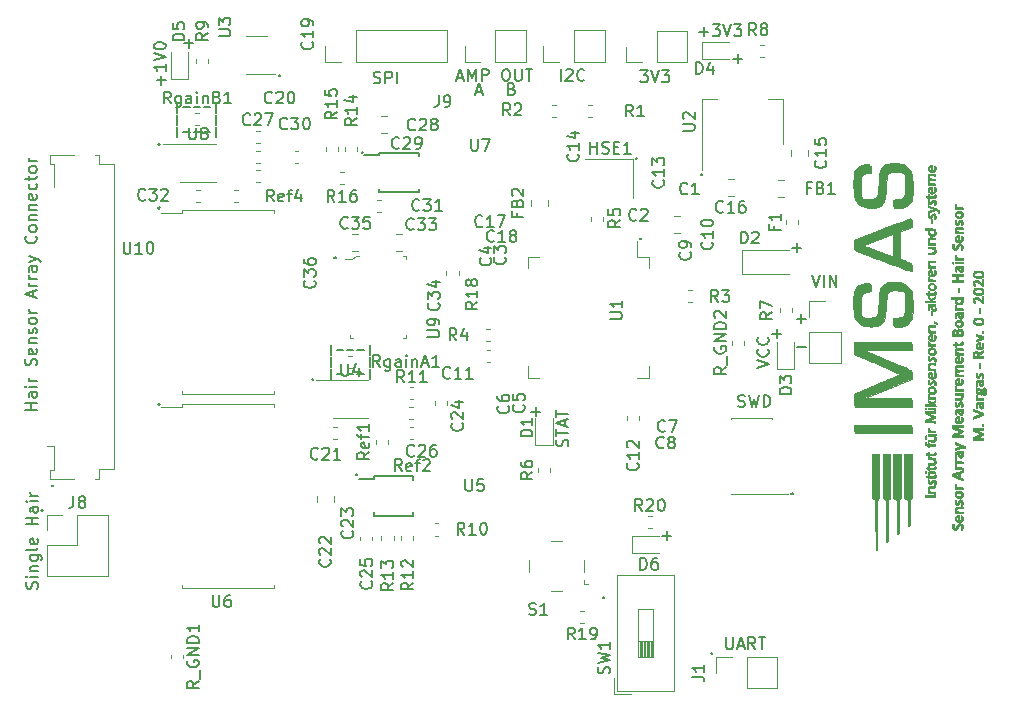
<source format=gbr>
G04 #@! TF.GenerationSoftware,KiCad,Pcbnew,(5.1.6)-1*
G04 #@! TF.CreationDate,2020-06-29T22:16:51+02:00*
G04 #@! TF.ProjectId,SensorArray,53656e73-6f72-4417-9272-61792e6b6963,rev?*
G04 #@! TF.SameCoordinates,Original*
G04 #@! TF.FileFunction,Legend,Top*
G04 #@! TF.FilePolarity,Positive*
%FSLAX46Y46*%
G04 Gerber Fmt 4.6, Leading zero omitted, Abs format (unit mm)*
G04 Created by KiCad (PCBNEW (5.1.6)-1) date 2020-06-29 22:16:51*
%MOMM*%
%LPD*%
G01*
G04 APERTURE LIST*
%ADD10C,0.150000*%
%ADD11C,0.010000*%
%ADD12C,0.120000*%
%ADD13C,0.100000*%
G04 APERTURE END LIST*
D10*
X72400000Y-32757142D02*
X72447619Y-32804761D01*
X72400000Y-32852380D01*
X72352380Y-32804761D01*
X72400000Y-32757142D01*
X72400000Y-32852380D01*
X49200000Y-32257142D02*
X49247619Y-32304761D01*
X49200000Y-32352380D01*
X49152380Y-32304761D01*
X49200000Y-32257142D01*
X49200000Y-32352380D01*
X46900000Y-41157142D02*
X46947619Y-41204761D01*
X46900000Y-41252380D01*
X46852380Y-41204761D01*
X46900000Y-41157142D01*
X46900000Y-41252380D01*
X69600000Y-69957142D02*
X69647619Y-70004761D01*
X69600000Y-70052380D01*
X69552380Y-70004761D01*
X69600000Y-69957142D01*
X69600000Y-70052380D01*
X48700000Y-59557142D02*
X48747619Y-59604761D01*
X48700000Y-59652380D01*
X48652380Y-59604761D01*
X48700000Y-59557142D01*
X48700000Y-59652380D01*
X45000000Y-51457142D02*
X45047619Y-51504761D01*
X45000000Y-51552380D01*
X44952380Y-51504761D01*
X45000000Y-51457142D01*
X45000000Y-51552380D01*
X32000000Y-53557142D02*
X32047619Y-53604761D01*
X32000000Y-53652380D01*
X31952380Y-53604761D01*
X32000000Y-53557142D01*
X32000000Y-53652380D01*
X32000000Y-36957142D02*
X32047619Y-37004761D01*
X32000000Y-37052380D01*
X31952380Y-37004761D01*
X32000000Y-36957142D01*
X32000000Y-37052380D01*
X32000000Y-31557142D02*
X32047619Y-31604761D01*
X32000000Y-31652380D01*
X31952380Y-31604761D01*
X32000000Y-31557142D01*
X32000000Y-31652380D01*
X42200000Y-25757142D02*
X42247619Y-25804761D01*
X42200000Y-25852380D01*
X42152380Y-25804761D01*
X42200000Y-25757142D01*
X42200000Y-25852380D01*
X77900000Y-34157142D02*
X77947619Y-34204761D01*
X77900000Y-34252380D01*
X77852380Y-34204761D01*
X77900000Y-34157142D01*
X77900000Y-34252380D01*
X72800000Y-39557142D02*
X72847619Y-39604761D01*
X72800000Y-39652380D01*
X72752380Y-39604761D01*
X72800000Y-39557142D01*
X72800000Y-39652380D01*
X23000000Y-60457142D02*
X23047619Y-60504761D01*
X23000000Y-60552380D01*
X22952380Y-60504761D01*
X23000000Y-60457142D01*
X23000000Y-60552380D01*
X22100000Y-62557142D02*
X22147619Y-62604761D01*
X22100000Y-62652380D01*
X22052380Y-62604761D01*
X22100000Y-62557142D01*
X22100000Y-62652380D01*
X78800000Y-74657142D02*
X78847619Y-74704761D01*
X78800000Y-74752380D01*
X78752380Y-74704761D01*
X78800000Y-74657142D01*
X78800000Y-74752380D01*
X85600000Y-61157142D02*
X85647619Y-61204761D01*
X85600000Y-61252380D01*
X85552380Y-61204761D01*
X85600000Y-61157142D01*
X85600000Y-61252380D01*
X74619047Y-64771428D02*
X75380952Y-64771428D01*
X75000000Y-65152380D02*
X75000000Y-64390476D01*
X66604761Y-57176190D02*
X66652380Y-57033333D01*
X66652380Y-56795238D01*
X66604761Y-56700000D01*
X66557142Y-56652380D01*
X66461904Y-56604761D01*
X66366666Y-56604761D01*
X66271428Y-56652380D01*
X66223809Y-56700000D01*
X66176190Y-56795238D01*
X66128571Y-56985714D01*
X66080952Y-57080952D01*
X66033333Y-57128571D01*
X65938095Y-57176190D01*
X65842857Y-57176190D01*
X65747619Y-57128571D01*
X65700000Y-57080952D01*
X65652380Y-56985714D01*
X65652380Y-56747619D01*
X65700000Y-56604761D01*
X65652380Y-56319047D02*
X65652380Y-55747619D01*
X66652380Y-56033333D02*
X65652380Y-56033333D01*
X66366666Y-55461904D02*
X66366666Y-54985714D01*
X66652380Y-55557142D02*
X65652380Y-55223809D01*
X66652380Y-54890476D01*
X65652380Y-54700000D02*
X65652380Y-54128571D01*
X66652380Y-54414285D02*
X65652380Y-54414285D01*
X63519047Y-54271428D02*
X64280952Y-54271428D01*
X63900000Y-54652380D02*
X63900000Y-53890476D01*
X34119047Y-23071428D02*
X34880952Y-23071428D01*
X34500000Y-23452380D02*
X34500000Y-22690476D01*
X80619047Y-24371428D02*
X81380952Y-24371428D01*
X81000000Y-24752380D02*
X81000000Y-23990476D01*
X85619047Y-40371428D02*
X86380952Y-40371428D01*
X86000000Y-40752380D02*
X86000000Y-39990476D01*
X83919047Y-47671428D02*
X84680952Y-47671428D01*
X84300000Y-48052380D02*
X84300000Y-47290476D01*
X86019047Y-48771428D02*
X86780952Y-48771428D01*
X86019047Y-46371428D02*
X86780952Y-46371428D01*
X86400000Y-46752380D02*
X86400000Y-45990476D01*
X32171428Y-26561904D02*
X32171428Y-25800000D01*
X32552380Y-26180952D02*
X31790476Y-26180952D01*
X32552380Y-24800000D02*
X32552380Y-25371428D01*
X32552380Y-25085714D02*
X31552380Y-25085714D01*
X31695238Y-25180952D01*
X31790476Y-25276190D01*
X31838095Y-25371428D01*
X31552380Y-24514285D02*
X32552380Y-24180952D01*
X31552380Y-23847619D01*
X31552380Y-23323809D02*
X31552380Y-23228571D01*
X31600000Y-23133333D01*
X31647619Y-23085714D01*
X31742857Y-23038095D01*
X31933333Y-22990476D01*
X32171428Y-22990476D01*
X32361904Y-23038095D01*
X32457142Y-23085714D01*
X32504761Y-23133333D01*
X32552380Y-23228571D01*
X32552380Y-23323809D01*
X32504761Y-23419047D01*
X32457142Y-23466666D01*
X32361904Y-23514285D01*
X32171428Y-23561904D01*
X31933333Y-23561904D01*
X31742857Y-23514285D01*
X31647619Y-23466666D01*
X31600000Y-23419047D01*
X31552380Y-23323809D01*
X77738095Y-22071428D02*
X78500000Y-22071428D01*
X78119047Y-22452380D02*
X78119047Y-21690476D01*
X78880952Y-21452380D02*
X79500000Y-21452380D01*
X79166666Y-21833333D01*
X79309523Y-21833333D01*
X79404761Y-21880952D01*
X79452380Y-21928571D01*
X79500000Y-22023809D01*
X79500000Y-22261904D01*
X79452380Y-22357142D01*
X79404761Y-22404761D01*
X79309523Y-22452380D01*
X79023809Y-22452380D01*
X78928571Y-22404761D01*
X78880952Y-22357142D01*
X79785714Y-21452380D02*
X80119047Y-22452380D01*
X80452380Y-21452380D01*
X80690476Y-21452380D02*
X81309523Y-21452380D01*
X80976190Y-21833333D01*
X81119047Y-21833333D01*
X81214285Y-21880952D01*
X81261904Y-21928571D01*
X81309523Y-22023809D01*
X81309523Y-22261904D01*
X81261904Y-22357142D01*
X81214285Y-22404761D01*
X81119047Y-22452380D01*
X80833333Y-22452380D01*
X80738095Y-22404761D01*
X80690476Y-22357142D01*
X82652380Y-50533333D02*
X83652380Y-50200000D01*
X82652380Y-49866666D01*
X83557142Y-48961904D02*
X83604761Y-49009523D01*
X83652380Y-49152380D01*
X83652380Y-49247619D01*
X83604761Y-49390476D01*
X83509523Y-49485714D01*
X83414285Y-49533333D01*
X83223809Y-49580952D01*
X83080952Y-49580952D01*
X82890476Y-49533333D01*
X82795238Y-49485714D01*
X82700000Y-49390476D01*
X82652380Y-49247619D01*
X82652380Y-49152380D01*
X82700000Y-49009523D01*
X82747619Y-48961904D01*
X83557142Y-47961904D02*
X83604761Y-48009523D01*
X83652380Y-48152380D01*
X83652380Y-48247619D01*
X83604761Y-48390476D01*
X83509523Y-48485714D01*
X83414285Y-48533333D01*
X83223809Y-48580952D01*
X83080952Y-48580952D01*
X82890476Y-48533333D01*
X82795238Y-48485714D01*
X82700000Y-48390476D01*
X82652380Y-48247619D01*
X82652380Y-48152380D01*
X82700000Y-48009523D01*
X82747619Y-47961904D01*
X33566666Y-28921428D02*
X33566666Y-28064285D01*
X34066666Y-28492857D02*
X34600000Y-28492857D01*
X34933333Y-28492857D02*
X35466666Y-28492857D01*
X35800000Y-28492857D02*
X36333333Y-28492857D01*
X36833333Y-28921428D02*
X36833333Y-28064285D01*
X33533333Y-29971428D02*
X33533333Y-29114285D01*
X36866666Y-29971428D02*
X36866666Y-29114285D01*
X33566666Y-31021428D02*
X33566666Y-30164285D01*
X34066666Y-30592857D02*
X34600000Y-30592857D01*
X34933333Y-30592857D02*
X35466666Y-30592857D01*
X35800000Y-30592857D02*
X36333333Y-30592857D01*
X36833333Y-31021428D02*
X36833333Y-30164285D01*
X46566666Y-49421428D02*
X46566666Y-48564285D01*
X47066666Y-48992857D02*
X47600000Y-48992857D01*
X47933333Y-48992857D02*
X48466666Y-48992857D01*
X48800000Y-48992857D02*
X49333333Y-48992857D01*
X49833333Y-49421428D02*
X49833333Y-48564285D01*
X46533333Y-50471428D02*
X46533333Y-49614285D01*
X49866666Y-50471428D02*
X49866666Y-49614285D01*
X46566666Y-51521428D02*
X46566666Y-50664285D01*
X47066666Y-51092857D02*
X47600000Y-51092857D01*
X47933333Y-51092857D02*
X48466666Y-51092857D01*
X48800000Y-51092857D02*
X49333333Y-51092857D01*
X49833333Y-51521428D02*
X49833333Y-50664285D01*
X87304761Y-42652380D02*
X87638095Y-43652380D01*
X87971428Y-42652380D01*
X88304761Y-43652380D02*
X88304761Y-42652380D01*
X88780952Y-43652380D02*
X88780952Y-42652380D01*
X89352380Y-43652380D01*
X89352380Y-42652380D01*
X81042857Y-53804761D02*
X81185714Y-53852380D01*
X81423809Y-53852380D01*
X81519047Y-53804761D01*
X81566666Y-53757142D01*
X81614285Y-53661904D01*
X81614285Y-53566666D01*
X81566666Y-53471428D01*
X81519047Y-53423809D01*
X81423809Y-53376190D01*
X81233333Y-53328571D01*
X81138095Y-53280952D01*
X81090476Y-53233333D01*
X81042857Y-53138095D01*
X81042857Y-53042857D01*
X81090476Y-52947619D01*
X81138095Y-52900000D01*
X81233333Y-52852380D01*
X81471428Y-52852380D01*
X81614285Y-52900000D01*
X81947619Y-52852380D02*
X82185714Y-53852380D01*
X82376190Y-53138095D01*
X82566666Y-53852380D01*
X82804761Y-52852380D01*
X83185714Y-53852380D02*
X83185714Y-52852380D01*
X83423809Y-52852380D01*
X83566666Y-52900000D01*
X83661904Y-52995238D01*
X83709523Y-53090476D01*
X83757142Y-53280952D01*
X83757142Y-53423809D01*
X83709523Y-53614285D01*
X83661904Y-53709523D01*
X83566666Y-53804761D01*
X83423809Y-53852380D01*
X83185714Y-53852380D01*
X21704761Y-69223809D02*
X21752380Y-69080952D01*
X21752380Y-68842857D01*
X21704761Y-68747619D01*
X21657142Y-68700000D01*
X21561904Y-68652380D01*
X21466666Y-68652380D01*
X21371428Y-68700000D01*
X21323809Y-68747619D01*
X21276190Y-68842857D01*
X21228571Y-69033333D01*
X21180952Y-69128571D01*
X21133333Y-69176190D01*
X21038095Y-69223809D01*
X20942857Y-69223809D01*
X20847619Y-69176190D01*
X20800000Y-69128571D01*
X20752380Y-69033333D01*
X20752380Y-68795238D01*
X20800000Y-68652380D01*
X21752380Y-68223809D02*
X21085714Y-68223809D01*
X20752380Y-68223809D02*
X20800000Y-68271428D01*
X20847619Y-68223809D01*
X20800000Y-68176190D01*
X20752380Y-68223809D01*
X20847619Y-68223809D01*
X21085714Y-67747619D02*
X21752380Y-67747619D01*
X21180952Y-67747619D02*
X21133333Y-67700000D01*
X21085714Y-67604761D01*
X21085714Y-67461904D01*
X21133333Y-67366666D01*
X21228571Y-67319047D01*
X21752380Y-67319047D01*
X21085714Y-66414285D02*
X21895238Y-66414285D01*
X21990476Y-66461904D01*
X22038095Y-66509523D01*
X22085714Y-66604761D01*
X22085714Y-66747619D01*
X22038095Y-66842857D01*
X21704761Y-66414285D02*
X21752380Y-66509523D01*
X21752380Y-66700000D01*
X21704761Y-66795238D01*
X21657142Y-66842857D01*
X21561904Y-66890476D01*
X21276190Y-66890476D01*
X21180952Y-66842857D01*
X21133333Y-66795238D01*
X21085714Y-66700000D01*
X21085714Y-66509523D01*
X21133333Y-66414285D01*
X21752380Y-65795238D02*
X21704761Y-65890476D01*
X21609523Y-65938095D01*
X20752380Y-65938095D01*
X21704761Y-65033333D02*
X21752380Y-65128571D01*
X21752380Y-65319047D01*
X21704761Y-65414285D01*
X21609523Y-65461904D01*
X21228571Y-65461904D01*
X21133333Y-65414285D01*
X21085714Y-65319047D01*
X21085714Y-65128571D01*
X21133333Y-65033333D01*
X21228571Y-64985714D01*
X21323809Y-64985714D01*
X21419047Y-65461904D01*
X21752380Y-63795238D02*
X20752380Y-63795238D01*
X21228571Y-63795238D02*
X21228571Y-63223809D01*
X21752380Y-63223809D02*
X20752380Y-63223809D01*
X21752380Y-62319047D02*
X21228571Y-62319047D01*
X21133333Y-62366666D01*
X21085714Y-62461904D01*
X21085714Y-62652380D01*
X21133333Y-62747619D01*
X21704761Y-62319047D02*
X21752380Y-62414285D01*
X21752380Y-62652380D01*
X21704761Y-62747619D01*
X21609523Y-62795238D01*
X21514285Y-62795238D01*
X21419047Y-62747619D01*
X21371428Y-62652380D01*
X21371428Y-62414285D01*
X21323809Y-62319047D01*
X21752380Y-61842857D02*
X21085714Y-61842857D01*
X20752380Y-61842857D02*
X20800000Y-61890476D01*
X20847619Y-61842857D01*
X20800000Y-61795238D01*
X20752380Y-61842857D01*
X20847619Y-61842857D01*
X21752380Y-61366666D02*
X21085714Y-61366666D01*
X21276190Y-61366666D02*
X21180952Y-61319047D01*
X21133333Y-61271428D01*
X21085714Y-61176190D01*
X21085714Y-61080952D01*
X21652380Y-54095238D02*
X20652380Y-54095238D01*
X21128571Y-54095238D02*
X21128571Y-53523809D01*
X21652380Y-53523809D02*
X20652380Y-53523809D01*
X21652380Y-52619047D02*
X21128571Y-52619047D01*
X21033333Y-52666666D01*
X20985714Y-52761904D01*
X20985714Y-52952380D01*
X21033333Y-53047619D01*
X21604761Y-52619047D02*
X21652380Y-52714285D01*
X21652380Y-52952380D01*
X21604761Y-53047619D01*
X21509523Y-53095238D01*
X21414285Y-53095238D01*
X21319047Y-53047619D01*
X21271428Y-52952380D01*
X21271428Y-52714285D01*
X21223809Y-52619047D01*
X21652380Y-52142857D02*
X20985714Y-52142857D01*
X20652380Y-52142857D02*
X20700000Y-52190476D01*
X20747619Y-52142857D01*
X20700000Y-52095238D01*
X20652380Y-52142857D01*
X20747619Y-52142857D01*
X21652380Y-51666666D02*
X20985714Y-51666666D01*
X21176190Y-51666666D02*
X21080952Y-51619047D01*
X21033333Y-51571428D01*
X20985714Y-51476190D01*
X20985714Y-51380952D01*
X21604761Y-50333333D02*
X21652380Y-50190476D01*
X21652380Y-49952380D01*
X21604761Y-49857142D01*
X21557142Y-49809523D01*
X21461904Y-49761904D01*
X21366666Y-49761904D01*
X21271428Y-49809523D01*
X21223809Y-49857142D01*
X21176190Y-49952380D01*
X21128571Y-50142857D01*
X21080952Y-50238095D01*
X21033333Y-50285714D01*
X20938095Y-50333333D01*
X20842857Y-50333333D01*
X20747619Y-50285714D01*
X20700000Y-50238095D01*
X20652380Y-50142857D01*
X20652380Y-49904761D01*
X20700000Y-49761904D01*
X21604761Y-48952380D02*
X21652380Y-49047619D01*
X21652380Y-49238095D01*
X21604761Y-49333333D01*
X21509523Y-49380952D01*
X21128571Y-49380952D01*
X21033333Y-49333333D01*
X20985714Y-49238095D01*
X20985714Y-49047619D01*
X21033333Y-48952380D01*
X21128571Y-48904761D01*
X21223809Y-48904761D01*
X21319047Y-49380952D01*
X20985714Y-48476190D02*
X21652380Y-48476190D01*
X21080952Y-48476190D02*
X21033333Y-48428571D01*
X20985714Y-48333333D01*
X20985714Y-48190476D01*
X21033333Y-48095238D01*
X21128571Y-48047619D01*
X21652380Y-48047619D01*
X21604761Y-47619047D02*
X21652380Y-47523809D01*
X21652380Y-47333333D01*
X21604761Y-47238095D01*
X21509523Y-47190476D01*
X21461904Y-47190476D01*
X21366666Y-47238095D01*
X21319047Y-47333333D01*
X21319047Y-47476190D01*
X21271428Y-47571428D01*
X21176190Y-47619047D01*
X21128571Y-47619047D01*
X21033333Y-47571428D01*
X20985714Y-47476190D01*
X20985714Y-47333333D01*
X21033333Y-47238095D01*
X21652380Y-46619047D02*
X21604761Y-46714285D01*
X21557142Y-46761904D01*
X21461904Y-46809523D01*
X21176190Y-46809523D01*
X21080952Y-46761904D01*
X21033333Y-46714285D01*
X20985714Y-46619047D01*
X20985714Y-46476190D01*
X21033333Y-46380952D01*
X21080952Y-46333333D01*
X21176190Y-46285714D01*
X21461904Y-46285714D01*
X21557142Y-46333333D01*
X21604761Y-46380952D01*
X21652380Y-46476190D01*
X21652380Y-46619047D01*
X21652380Y-45857142D02*
X20985714Y-45857142D01*
X21176190Y-45857142D02*
X21080952Y-45809523D01*
X21033333Y-45761904D01*
X20985714Y-45666666D01*
X20985714Y-45571428D01*
X21366666Y-44523809D02*
X21366666Y-44047619D01*
X21652380Y-44619047D02*
X20652380Y-44285714D01*
X21652380Y-43952380D01*
X21652380Y-43619047D02*
X20985714Y-43619047D01*
X21176190Y-43619047D02*
X21080952Y-43571428D01*
X21033333Y-43523809D01*
X20985714Y-43428571D01*
X20985714Y-43333333D01*
X21652380Y-43000000D02*
X20985714Y-43000000D01*
X21176190Y-43000000D02*
X21080952Y-42952380D01*
X21033333Y-42904761D01*
X20985714Y-42809523D01*
X20985714Y-42714285D01*
X21652380Y-41952380D02*
X21128571Y-41952380D01*
X21033333Y-42000000D01*
X20985714Y-42095238D01*
X20985714Y-42285714D01*
X21033333Y-42380952D01*
X21604761Y-41952380D02*
X21652380Y-42047619D01*
X21652380Y-42285714D01*
X21604761Y-42380952D01*
X21509523Y-42428571D01*
X21414285Y-42428571D01*
X21319047Y-42380952D01*
X21271428Y-42285714D01*
X21271428Y-42047619D01*
X21223809Y-41952380D01*
X20985714Y-41571428D02*
X21652380Y-41333333D01*
X20985714Y-41095238D02*
X21652380Y-41333333D01*
X21890476Y-41428571D01*
X21938095Y-41476190D01*
X21985714Y-41571428D01*
X21557142Y-39380952D02*
X21604761Y-39428571D01*
X21652380Y-39571428D01*
X21652380Y-39666666D01*
X21604761Y-39809523D01*
X21509523Y-39904761D01*
X21414285Y-39952380D01*
X21223809Y-40000000D01*
X21080952Y-40000000D01*
X20890476Y-39952380D01*
X20795238Y-39904761D01*
X20700000Y-39809523D01*
X20652380Y-39666666D01*
X20652380Y-39571428D01*
X20700000Y-39428571D01*
X20747619Y-39380952D01*
X21652380Y-38809523D02*
X21604761Y-38904761D01*
X21557142Y-38952380D01*
X21461904Y-39000000D01*
X21176190Y-39000000D01*
X21080952Y-38952380D01*
X21033333Y-38904761D01*
X20985714Y-38809523D01*
X20985714Y-38666666D01*
X21033333Y-38571428D01*
X21080952Y-38523809D01*
X21176190Y-38476190D01*
X21461904Y-38476190D01*
X21557142Y-38523809D01*
X21604761Y-38571428D01*
X21652380Y-38666666D01*
X21652380Y-38809523D01*
X20985714Y-38047619D02*
X21652380Y-38047619D01*
X21080952Y-38047619D02*
X21033333Y-38000000D01*
X20985714Y-37904761D01*
X20985714Y-37761904D01*
X21033333Y-37666666D01*
X21128571Y-37619047D01*
X21652380Y-37619047D01*
X20985714Y-37142857D02*
X21652380Y-37142857D01*
X21080952Y-37142857D02*
X21033333Y-37095238D01*
X20985714Y-37000000D01*
X20985714Y-36857142D01*
X21033333Y-36761904D01*
X21128571Y-36714285D01*
X21652380Y-36714285D01*
X21604761Y-35857142D02*
X21652380Y-35952380D01*
X21652380Y-36142857D01*
X21604761Y-36238095D01*
X21509523Y-36285714D01*
X21128571Y-36285714D01*
X21033333Y-36238095D01*
X20985714Y-36142857D01*
X20985714Y-35952380D01*
X21033333Y-35857142D01*
X21128571Y-35809523D01*
X21223809Y-35809523D01*
X21319047Y-36285714D01*
X21604761Y-34952380D02*
X21652380Y-35047619D01*
X21652380Y-35238095D01*
X21604761Y-35333333D01*
X21557142Y-35380952D01*
X21461904Y-35428571D01*
X21176190Y-35428571D01*
X21080952Y-35380952D01*
X21033333Y-35333333D01*
X20985714Y-35238095D01*
X20985714Y-35047619D01*
X21033333Y-34952380D01*
X20985714Y-34666666D02*
X20985714Y-34285714D01*
X20652380Y-34523809D02*
X21509523Y-34523809D01*
X21604761Y-34476190D01*
X21652380Y-34380952D01*
X21652380Y-34285714D01*
X21652380Y-33809523D02*
X21604761Y-33904761D01*
X21557142Y-33952380D01*
X21461904Y-34000000D01*
X21176190Y-34000000D01*
X21080952Y-33952380D01*
X21033333Y-33904761D01*
X20985714Y-33809523D01*
X20985714Y-33666666D01*
X21033333Y-33571428D01*
X21080952Y-33523809D01*
X21176190Y-33476190D01*
X21461904Y-33476190D01*
X21557142Y-33523809D01*
X21604761Y-33571428D01*
X21652380Y-33666666D01*
X21652380Y-33809523D01*
X21652380Y-33047619D02*
X20985714Y-33047619D01*
X21176190Y-33047619D02*
X21080952Y-33000000D01*
X21033333Y-32952380D01*
X20985714Y-32857142D01*
X20985714Y-32761904D01*
X50176190Y-26404761D02*
X50319047Y-26452380D01*
X50557142Y-26452380D01*
X50652380Y-26404761D01*
X50700000Y-26357142D01*
X50747619Y-26261904D01*
X50747619Y-26166666D01*
X50700000Y-26071428D01*
X50652380Y-26023809D01*
X50557142Y-25976190D01*
X50366666Y-25928571D01*
X50271428Y-25880952D01*
X50223809Y-25833333D01*
X50176190Y-25738095D01*
X50176190Y-25642857D01*
X50223809Y-25547619D01*
X50271428Y-25500000D01*
X50366666Y-25452380D01*
X50604761Y-25452380D01*
X50747619Y-25500000D01*
X51176190Y-26452380D02*
X51176190Y-25452380D01*
X51557142Y-25452380D01*
X51652380Y-25500000D01*
X51700000Y-25547619D01*
X51747619Y-25642857D01*
X51747619Y-25785714D01*
X51700000Y-25880952D01*
X51652380Y-25928571D01*
X51557142Y-25976190D01*
X51176190Y-25976190D01*
X52176190Y-26452380D02*
X52176190Y-25452380D01*
X61871428Y-26928571D02*
X62014285Y-26976190D01*
X62061904Y-27023809D01*
X62109523Y-27119047D01*
X62109523Y-27261904D01*
X62061904Y-27357142D01*
X62014285Y-27404761D01*
X61919047Y-27452380D01*
X61538095Y-27452380D01*
X61538095Y-26452380D01*
X61871428Y-26452380D01*
X61966666Y-26500000D01*
X62014285Y-26547619D01*
X62061904Y-26642857D01*
X62061904Y-26738095D01*
X62014285Y-26833333D01*
X61966666Y-26880952D01*
X61871428Y-26928571D01*
X61538095Y-26928571D01*
X58861904Y-27166666D02*
X59338095Y-27166666D01*
X58766666Y-27452380D02*
X59100000Y-26452380D01*
X59433333Y-27452380D01*
X57280952Y-25966666D02*
X57757142Y-25966666D01*
X57185714Y-26252380D02*
X57519047Y-25252380D01*
X57852380Y-26252380D01*
X58185714Y-26252380D02*
X58185714Y-25252380D01*
X58519047Y-25966666D01*
X58852380Y-25252380D01*
X58852380Y-26252380D01*
X59328571Y-26252380D02*
X59328571Y-25252380D01*
X59709523Y-25252380D01*
X59804761Y-25300000D01*
X59852380Y-25347619D01*
X59900000Y-25442857D01*
X59900000Y-25585714D01*
X59852380Y-25680952D01*
X59804761Y-25728571D01*
X59709523Y-25776190D01*
X59328571Y-25776190D01*
X61280952Y-25252380D02*
X61471428Y-25252380D01*
X61566666Y-25300000D01*
X61661904Y-25395238D01*
X61709523Y-25585714D01*
X61709523Y-25919047D01*
X61661904Y-26109523D01*
X61566666Y-26204761D01*
X61471428Y-26252380D01*
X61280952Y-26252380D01*
X61185714Y-26204761D01*
X61090476Y-26109523D01*
X61042857Y-25919047D01*
X61042857Y-25585714D01*
X61090476Y-25395238D01*
X61185714Y-25300000D01*
X61280952Y-25252380D01*
X62138095Y-25252380D02*
X62138095Y-26061904D01*
X62185714Y-26157142D01*
X62233333Y-26204761D01*
X62328571Y-26252380D01*
X62519047Y-26252380D01*
X62614285Y-26204761D01*
X62661904Y-26157142D01*
X62709523Y-26061904D01*
X62709523Y-25252380D01*
X63042857Y-25252380D02*
X63614285Y-25252380D01*
X63328571Y-26252380D02*
X63328571Y-25252380D01*
X66023809Y-26252380D02*
X66023809Y-25252380D01*
X66452380Y-25347619D02*
X66500000Y-25300000D01*
X66595238Y-25252380D01*
X66833333Y-25252380D01*
X66928571Y-25300000D01*
X66976190Y-25347619D01*
X67023809Y-25442857D01*
X67023809Y-25538095D01*
X66976190Y-25680952D01*
X66404761Y-26252380D01*
X67023809Y-26252380D01*
X68023809Y-26157142D02*
X67976190Y-26204761D01*
X67833333Y-26252380D01*
X67738095Y-26252380D01*
X67595238Y-26204761D01*
X67500000Y-26109523D01*
X67452380Y-26014285D01*
X67404761Y-25823809D01*
X67404761Y-25680952D01*
X67452380Y-25490476D01*
X67500000Y-25395238D01*
X67595238Y-25300000D01*
X67738095Y-25252380D01*
X67833333Y-25252380D01*
X67976190Y-25300000D01*
X68023809Y-25347619D01*
X72761904Y-25352380D02*
X73380952Y-25352380D01*
X73047619Y-25733333D01*
X73190476Y-25733333D01*
X73285714Y-25780952D01*
X73333333Y-25828571D01*
X73380952Y-25923809D01*
X73380952Y-26161904D01*
X73333333Y-26257142D01*
X73285714Y-26304761D01*
X73190476Y-26352380D01*
X72904761Y-26352380D01*
X72809523Y-26304761D01*
X72761904Y-26257142D01*
X73666666Y-25352380D02*
X74000000Y-26352380D01*
X74333333Y-25352380D01*
X74571428Y-25352380D02*
X75190476Y-25352380D01*
X74857142Y-25733333D01*
X75000000Y-25733333D01*
X75095238Y-25780952D01*
X75142857Y-25828571D01*
X75190476Y-25923809D01*
X75190476Y-26161904D01*
X75142857Y-26257142D01*
X75095238Y-26304761D01*
X75000000Y-26352380D01*
X74714285Y-26352380D01*
X74619047Y-26304761D01*
X74571428Y-26257142D01*
X80004761Y-73352380D02*
X80004761Y-74161904D01*
X80052380Y-74257142D01*
X80100000Y-74304761D01*
X80195238Y-74352380D01*
X80385714Y-74352380D01*
X80480952Y-74304761D01*
X80528571Y-74257142D01*
X80576190Y-74161904D01*
X80576190Y-73352380D01*
X81004761Y-74066666D02*
X81480952Y-74066666D01*
X80909523Y-74352380D02*
X81242857Y-73352380D01*
X81576190Y-74352380D01*
X82480952Y-74352380D02*
X82147619Y-73876190D01*
X81909523Y-74352380D02*
X81909523Y-73352380D01*
X82290476Y-73352380D01*
X82385714Y-73400000D01*
X82433333Y-73447619D01*
X82480952Y-73542857D01*
X82480952Y-73685714D01*
X82433333Y-73780952D01*
X82385714Y-73828571D01*
X82290476Y-73876190D01*
X81909523Y-73876190D01*
X82766666Y-73352380D02*
X83338095Y-73352380D01*
X83052380Y-74352380D02*
X83052380Y-73352380D01*
D11*
G36*
X92993883Y-57837294D02*
G01*
X92991988Y-59667588D01*
X92991226Y-59994542D01*
X92989681Y-60304923D01*
X92987436Y-60593370D01*
X92984570Y-60854522D01*
X92981164Y-61083018D01*
X92977299Y-61273498D01*
X92973056Y-61420600D01*
X92968514Y-61518964D01*
X92963755Y-61563227D01*
X92963480Y-61564006D01*
X92916192Y-61633786D01*
X92875727Y-61668312D01*
X92863931Y-61676608D01*
X92853758Y-61688494D01*
X92845090Y-61708168D01*
X92837805Y-61739825D01*
X92831783Y-61787664D01*
X92826904Y-61855879D01*
X92823049Y-61948669D01*
X92820095Y-62070230D01*
X92817924Y-62224758D01*
X92816415Y-62416451D01*
X92815447Y-62649505D01*
X92814901Y-62928116D01*
X92814655Y-63256482D01*
X92814591Y-63638799D01*
X92814589Y-63801380D01*
X92814528Y-64206424D01*
X92814275Y-64555911D01*
X92813721Y-64854050D01*
X92812761Y-65105049D01*
X92811286Y-65313116D01*
X92809190Y-65482459D01*
X92806365Y-65617287D01*
X92802703Y-65721809D01*
X92798098Y-65800231D01*
X92792443Y-65856762D01*
X92785629Y-65895611D01*
X92777551Y-65920986D01*
X92768100Y-65937094D01*
X92759941Y-65945722D01*
X92710651Y-65983749D01*
X92685236Y-65995176D01*
X92681948Y-65966080D01*
X92678828Y-65881934D01*
X92675919Y-65747453D01*
X92673267Y-65567351D01*
X92670914Y-65346345D01*
X92668905Y-65089148D01*
X92667283Y-64800475D01*
X92666092Y-64485042D01*
X92665378Y-64147563D01*
X92665177Y-63843647D01*
X92665177Y-61692118D01*
X92594546Y-61692118D01*
X92526661Y-61671624D01*
X92453646Y-61621472D01*
X92445134Y-61613337D01*
X92366353Y-61534556D01*
X92366353Y-57837294D01*
X92993883Y-57837294D01*
G37*
X92993883Y-57837294D02*
X92991988Y-59667588D01*
X92991226Y-59994542D01*
X92989681Y-60304923D01*
X92987436Y-60593370D01*
X92984570Y-60854522D01*
X92981164Y-61083018D01*
X92977299Y-61273498D01*
X92973056Y-61420600D01*
X92968514Y-61518964D01*
X92963755Y-61563227D01*
X92963480Y-61564006D01*
X92916192Y-61633786D01*
X92875727Y-61668312D01*
X92863931Y-61676608D01*
X92853758Y-61688494D01*
X92845090Y-61708168D01*
X92837805Y-61739825D01*
X92831783Y-61787664D01*
X92826904Y-61855879D01*
X92823049Y-61948669D01*
X92820095Y-62070230D01*
X92817924Y-62224758D01*
X92816415Y-62416451D01*
X92815447Y-62649505D01*
X92814901Y-62928116D01*
X92814655Y-63256482D01*
X92814591Y-63638799D01*
X92814589Y-63801380D01*
X92814528Y-64206424D01*
X92814275Y-64555911D01*
X92813721Y-64854050D01*
X92812761Y-65105049D01*
X92811286Y-65313116D01*
X92809190Y-65482459D01*
X92806365Y-65617287D01*
X92802703Y-65721809D01*
X92798098Y-65800231D01*
X92792443Y-65856762D01*
X92785629Y-65895611D01*
X92777551Y-65920986D01*
X92768100Y-65937094D01*
X92759941Y-65945722D01*
X92710651Y-65983749D01*
X92685236Y-65995176D01*
X92681948Y-65966080D01*
X92678828Y-65881934D01*
X92675919Y-65747453D01*
X92673267Y-65567351D01*
X92670914Y-65346345D01*
X92668905Y-65089148D01*
X92667283Y-64800475D01*
X92666092Y-64485042D01*
X92665378Y-64147563D01*
X92665177Y-63843647D01*
X92665177Y-61692118D01*
X92594546Y-61692118D01*
X92526661Y-61671624D01*
X92453646Y-61621472D01*
X92445134Y-61613337D01*
X92366353Y-61534556D01*
X92366353Y-57837294D01*
X92993883Y-57837294D01*
G36*
X93292706Y-59682306D02*
G01*
X93292706Y-57835203D01*
X93905294Y-57852235D01*
X93908811Y-59660118D01*
X93909231Y-59985065D01*
X93909219Y-60293443D01*
X93908802Y-60579854D01*
X93908009Y-60838897D01*
X93906866Y-61065175D01*
X93905400Y-61253286D01*
X93903639Y-61397833D01*
X93901610Y-61493416D01*
X93899341Y-61534635D01*
X93899340Y-61534640D01*
X93866871Y-61601273D01*
X93813647Y-61658470D01*
X93740941Y-61715660D01*
X93740941Y-65211362D01*
X93591997Y-65308954D01*
X93576589Y-61710852D01*
X93480810Y-61686036D01*
X93443319Y-61676798D01*
X93411165Y-61667062D01*
X93383937Y-61652471D01*
X93361228Y-61628671D01*
X93342627Y-61591307D01*
X93327727Y-61536023D01*
X93316119Y-61458464D01*
X93307393Y-61354275D01*
X93301141Y-61219101D01*
X93296954Y-61048586D01*
X93294424Y-60838376D01*
X93293140Y-60584114D01*
X93292695Y-60281447D01*
X93292679Y-59926018D01*
X93292706Y-59682306D01*
G37*
X93292706Y-59682306D02*
X93292706Y-57835203D01*
X93905294Y-57852235D01*
X93908811Y-59660118D01*
X93909231Y-59985065D01*
X93909219Y-60293443D01*
X93908802Y-60579854D01*
X93908009Y-60838897D01*
X93906866Y-61065175D01*
X93905400Y-61253286D01*
X93903639Y-61397833D01*
X93901610Y-61493416D01*
X93899341Y-61534635D01*
X93899340Y-61534640D01*
X93866871Y-61601273D01*
X93813647Y-61658470D01*
X93740941Y-61715660D01*
X93740941Y-65211362D01*
X93591997Y-65308954D01*
X93576589Y-61710852D01*
X93480810Y-61686036D01*
X93443319Y-61676798D01*
X93411165Y-61667062D01*
X93383937Y-61652471D01*
X93361228Y-61628671D01*
X93342627Y-61591307D01*
X93327727Y-61536023D01*
X93316119Y-61458464D01*
X93307393Y-61354275D01*
X93301141Y-61219101D01*
X93296954Y-61048586D01*
X93294424Y-60838376D01*
X93293140Y-60584114D01*
X93292695Y-60281447D01*
X93292679Y-59926018D01*
X93292706Y-59682306D01*
G36*
X94816706Y-57837294D02*
G01*
X94816706Y-59698292D01*
X94816569Y-60082693D01*
X94816085Y-60411738D01*
X94815149Y-60689837D01*
X94813654Y-60921397D01*
X94811494Y-61110830D01*
X94808563Y-61262542D01*
X94804753Y-61380943D01*
X94799959Y-61470441D01*
X94794074Y-61535447D01*
X94786992Y-61580367D01*
X94778606Y-61609612D01*
X94770188Y-61625704D01*
X94720801Y-61675388D01*
X94680541Y-61692118D01*
X94670418Y-61698873D01*
X94661972Y-61722306D01*
X94655058Y-61767162D01*
X94649532Y-61838191D01*
X94645249Y-61940139D01*
X94642065Y-62077754D01*
X94639833Y-62255784D01*
X94638411Y-62478977D01*
X94637652Y-62752080D01*
X94637413Y-63079842D01*
X94637412Y-63106898D01*
X94637304Y-63435099D01*
X94636851Y-63708712D01*
X94635859Y-63932911D01*
X94634136Y-64112872D01*
X94631489Y-64253771D01*
X94627724Y-64360784D01*
X94622647Y-64439086D01*
X94616067Y-64493852D01*
X94607790Y-64530259D01*
X94597622Y-64553482D01*
X94585371Y-64568696D01*
X94582765Y-64571133D01*
X94533474Y-64609161D01*
X94508059Y-64620588D01*
X94504094Y-64591659D01*
X94500389Y-64508680D01*
X94497022Y-64377367D01*
X94494072Y-64203435D01*
X94491618Y-63992600D01*
X94489737Y-63750576D01*
X94488507Y-63483079D01*
X94488008Y-63195825D01*
X94488000Y-63156353D01*
X94487964Y-62823109D01*
X94487715Y-62544701D01*
X94487046Y-62316199D01*
X94485746Y-62132673D01*
X94483607Y-61989195D01*
X94480421Y-61880836D01*
X94475978Y-61802665D01*
X94470069Y-61749754D01*
X94462485Y-61717173D01*
X94453018Y-61699993D01*
X94441458Y-61693285D01*
X94427597Y-61692119D01*
X94425937Y-61692118D01*
X94366066Y-61671869D01*
X94294475Y-61621561D01*
X94276525Y-61604769D01*
X94189177Y-61517421D01*
X94189177Y-57837294D01*
X94816706Y-57837294D01*
G37*
X94816706Y-57837294D02*
X94816706Y-59698292D01*
X94816569Y-60082693D01*
X94816085Y-60411738D01*
X94815149Y-60689837D01*
X94813654Y-60921397D01*
X94811494Y-61110830D01*
X94808563Y-61262542D01*
X94804753Y-61380943D01*
X94799959Y-61470441D01*
X94794074Y-61535447D01*
X94786992Y-61580367D01*
X94778606Y-61609612D01*
X94770188Y-61625704D01*
X94720801Y-61675388D01*
X94680541Y-61692118D01*
X94670418Y-61698873D01*
X94661972Y-61722306D01*
X94655058Y-61767162D01*
X94649532Y-61838191D01*
X94645249Y-61940139D01*
X94642065Y-62077754D01*
X94639833Y-62255784D01*
X94638411Y-62478977D01*
X94637652Y-62752080D01*
X94637413Y-63079842D01*
X94637412Y-63106898D01*
X94637304Y-63435099D01*
X94636851Y-63708712D01*
X94635859Y-63932911D01*
X94634136Y-64112872D01*
X94631489Y-64253771D01*
X94627724Y-64360784D01*
X94622647Y-64439086D01*
X94616067Y-64493852D01*
X94607790Y-64530259D01*
X94597622Y-64553482D01*
X94585371Y-64568696D01*
X94582765Y-64571133D01*
X94533474Y-64609161D01*
X94508059Y-64620588D01*
X94504094Y-64591659D01*
X94500389Y-64508680D01*
X94497022Y-64377367D01*
X94494072Y-64203435D01*
X94491618Y-63992600D01*
X94489737Y-63750576D01*
X94488507Y-63483079D01*
X94488008Y-63195825D01*
X94488000Y-63156353D01*
X94487964Y-62823109D01*
X94487715Y-62544701D01*
X94487046Y-62316199D01*
X94485746Y-62132673D01*
X94483607Y-61989195D01*
X94480421Y-61880836D01*
X94475978Y-61802665D01*
X94470069Y-61749754D01*
X94462485Y-61717173D01*
X94453018Y-61699993D01*
X94441458Y-61693285D01*
X94427597Y-61692119D01*
X94425937Y-61692118D01*
X94366066Y-61671869D01*
X94294475Y-61621561D01*
X94276525Y-61604769D01*
X94189177Y-61517421D01*
X94189177Y-57837294D01*
X94816706Y-57837294D01*
G36*
X95743059Y-57837294D02*
G01*
X95738990Y-59652647D01*
X95738055Y-59978271D01*
X95736771Y-60287330D01*
X95735187Y-60574437D01*
X95733351Y-60834203D01*
X95731312Y-61061244D01*
X95729118Y-61250170D01*
X95726818Y-61395596D01*
X95724460Y-61492134D01*
X95722093Y-61534397D01*
X95722048Y-61534640D01*
X95689670Y-61601263D01*
X95636471Y-61658470D01*
X95563765Y-61715660D01*
X95563765Y-63836774D01*
X95414353Y-63934672D01*
X95414353Y-61692118D01*
X95338289Y-61692118D01*
X95264803Y-61671438D01*
X95191567Y-61621411D01*
X95188877Y-61618770D01*
X95115530Y-61545422D01*
X95115530Y-57837294D01*
X95743059Y-57837294D01*
G37*
X95743059Y-57837294D02*
X95738990Y-59652647D01*
X95738055Y-59978271D01*
X95736771Y-60287330D01*
X95735187Y-60574437D01*
X95733351Y-60834203D01*
X95731312Y-61061244D01*
X95729118Y-61250170D01*
X95726818Y-61395596D01*
X95724460Y-61492134D01*
X95722093Y-61534397D01*
X95722048Y-61534640D01*
X95689670Y-61601263D01*
X95636471Y-61658470D01*
X95563765Y-61715660D01*
X95563765Y-63836774D01*
X95414353Y-63934672D01*
X95414353Y-61692118D01*
X95338289Y-61692118D01*
X95264803Y-61671438D01*
X95191567Y-61621411D01*
X95188877Y-61618770D01*
X95115530Y-61545422D01*
X95115530Y-57837294D01*
X95743059Y-57837294D01*
G36*
X90813216Y-39683765D02*
G01*
X93206780Y-38787294D01*
X93568157Y-38651946D01*
X93913576Y-38522574D01*
X94238928Y-38400718D01*
X94540100Y-38287917D01*
X94812982Y-38185711D01*
X95053462Y-38095641D01*
X95257430Y-38019246D01*
X95420774Y-37958065D01*
X95539383Y-37913638D01*
X95609146Y-37887506D01*
X95626878Y-37880863D01*
X95644997Y-37899585D01*
X95653348Y-37958551D01*
X95653412Y-37965053D01*
X95658894Y-38028685D01*
X95682578Y-38046661D01*
X95713177Y-38040235D01*
X95740321Y-38034919D01*
X95757698Y-38046523D01*
X95767476Y-38085186D01*
X95771828Y-38161051D01*
X95772922Y-38284258D01*
X95772941Y-38319488D01*
X95772941Y-38617710D01*
X95541353Y-38704985D01*
X95402157Y-38757111D01*
X95236749Y-38818564D01*
X95075075Y-38878230D01*
X95033012Y-38893667D01*
X94756260Y-38995074D01*
X94764071Y-40158276D01*
X94771883Y-41321478D01*
X95085647Y-41436391D01*
X95227939Y-41488581D01*
X95363305Y-41538364D01*
X95473563Y-41579046D01*
X95526412Y-41598653D01*
X95617761Y-41644350D01*
X95652799Y-41693333D01*
X95653412Y-41701281D01*
X95678438Y-41754137D01*
X95713177Y-41775529D01*
X95740518Y-41789219D01*
X95757996Y-41817031D01*
X95767780Y-41870497D01*
X95772038Y-41961150D01*
X95772941Y-42093322D01*
X95772038Y-42229115D01*
X95768092Y-42315170D01*
X95759246Y-42361502D01*
X95743644Y-42378126D01*
X95720647Y-42375450D01*
X95685164Y-42362862D01*
X95597764Y-42331305D01*
X95462665Y-42282315D01*
X95284088Y-42217428D01*
X95066252Y-42138181D01*
X94813376Y-42046109D01*
X94529679Y-41942748D01*
X94219382Y-41829636D01*
X94144408Y-41802293D01*
X94144408Y-41103176D01*
X94148047Y-41074481D01*
X94151364Y-40993141D01*
X94154246Y-40866276D01*
X94156582Y-40701007D01*
X94158259Y-40504452D01*
X94159165Y-40283732D01*
X94159294Y-40159691D01*
X94158892Y-39890685D01*
X94157533Y-39676036D01*
X94154987Y-39510343D01*
X94151022Y-39388203D01*
X94145410Y-39304212D01*
X94137919Y-39252970D01*
X94128320Y-39229072D01*
X94119500Y-39225868D01*
X94059817Y-39244077D01*
X93955955Y-39279821D01*
X93814637Y-39330528D01*
X93642586Y-39393623D01*
X93446524Y-39466532D01*
X93233175Y-39546682D01*
X93009261Y-39631499D01*
X92781505Y-39718409D01*
X92556630Y-39804839D01*
X92341360Y-39888215D01*
X92142416Y-39965963D01*
X91966522Y-40035509D01*
X91820401Y-40094280D01*
X91710776Y-40139702D01*
X91644368Y-40169201D01*
X91627132Y-40180021D01*
X91661987Y-40194172D01*
X91745448Y-40225966D01*
X91870595Y-40272867D01*
X92030511Y-40332338D01*
X92218278Y-40401843D01*
X92426979Y-40478843D01*
X92649696Y-40560802D01*
X92879511Y-40645184D01*
X93109506Y-40729451D01*
X93332764Y-40811066D01*
X93542367Y-40887493D01*
X93731397Y-40956194D01*
X93892937Y-41014633D01*
X94020068Y-41060272D01*
X94105873Y-41090576D01*
X94143435Y-41103006D01*
X94144408Y-41103176D01*
X94144408Y-41802293D01*
X93886704Y-41708306D01*
X93535863Y-41580297D01*
X93307647Y-41497000D01*
X92882568Y-41341677D01*
X92510345Y-41205288D01*
X92187605Y-41086520D01*
X91910973Y-40984058D01*
X91677078Y-40896587D01*
X91482544Y-40822791D01*
X91323998Y-40761357D01*
X91198068Y-40710970D01*
X91101379Y-40670316D01*
X91030559Y-40638078D01*
X90982232Y-40612943D01*
X90953027Y-40593596D01*
X90939569Y-40578723D01*
X90937792Y-40573434D01*
X90905375Y-40516250D01*
X90870556Y-40496432D01*
X90847030Y-40486182D01*
X90830882Y-40463400D01*
X90820753Y-40418336D01*
X90815282Y-40341237D01*
X90813112Y-40222351D01*
X90812844Y-40082503D01*
X90813216Y-39683765D01*
G37*
X90813216Y-39683765D02*
X93206780Y-38787294D01*
X93568157Y-38651946D01*
X93913576Y-38522574D01*
X94238928Y-38400718D01*
X94540100Y-38287917D01*
X94812982Y-38185711D01*
X95053462Y-38095641D01*
X95257430Y-38019246D01*
X95420774Y-37958065D01*
X95539383Y-37913638D01*
X95609146Y-37887506D01*
X95626878Y-37880863D01*
X95644997Y-37899585D01*
X95653348Y-37958551D01*
X95653412Y-37965053D01*
X95658894Y-38028685D01*
X95682578Y-38046661D01*
X95713177Y-38040235D01*
X95740321Y-38034919D01*
X95757698Y-38046523D01*
X95767476Y-38085186D01*
X95771828Y-38161051D01*
X95772922Y-38284258D01*
X95772941Y-38319488D01*
X95772941Y-38617710D01*
X95541353Y-38704985D01*
X95402157Y-38757111D01*
X95236749Y-38818564D01*
X95075075Y-38878230D01*
X95033012Y-38893667D01*
X94756260Y-38995074D01*
X94764071Y-40158276D01*
X94771883Y-41321478D01*
X95085647Y-41436391D01*
X95227939Y-41488581D01*
X95363305Y-41538364D01*
X95473563Y-41579046D01*
X95526412Y-41598653D01*
X95617761Y-41644350D01*
X95652799Y-41693333D01*
X95653412Y-41701281D01*
X95678438Y-41754137D01*
X95713177Y-41775529D01*
X95740518Y-41789219D01*
X95757996Y-41817031D01*
X95767780Y-41870497D01*
X95772038Y-41961150D01*
X95772941Y-42093322D01*
X95772038Y-42229115D01*
X95768092Y-42315170D01*
X95759246Y-42361502D01*
X95743644Y-42378126D01*
X95720647Y-42375450D01*
X95685164Y-42362862D01*
X95597764Y-42331305D01*
X95462665Y-42282315D01*
X95284088Y-42217428D01*
X95066252Y-42138181D01*
X94813376Y-42046109D01*
X94529679Y-41942748D01*
X94219382Y-41829636D01*
X94144408Y-41802293D01*
X94144408Y-41103176D01*
X94148047Y-41074481D01*
X94151364Y-40993141D01*
X94154246Y-40866276D01*
X94156582Y-40701007D01*
X94158259Y-40504452D01*
X94159165Y-40283732D01*
X94159294Y-40159691D01*
X94158892Y-39890685D01*
X94157533Y-39676036D01*
X94154987Y-39510343D01*
X94151022Y-39388203D01*
X94145410Y-39304212D01*
X94137919Y-39252970D01*
X94128320Y-39229072D01*
X94119500Y-39225868D01*
X94059817Y-39244077D01*
X93955955Y-39279821D01*
X93814637Y-39330528D01*
X93642586Y-39393623D01*
X93446524Y-39466532D01*
X93233175Y-39546682D01*
X93009261Y-39631499D01*
X92781505Y-39718409D01*
X92556630Y-39804839D01*
X92341360Y-39888215D01*
X92142416Y-39965963D01*
X91966522Y-40035509D01*
X91820401Y-40094280D01*
X91710776Y-40139702D01*
X91644368Y-40169201D01*
X91627132Y-40180021D01*
X91661987Y-40194172D01*
X91745448Y-40225966D01*
X91870595Y-40272867D01*
X92030511Y-40332338D01*
X92218278Y-40401843D01*
X92426979Y-40478843D01*
X92649696Y-40560802D01*
X92879511Y-40645184D01*
X93109506Y-40729451D01*
X93332764Y-40811066D01*
X93542367Y-40887493D01*
X93731397Y-40956194D01*
X93892937Y-41014633D01*
X94020068Y-41060272D01*
X94105873Y-41090576D01*
X94143435Y-41103006D01*
X94144408Y-41103176D01*
X94144408Y-41802293D01*
X93886704Y-41708306D01*
X93535863Y-41580297D01*
X93307647Y-41497000D01*
X92882568Y-41341677D01*
X92510345Y-41205288D01*
X92187605Y-41086520D01*
X91910973Y-40984058D01*
X91677078Y-40896587D01*
X91482544Y-40822791D01*
X91323998Y-40761357D01*
X91198068Y-40710970D01*
X91101379Y-40670316D01*
X91030559Y-40638078D01*
X90982232Y-40612943D01*
X90953027Y-40593596D01*
X90939569Y-40578723D01*
X90937792Y-40573434D01*
X90905375Y-40516250D01*
X90870556Y-40496432D01*
X90847030Y-40486182D01*
X90830882Y-40463400D01*
X90820753Y-40418336D01*
X90815282Y-40341237D01*
X90813112Y-40222351D01*
X90812844Y-40082503D01*
X90813216Y-39683765D01*
G36*
X95653412Y-48334706D02*
G01*
X95653412Y-48409412D01*
X95667419Y-48467993D01*
X95713177Y-48484118D01*
X95740962Y-48488407D01*
X95758495Y-48508669D01*
X95768111Y-48555992D01*
X95772147Y-48641468D01*
X95772941Y-48767794D01*
X95772941Y-49051470D01*
X91687851Y-49066824D01*
X93658626Y-49886893D01*
X94050173Y-50050093D01*
X94389683Y-50192244D01*
X94680478Y-50314819D01*
X94925879Y-50419292D01*
X95129209Y-50507134D01*
X95293789Y-50579819D01*
X95422940Y-50638820D01*
X95519985Y-50685611D01*
X95588244Y-50721665D01*
X95631041Y-50748453D01*
X95651696Y-50767451D01*
X95654058Y-50771817D01*
X95693391Y-50831374D01*
X95726917Y-50855169D01*
X95749485Y-50872692D01*
X95762913Y-50911553D01*
X95768662Y-50982990D01*
X95768193Y-51098240D01*
X95766559Y-51160177D01*
X95758000Y-51446689D01*
X91798514Y-53100941D01*
X93725963Y-53108630D01*
X95653412Y-53116318D01*
X95653412Y-53190806D01*
X95667506Y-53249278D01*
X95713177Y-53265294D01*
X95740954Y-53269581D01*
X95758485Y-53289832D01*
X95768104Y-53337133D01*
X95772144Y-53422571D01*
X95772941Y-53549176D01*
X95772941Y-53833059D01*
X90932000Y-53833059D01*
X90932000Y-53758353D01*
X90917993Y-53699771D01*
X90872236Y-53683647D01*
X90850036Y-53680890D01*
X90834142Y-53666927D01*
X90823504Y-53633226D01*
X90817071Y-53571251D01*
X90813793Y-53472467D01*
X90812620Y-53328341D01*
X90812490Y-53198059D01*
X90812509Y-52712471D01*
X92798407Y-51890940D01*
X93123599Y-51756044D01*
X93431643Y-51627540D01*
X93718234Y-51507271D01*
X93979067Y-51397077D01*
X94209839Y-51298797D01*
X94406244Y-51214274D01*
X94563978Y-51145348D01*
X94678737Y-51093859D01*
X94746216Y-51061648D01*
X94763152Y-51050770D01*
X94732663Y-51036491D01*
X94651450Y-51001299D01*
X94524035Y-50947091D01*
X94354937Y-50875758D01*
X94148676Y-50789197D01*
X93909771Y-50689302D01*
X93642741Y-50577966D01*
X93352108Y-50457084D01*
X93042389Y-50328550D01*
X92837604Y-50243712D01*
X92455368Y-50085204D01*
X92125132Y-49947634D01*
X91843505Y-49829499D01*
X91607094Y-49729299D01*
X91412509Y-49645531D01*
X91256357Y-49576693D01*
X91135246Y-49521283D01*
X91045785Y-49477800D01*
X90984582Y-49444742D01*
X90948245Y-49420607D01*
X90933382Y-49403893D01*
X90932604Y-49400202D01*
X90906930Y-49348754D01*
X90872236Y-49329482D01*
X90850082Y-49320558D01*
X90834199Y-49301342D01*
X90823548Y-49263054D01*
X90817090Y-49196915D01*
X90813786Y-49094146D01*
X90812600Y-48945969D01*
X90812471Y-48824280D01*
X90812471Y-48334706D01*
X95653412Y-48334706D01*
G37*
X95653412Y-48334706D02*
X95653412Y-48409412D01*
X95667419Y-48467993D01*
X95713177Y-48484118D01*
X95740962Y-48488407D01*
X95758495Y-48508669D01*
X95768111Y-48555992D01*
X95772147Y-48641468D01*
X95772941Y-48767794D01*
X95772941Y-49051470D01*
X91687851Y-49066824D01*
X93658626Y-49886893D01*
X94050173Y-50050093D01*
X94389683Y-50192244D01*
X94680478Y-50314819D01*
X94925879Y-50419292D01*
X95129209Y-50507134D01*
X95293789Y-50579819D01*
X95422940Y-50638820D01*
X95519985Y-50685611D01*
X95588244Y-50721665D01*
X95631041Y-50748453D01*
X95651696Y-50767451D01*
X95654058Y-50771817D01*
X95693391Y-50831374D01*
X95726917Y-50855169D01*
X95749485Y-50872692D01*
X95762913Y-50911553D01*
X95768662Y-50982990D01*
X95768193Y-51098240D01*
X95766559Y-51160177D01*
X95758000Y-51446689D01*
X91798514Y-53100941D01*
X93725963Y-53108630D01*
X95653412Y-53116318D01*
X95653412Y-53190806D01*
X95667506Y-53249278D01*
X95713177Y-53265294D01*
X95740954Y-53269581D01*
X95758485Y-53289832D01*
X95768104Y-53337133D01*
X95772144Y-53422571D01*
X95772941Y-53549176D01*
X95772941Y-53833059D01*
X90932000Y-53833059D01*
X90932000Y-53758353D01*
X90917993Y-53699771D01*
X90872236Y-53683647D01*
X90850036Y-53680890D01*
X90834142Y-53666927D01*
X90823504Y-53633226D01*
X90817071Y-53571251D01*
X90813793Y-53472467D01*
X90812620Y-53328341D01*
X90812490Y-53198059D01*
X90812509Y-52712471D01*
X92798407Y-51890940D01*
X93123599Y-51756044D01*
X93431643Y-51627540D01*
X93718234Y-51507271D01*
X93979067Y-51397077D01*
X94209839Y-51298797D01*
X94406244Y-51214274D01*
X94563978Y-51145348D01*
X94678737Y-51093859D01*
X94746216Y-51061648D01*
X94763152Y-51050770D01*
X94732663Y-51036491D01*
X94651450Y-51001299D01*
X94524035Y-50947091D01*
X94354937Y-50875758D01*
X94148676Y-50789197D01*
X93909771Y-50689302D01*
X93642741Y-50577966D01*
X93352108Y-50457084D01*
X93042389Y-50328550D01*
X92837604Y-50243712D01*
X92455368Y-50085204D01*
X92125132Y-49947634D01*
X91843505Y-49829499D01*
X91607094Y-49729299D01*
X91412509Y-49645531D01*
X91256357Y-49576693D01*
X91135246Y-49521283D01*
X91045785Y-49477800D01*
X90984582Y-49444742D01*
X90948245Y-49420607D01*
X90933382Y-49403893D01*
X90932604Y-49400202D01*
X90906930Y-49348754D01*
X90872236Y-49329482D01*
X90850082Y-49320558D01*
X90834199Y-49301342D01*
X90823548Y-49263054D01*
X90817090Y-49196915D01*
X90813786Y-49094146D01*
X90812600Y-48945969D01*
X90812471Y-48824280D01*
X90812471Y-48334706D01*
X95653412Y-48334706D01*
G36*
X95653412Y-55357059D02*
G01*
X95653412Y-55431765D01*
X95667419Y-55490346D01*
X95713177Y-55506471D01*
X95740954Y-55510757D01*
X95758485Y-55531008D01*
X95768104Y-55578310D01*
X95772144Y-55663747D01*
X95772941Y-55790353D01*
X95772941Y-56074235D01*
X90932000Y-56074235D01*
X90932000Y-55999529D01*
X90917993Y-55940948D01*
X90872236Y-55924824D01*
X90844458Y-55920537D01*
X90826927Y-55900286D01*
X90817308Y-55852985D01*
X90813268Y-55767547D01*
X90812471Y-55640941D01*
X90812471Y-55357059D01*
X95653412Y-55357059D01*
G37*
X95653412Y-55357059D02*
X95653412Y-55431765D01*
X95667419Y-55490346D01*
X95713177Y-55506471D01*
X95740954Y-55510757D01*
X95758485Y-55531008D01*
X95768104Y-55578310D01*
X95772144Y-55663747D01*
X95772941Y-55790353D01*
X95772941Y-56074235D01*
X90932000Y-56074235D01*
X90932000Y-55999529D01*
X90917993Y-55940948D01*
X90872236Y-55924824D01*
X90844458Y-55920537D01*
X90826927Y-55900286D01*
X90817308Y-55852985D01*
X90813268Y-55767547D01*
X90812471Y-55640941D01*
X90812471Y-55357059D01*
X95653412Y-55357059D01*
G36*
X90800771Y-34761813D02*
G01*
X90805754Y-34523340D01*
X90815749Y-34328600D01*
X90831830Y-34169611D01*
X90855075Y-34038392D01*
X90886560Y-33926960D01*
X90927361Y-33827334D01*
X90977523Y-33733288D01*
X91103549Y-33576538D01*
X91276381Y-33453526D01*
X91492612Y-33365573D01*
X91748837Y-33314000D01*
X92041652Y-33300130D01*
X92089941Y-33301435D01*
X92142063Y-33318644D01*
X92157155Y-33375004D01*
X92157177Y-33378588D01*
X92171184Y-33437170D01*
X92216941Y-33453294D01*
X92244893Y-33457638D01*
X92262457Y-33478116D01*
X92272022Y-33525895D01*
X92275974Y-33612142D01*
X92276706Y-33732855D01*
X92276706Y-34012417D01*
X92089941Y-34030906D01*
X91870679Y-34064576D01*
X91702839Y-34118898D01*
X91580658Y-34197169D01*
X91498370Y-34302684D01*
X91462976Y-34389299D01*
X91449485Y-34466407D01*
X91438866Y-34591899D01*
X91431111Y-34754462D01*
X91426213Y-34942786D01*
X91424164Y-35145558D01*
X91424957Y-35351467D01*
X91428584Y-35549201D01*
X91435038Y-35727448D01*
X91444312Y-35874897D01*
X91456397Y-35980235D01*
X91464054Y-36015506D01*
X91500708Y-36103391D01*
X91556227Y-36166913D01*
X91639941Y-36210262D01*
X91761180Y-36237632D01*
X91929274Y-36253212D01*
X92000842Y-36256654D01*
X92245779Y-36256617D01*
X92441187Y-36232900D01*
X92593410Y-36183046D01*
X92708787Y-36104600D01*
X92793661Y-35995106D01*
X92822012Y-35938649D01*
X92842104Y-35884964D01*
X92858860Y-35818271D01*
X92873235Y-35730381D01*
X92886181Y-35613105D01*
X92898654Y-35458254D01*
X92911607Y-35257638D01*
X92921545Y-35084248D01*
X92937431Y-34803437D01*
X92951278Y-34575055D01*
X92963816Y-34391829D01*
X92975779Y-34246488D01*
X92987897Y-34131759D01*
X93000904Y-34040372D01*
X93015530Y-33965053D01*
X93032509Y-33898531D01*
X93045108Y-33856706D01*
X93123136Y-33668107D01*
X93229257Y-33515938D01*
X93368194Y-33397744D01*
X93544673Y-33311065D01*
X93763418Y-33253446D01*
X94029154Y-33222430D01*
X94278824Y-33215119D01*
X94572597Y-33224965D01*
X94818437Y-33256673D01*
X95025206Y-33313498D01*
X95201763Y-33398693D01*
X95356970Y-33515513D01*
X95495313Y-33661892D01*
X95580531Y-33774978D01*
X95648792Y-33891322D01*
X95702156Y-34019526D01*
X95742681Y-34168191D01*
X95772424Y-34345918D01*
X95793445Y-34561309D01*
X95807801Y-34822964D01*
X95813677Y-34992235D01*
X95817179Y-35183819D01*
X95817066Y-35381277D01*
X95813585Y-35564933D01*
X95806983Y-35715108D01*
X95804138Y-35754235D01*
X95768997Y-36047551D01*
X95714980Y-36290216D01*
X95638833Y-36489270D01*
X95537300Y-36651748D01*
X95407125Y-36784689D01*
X95288136Y-36869618D01*
X95132716Y-36938301D01*
X94925184Y-36985379D01*
X94669386Y-37010238D01*
X94390883Y-37012862D01*
X94304933Y-37007826D01*
X94263111Y-36992665D01*
X94249795Y-36958768D01*
X94248941Y-36934588D01*
X94234934Y-36876007D01*
X94189177Y-36859882D01*
X94161227Y-36855539D01*
X94143663Y-36835063D01*
X94134097Y-36787288D01*
X94130144Y-36701047D01*
X94129412Y-36580288D01*
X94129412Y-36300693D01*
X94395929Y-36280573D01*
X94628054Y-36255062D01*
X94808098Y-36215156D01*
X94942842Y-36156824D01*
X95039064Y-36076031D01*
X95103544Y-35968743D01*
X95141946Y-35836711D01*
X95163918Y-35686133D01*
X95179556Y-35499439D01*
X95189022Y-35288206D01*
X95192478Y-35064010D01*
X95190086Y-34838429D01*
X95182009Y-34623041D01*
X95168409Y-34429423D01*
X95149448Y-34269153D01*
X95125288Y-34153807D01*
X95118070Y-34132329D01*
X95062706Y-34060710D01*
X94956698Y-34006850D01*
X94798178Y-33970267D01*
X94585275Y-33950476D01*
X94398353Y-33946353D01*
X94233451Y-33947734D01*
X94113904Y-33953103D01*
X94025343Y-33964297D01*
X93953396Y-33983154D01*
X93883695Y-34011512D01*
X93881718Y-34012423D01*
X93814975Y-34046476D01*
X93760486Y-34085130D01*
X93716432Y-34134900D01*
X93680995Y-34202301D01*
X93652357Y-34293846D01*
X93628699Y-34416049D01*
X93608203Y-34575425D01*
X93589051Y-34778487D01*
X93569423Y-35031750D01*
X93559829Y-35165567D01*
X93538515Y-35457486D01*
X93519180Y-35697050D01*
X93500760Y-35891591D01*
X93482193Y-36048442D01*
X93462415Y-36174934D01*
X93440363Y-36278401D01*
X93414974Y-36366174D01*
X93385185Y-36445585D01*
X93368747Y-36483473D01*
X93256303Y-36663171D01*
X93098660Y-36805184D01*
X92897510Y-36908886D01*
X92654541Y-36973649D01*
X92371442Y-36998849D01*
X92049905Y-36983859D01*
X92025362Y-36981218D01*
X91760614Y-36939217D01*
X91542988Y-36874810D01*
X91362377Y-36782814D01*
X91208674Y-36658045D01*
X91071772Y-36495324D01*
X91068318Y-36490502D01*
X90995372Y-36381877D01*
X90936781Y-36276522D01*
X90891009Y-36166219D01*
X90856523Y-36042750D01*
X90831788Y-35897897D01*
X90815269Y-35723443D01*
X90805433Y-35511170D01*
X90800745Y-35252859D01*
X90799723Y-35052000D01*
X90800771Y-34761813D01*
G37*
X90800771Y-34761813D02*
X90805754Y-34523340D01*
X90815749Y-34328600D01*
X90831830Y-34169611D01*
X90855075Y-34038392D01*
X90886560Y-33926960D01*
X90927361Y-33827334D01*
X90977523Y-33733288D01*
X91103549Y-33576538D01*
X91276381Y-33453526D01*
X91492612Y-33365573D01*
X91748837Y-33314000D01*
X92041652Y-33300130D01*
X92089941Y-33301435D01*
X92142063Y-33318644D01*
X92157155Y-33375004D01*
X92157177Y-33378588D01*
X92171184Y-33437170D01*
X92216941Y-33453294D01*
X92244893Y-33457638D01*
X92262457Y-33478116D01*
X92272022Y-33525895D01*
X92275974Y-33612142D01*
X92276706Y-33732855D01*
X92276706Y-34012417D01*
X92089941Y-34030906D01*
X91870679Y-34064576D01*
X91702839Y-34118898D01*
X91580658Y-34197169D01*
X91498370Y-34302684D01*
X91462976Y-34389299D01*
X91449485Y-34466407D01*
X91438866Y-34591899D01*
X91431111Y-34754462D01*
X91426213Y-34942786D01*
X91424164Y-35145558D01*
X91424957Y-35351467D01*
X91428584Y-35549201D01*
X91435038Y-35727448D01*
X91444312Y-35874897D01*
X91456397Y-35980235D01*
X91464054Y-36015506D01*
X91500708Y-36103391D01*
X91556227Y-36166913D01*
X91639941Y-36210262D01*
X91761180Y-36237632D01*
X91929274Y-36253212D01*
X92000842Y-36256654D01*
X92245779Y-36256617D01*
X92441187Y-36232900D01*
X92593410Y-36183046D01*
X92708787Y-36104600D01*
X92793661Y-35995106D01*
X92822012Y-35938649D01*
X92842104Y-35884964D01*
X92858860Y-35818271D01*
X92873235Y-35730381D01*
X92886181Y-35613105D01*
X92898654Y-35458254D01*
X92911607Y-35257638D01*
X92921545Y-35084248D01*
X92937431Y-34803437D01*
X92951278Y-34575055D01*
X92963816Y-34391829D01*
X92975779Y-34246488D01*
X92987897Y-34131759D01*
X93000904Y-34040372D01*
X93015530Y-33965053D01*
X93032509Y-33898531D01*
X93045108Y-33856706D01*
X93123136Y-33668107D01*
X93229257Y-33515938D01*
X93368194Y-33397744D01*
X93544673Y-33311065D01*
X93763418Y-33253446D01*
X94029154Y-33222430D01*
X94278824Y-33215119D01*
X94572597Y-33224965D01*
X94818437Y-33256673D01*
X95025206Y-33313498D01*
X95201763Y-33398693D01*
X95356970Y-33515513D01*
X95495313Y-33661892D01*
X95580531Y-33774978D01*
X95648792Y-33891322D01*
X95702156Y-34019526D01*
X95742681Y-34168191D01*
X95772424Y-34345918D01*
X95793445Y-34561309D01*
X95807801Y-34822964D01*
X95813677Y-34992235D01*
X95817179Y-35183819D01*
X95817066Y-35381277D01*
X95813585Y-35564933D01*
X95806983Y-35715108D01*
X95804138Y-35754235D01*
X95768997Y-36047551D01*
X95714980Y-36290216D01*
X95638833Y-36489270D01*
X95537300Y-36651748D01*
X95407125Y-36784689D01*
X95288136Y-36869618D01*
X95132716Y-36938301D01*
X94925184Y-36985379D01*
X94669386Y-37010238D01*
X94390883Y-37012862D01*
X94304933Y-37007826D01*
X94263111Y-36992665D01*
X94249795Y-36958768D01*
X94248941Y-36934588D01*
X94234934Y-36876007D01*
X94189177Y-36859882D01*
X94161227Y-36855539D01*
X94143663Y-36835063D01*
X94134097Y-36787288D01*
X94130144Y-36701047D01*
X94129412Y-36580288D01*
X94129412Y-36300693D01*
X94395929Y-36280573D01*
X94628054Y-36255062D01*
X94808098Y-36215156D01*
X94942842Y-36156824D01*
X95039064Y-36076031D01*
X95103544Y-35968743D01*
X95141946Y-35836711D01*
X95163918Y-35686133D01*
X95179556Y-35499439D01*
X95189022Y-35288206D01*
X95192478Y-35064010D01*
X95190086Y-34838429D01*
X95182009Y-34623041D01*
X95168409Y-34429423D01*
X95149448Y-34269153D01*
X95125288Y-34153807D01*
X95118070Y-34132329D01*
X95062706Y-34060710D01*
X94956698Y-34006850D01*
X94798178Y-33970267D01*
X94585275Y-33950476D01*
X94398353Y-33946353D01*
X94233451Y-33947734D01*
X94113904Y-33953103D01*
X94025343Y-33964297D01*
X93953396Y-33983154D01*
X93883695Y-34011512D01*
X93881718Y-34012423D01*
X93814975Y-34046476D01*
X93760486Y-34085130D01*
X93716432Y-34134900D01*
X93680995Y-34202301D01*
X93652357Y-34293846D01*
X93628699Y-34416049D01*
X93608203Y-34575425D01*
X93589051Y-34778487D01*
X93569423Y-35031750D01*
X93559829Y-35165567D01*
X93538515Y-35457486D01*
X93519180Y-35697050D01*
X93500760Y-35891591D01*
X93482193Y-36048442D01*
X93462415Y-36174934D01*
X93440363Y-36278401D01*
X93414974Y-36366174D01*
X93385185Y-36445585D01*
X93368747Y-36483473D01*
X93256303Y-36663171D01*
X93098660Y-36805184D01*
X92897510Y-36908886D01*
X92654541Y-36973649D01*
X92371442Y-36998849D01*
X92049905Y-36983859D01*
X92025362Y-36981218D01*
X91760614Y-36939217D01*
X91542988Y-36874810D01*
X91362377Y-36782814D01*
X91208674Y-36658045D01*
X91071772Y-36495324D01*
X91068318Y-36490502D01*
X90995372Y-36381877D01*
X90936781Y-36276522D01*
X90891009Y-36166219D01*
X90856523Y-36042750D01*
X90831788Y-35897897D01*
X90815269Y-35723443D01*
X90805433Y-35511170D01*
X90800745Y-35252859D01*
X90799723Y-35052000D01*
X90800771Y-34761813D01*
G36*
X90791229Y-44899789D02*
G01*
X90800987Y-44622151D01*
X90815441Y-44395529D01*
X90836018Y-44211263D01*
X90864146Y-44060694D01*
X90901253Y-43935163D01*
X90948766Y-43826011D01*
X90976645Y-43775257D01*
X91102354Y-43615753D01*
X91271117Y-43494022D01*
X91484447Y-43409345D01*
X91743853Y-43361002D01*
X91865824Y-43351415D01*
X92157177Y-43336363D01*
X92157177Y-43415064D01*
X92169697Y-43475613D01*
X92213972Y-43493734D01*
X92216941Y-43493765D01*
X92244939Y-43498124D01*
X92262511Y-43518662D01*
X92272062Y-43566566D01*
X92275991Y-43653026D01*
X92276706Y-43772208D01*
X92276706Y-44050651D01*
X92019566Y-44085056D01*
X91823139Y-44120529D01*
X91677218Y-44171963D01*
X91573122Y-44247026D01*
X91502171Y-44353384D01*
X91455682Y-44498704D01*
X91437182Y-44599412D01*
X91424936Y-44718641D01*
X91417315Y-44876448D01*
X91414025Y-45060937D01*
X91414773Y-45260213D01*
X91419267Y-45462383D01*
X91427213Y-45655550D01*
X91438319Y-45827822D01*
X91452291Y-45967302D01*
X91468837Y-46062097D01*
X91473603Y-46078186D01*
X91511715Y-46159567D01*
X91567483Y-46217939D01*
X91650581Y-46257316D01*
X91770684Y-46281707D01*
X91937468Y-46295125D01*
X92003244Y-46297790D01*
X92247238Y-46296560D01*
X92441479Y-46272726D01*
X92592510Y-46223744D01*
X92706875Y-46147074D01*
X92791118Y-46040174D01*
X92821682Y-45979864D01*
X92841946Y-45925391D01*
X92858869Y-45857113D01*
X92873424Y-45766779D01*
X92886586Y-45646140D01*
X92899328Y-45486944D01*
X92912624Y-45280942D01*
X92920768Y-45140405D01*
X92936780Y-44861896D01*
X92950685Y-44635587D01*
X92963224Y-44453983D01*
X92975139Y-44309588D01*
X92987169Y-44194905D01*
X93000057Y-44102439D01*
X93014542Y-44024693D01*
X93031365Y-43954171D01*
X93041756Y-43916196D01*
X93130105Y-43701791D01*
X93261185Y-43528924D01*
X93433562Y-43399002D01*
X93645801Y-43313431D01*
X93659742Y-43309746D01*
X93779202Y-43289215D01*
X93940666Y-43275599D01*
X94129243Y-43268728D01*
X94330044Y-43268428D01*
X94528178Y-43274527D01*
X94708754Y-43286853D01*
X94856881Y-43305234D01*
X94943348Y-43324596D01*
X95168487Y-43423792D01*
X95369338Y-43568429D01*
X95536720Y-43749027D01*
X95661453Y-43956108D01*
X95723206Y-44129813D01*
X95762810Y-44333074D01*
X95792812Y-44582091D01*
X95812578Y-44863533D01*
X95821476Y-45164068D01*
X95818874Y-45470365D01*
X95804138Y-45769092D01*
X95802229Y-45794706D01*
X95770099Y-46068361D01*
X95719279Y-46310596D01*
X95652396Y-46509930D01*
X95625408Y-46567965D01*
X95537796Y-46693667D01*
X95412590Y-46816042D01*
X95270250Y-46917557D01*
X95151225Y-46974295D01*
X95003853Y-47013269D01*
X94824529Y-47043157D01*
X94638407Y-47061121D01*
X94470641Y-47064324D01*
X94398781Y-47059186D01*
X94309311Y-47045310D01*
X94264631Y-47025501D01*
X94249833Y-46990975D01*
X94248941Y-46970897D01*
X94233161Y-46914471D01*
X94189177Y-46900353D01*
X94161218Y-46896006D01*
X94143652Y-46875519D01*
X94134090Y-46827719D01*
X94130141Y-46741436D01*
X94129412Y-46620978D01*
X94129412Y-46341602D01*
X94409339Y-46323214D01*
X94602647Y-46302127D01*
X94774284Y-46267493D01*
X94860726Y-46240675D01*
X94953717Y-46198930D01*
X95024979Y-46146578D01*
X95078279Y-46074967D01*
X95117383Y-45975442D01*
X95146055Y-45839350D01*
X95168063Y-45658037D01*
X95181153Y-45504349D01*
X95189885Y-45332907D01*
X95192748Y-45136135D01*
X95190274Y-44927177D01*
X95182997Y-44719173D01*
X95171446Y-44525265D01*
X95156156Y-44358594D01*
X95137656Y-44232302D01*
X95127975Y-44190529D01*
X95080381Y-44124794D01*
X94984441Y-44069321D01*
X94850874Y-44025273D01*
X94690403Y-43993808D01*
X94513747Y-43976090D01*
X94331628Y-43973279D01*
X94154766Y-43986535D01*
X93993883Y-44017021D01*
X93881718Y-44055551D01*
X93815078Y-44088332D01*
X93760656Y-44125986D01*
X93716640Y-44174988D01*
X93681217Y-44241816D01*
X93652576Y-44332946D01*
X93628904Y-44454854D01*
X93608389Y-44614016D01*
X93589220Y-44816910D01*
X93569585Y-45070011D01*
X93559829Y-45206037D01*
X93543191Y-45431018D01*
X93525936Y-45645833D01*
X93508977Y-45840415D01*
X93493228Y-46004702D01*
X93479603Y-46128629D01*
X93469770Y-46198118D01*
X93401072Y-46449313D01*
X93294814Y-46654260D01*
X93151122Y-46812781D01*
X92970118Y-46924697D01*
X92961559Y-46928436D01*
X92763825Y-46990667D01*
X92528333Y-47027892D01*
X92271885Y-47039506D01*
X92011278Y-47024905D01*
X91763312Y-46983485D01*
X91720966Y-46973044D01*
X91502225Y-46899597D01*
X91325081Y-46800169D01*
X91173549Y-46664794D01*
X91112925Y-46593850D01*
X91016182Y-46456859D01*
X90938412Y-46308386D01*
X90878265Y-46141337D01*
X90834395Y-45948617D01*
X90805456Y-45723131D01*
X90790098Y-45457784D01*
X90786976Y-45145483D01*
X90791229Y-44899789D01*
G37*
X90791229Y-44899789D02*
X90800987Y-44622151D01*
X90815441Y-44395529D01*
X90836018Y-44211263D01*
X90864146Y-44060694D01*
X90901253Y-43935163D01*
X90948766Y-43826011D01*
X90976645Y-43775257D01*
X91102354Y-43615753D01*
X91271117Y-43494022D01*
X91484447Y-43409345D01*
X91743853Y-43361002D01*
X91865824Y-43351415D01*
X92157177Y-43336363D01*
X92157177Y-43415064D01*
X92169697Y-43475613D01*
X92213972Y-43493734D01*
X92216941Y-43493765D01*
X92244939Y-43498124D01*
X92262511Y-43518662D01*
X92272062Y-43566566D01*
X92275991Y-43653026D01*
X92276706Y-43772208D01*
X92276706Y-44050651D01*
X92019566Y-44085056D01*
X91823139Y-44120529D01*
X91677218Y-44171963D01*
X91573122Y-44247026D01*
X91502171Y-44353384D01*
X91455682Y-44498704D01*
X91437182Y-44599412D01*
X91424936Y-44718641D01*
X91417315Y-44876448D01*
X91414025Y-45060937D01*
X91414773Y-45260213D01*
X91419267Y-45462383D01*
X91427213Y-45655550D01*
X91438319Y-45827822D01*
X91452291Y-45967302D01*
X91468837Y-46062097D01*
X91473603Y-46078186D01*
X91511715Y-46159567D01*
X91567483Y-46217939D01*
X91650581Y-46257316D01*
X91770684Y-46281707D01*
X91937468Y-46295125D01*
X92003244Y-46297790D01*
X92247238Y-46296560D01*
X92441479Y-46272726D01*
X92592510Y-46223744D01*
X92706875Y-46147074D01*
X92791118Y-46040174D01*
X92821682Y-45979864D01*
X92841946Y-45925391D01*
X92858869Y-45857113D01*
X92873424Y-45766779D01*
X92886586Y-45646140D01*
X92899328Y-45486944D01*
X92912624Y-45280942D01*
X92920768Y-45140405D01*
X92936780Y-44861896D01*
X92950685Y-44635587D01*
X92963224Y-44453983D01*
X92975139Y-44309588D01*
X92987169Y-44194905D01*
X93000057Y-44102439D01*
X93014542Y-44024693D01*
X93031365Y-43954171D01*
X93041756Y-43916196D01*
X93130105Y-43701791D01*
X93261185Y-43528924D01*
X93433562Y-43399002D01*
X93645801Y-43313431D01*
X93659742Y-43309746D01*
X93779202Y-43289215D01*
X93940666Y-43275599D01*
X94129243Y-43268728D01*
X94330044Y-43268428D01*
X94528178Y-43274527D01*
X94708754Y-43286853D01*
X94856881Y-43305234D01*
X94943348Y-43324596D01*
X95168487Y-43423792D01*
X95369338Y-43568429D01*
X95536720Y-43749027D01*
X95661453Y-43956108D01*
X95723206Y-44129813D01*
X95762810Y-44333074D01*
X95792812Y-44582091D01*
X95812578Y-44863533D01*
X95821476Y-45164068D01*
X95818874Y-45470365D01*
X95804138Y-45769092D01*
X95802229Y-45794706D01*
X95770099Y-46068361D01*
X95719279Y-46310596D01*
X95652396Y-46509930D01*
X95625408Y-46567965D01*
X95537796Y-46693667D01*
X95412590Y-46816042D01*
X95270250Y-46917557D01*
X95151225Y-46974295D01*
X95003853Y-47013269D01*
X94824529Y-47043157D01*
X94638407Y-47061121D01*
X94470641Y-47064324D01*
X94398781Y-47059186D01*
X94309311Y-47045310D01*
X94264631Y-47025501D01*
X94249833Y-46990975D01*
X94248941Y-46970897D01*
X94233161Y-46914471D01*
X94189177Y-46900353D01*
X94161218Y-46896006D01*
X94143652Y-46875519D01*
X94134090Y-46827719D01*
X94130141Y-46741436D01*
X94129412Y-46620978D01*
X94129412Y-46341602D01*
X94409339Y-46323214D01*
X94602647Y-46302127D01*
X94774284Y-46267493D01*
X94860726Y-46240675D01*
X94953717Y-46198930D01*
X95024979Y-46146578D01*
X95078279Y-46074967D01*
X95117383Y-45975442D01*
X95146055Y-45839350D01*
X95168063Y-45658037D01*
X95181153Y-45504349D01*
X95189885Y-45332907D01*
X95192748Y-45136135D01*
X95190274Y-44927177D01*
X95182997Y-44719173D01*
X95171446Y-44525265D01*
X95156156Y-44358594D01*
X95137656Y-44232302D01*
X95127975Y-44190529D01*
X95080381Y-44124794D01*
X94984441Y-44069321D01*
X94850874Y-44025273D01*
X94690403Y-43993808D01*
X94513747Y-43976090D01*
X94331628Y-43973279D01*
X94154766Y-43986535D01*
X93993883Y-44017021D01*
X93881718Y-44055551D01*
X93815078Y-44088332D01*
X93760656Y-44125986D01*
X93716640Y-44174988D01*
X93681217Y-44241816D01*
X93652576Y-44332946D01*
X93628904Y-44454854D01*
X93608389Y-44614016D01*
X93589220Y-44816910D01*
X93569585Y-45070011D01*
X93559829Y-45206037D01*
X93543191Y-45431018D01*
X93525936Y-45645833D01*
X93508977Y-45840415D01*
X93493228Y-46004702D01*
X93479603Y-46128629D01*
X93469770Y-46198118D01*
X93401072Y-46449313D01*
X93294814Y-46654260D01*
X93151122Y-46812781D01*
X92970118Y-46924697D01*
X92961559Y-46928436D01*
X92763825Y-46990667D01*
X92528333Y-47027892D01*
X92271885Y-47039506D01*
X92011278Y-47024905D01*
X91763312Y-46983485D01*
X91720966Y-46973044D01*
X91502225Y-46899597D01*
X91325081Y-46800169D01*
X91173549Y-46664794D01*
X91112925Y-46593850D01*
X91016182Y-46456859D01*
X90938412Y-46308386D01*
X90878265Y-46141337D01*
X90834395Y-45948617D01*
X90805456Y-45723131D01*
X90790098Y-45457784D01*
X90786976Y-45145483D01*
X90791229Y-44899789D01*
G36*
X96886315Y-53914661D02*
G01*
X96915941Y-53898512D01*
X96955577Y-53906495D01*
X96968145Y-53959361D01*
X96968236Y-53967529D01*
X96957910Y-54025484D01*
X96921354Y-54037452D01*
X96915941Y-54036547D01*
X96872912Y-54002709D01*
X96863647Y-53967529D01*
X96886315Y-53914661D01*
G37*
X96886315Y-53914661D02*
X96915941Y-53898512D01*
X96955577Y-53906495D01*
X96968145Y-53959361D01*
X96968236Y-53967529D01*
X96957910Y-54025484D01*
X96921354Y-54037452D01*
X96915941Y-54036547D01*
X96872912Y-54002709D01*
X96863647Y-53967529D01*
X96886315Y-53914661D01*
G36*
X96862713Y-56269654D02*
G01*
X96908471Y-56253529D01*
X96955336Y-56271038D01*
X96968236Y-56328235D01*
X96954228Y-56386817D01*
X96908471Y-56402941D01*
X96861606Y-56385432D01*
X96848706Y-56328235D01*
X96862713Y-56269654D01*
G37*
X96862713Y-56269654D02*
X96908471Y-56253529D01*
X96955336Y-56271038D01*
X96968236Y-56328235D01*
X96954228Y-56386817D01*
X96908471Y-56402941D01*
X96861606Y-56385432D01*
X96848706Y-56328235D01*
X96862713Y-56269654D01*
G36*
X96869836Y-56472528D02*
G01*
X96908471Y-56462706D01*
X96958413Y-56483836D01*
X96968236Y-56522471D01*
X96947106Y-56572413D01*
X96908471Y-56582235D01*
X96858528Y-56561105D01*
X96848706Y-56522471D01*
X96869836Y-56472528D01*
G37*
X96869836Y-56472528D02*
X96908471Y-56462706D01*
X96958413Y-56483836D01*
X96968236Y-56522471D01*
X96947106Y-56572413D01*
X96908471Y-56582235D01*
X96858528Y-56561105D01*
X96848706Y-56522471D01*
X96869836Y-56472528D01*
G36*
X96863115Y-59300495D02*
G01*
X96907086Y-59286204D01*
X96926333Y-59291844D01*
X96964222Y-59329433D01*
X96964959Y-59379939D01*
X96932271Y-59416406D01*
X96908471Y-59421059D01*
X96858081Y-59399643D01*
X96848706Y-59366275D01*
X96863115Y-59300495D01*
G37*
X96863115Y-59300495D02*
X96907086Y-59286204D01*
X96926333Y-59291844D01*
X96964222Y-59329433D01*
X96964959Y-59379939D01*
X96932271Y-59416406D01*
X96908471Y-59421059D01*
X96858081Y-59399643D01*
X96848706Y-59366275D01*
X96863115Y-59300495D01*
G36*
X97358933Y-37982218D02*
G01*
X97368133Y-37928860D01*
X97388082Y-37910405D01*
X97409000Y-37911335D01*
X97440652Y-37930431D01*
X97459309Y-37981372D01*
X97469391Y-38077256D01*
X97470256Y-38092820D01*
X97473302Y-38189777D01*
X97466586Y-38241284D01*
X97445821Y-38261402D01*
X97417962Y-38264353D01*
X97383960Y-38258266D01*
X97365498Y-38230894D01*
X97357964Y-38168572D01*
X97356706Y-38082868D01*
X97358933Y-37982218D01*
G37*
X97358933Y-37982218D02*
X97368133Y-37928860D01*
X97388082Y-37910405D01*
X97409000Y-37911335D01*
X97440652Y-37930431D01*
X97459309Y-37981372D01*
X97469391Y-38077256D01*
X97470256Y-38092820D01*
X97473302Y-38189777D01*
X97466586Y-38241284D01*
X97445821Y-38261402D01*
X97417962Y-38264353D01*
X97383960Y-38258266D01*
X97365498Y-38230894D01*
X97357964Y-38168572D01*
X97356706Y-38082868D01*
X97358933Y-37982218D01*
G36*
X97359300Y-45834197D02*
G01*
X97370516Y-45784718D01*
X97395504Y-45766576D01*
X97416471Y-45764824D01*
X97451009Y-45771957D01*
X97469001Y-45802801D01*
X97475598Y-45871517D01*
X97476236Y-45929176D01*
X97473641Y-46024156D01*
X97462426Y-46073635D01*
X97437438Y-46091777D01*
X97416471Y-46093529D01*
X97381933Y-46086396D01*
X97363941Y-46055552D01*
X97357344Y-45986836D01*
X97356706Y-45929176D01*
X97359300Y-45834197D01*
G37*
X97359300Y-45834197D02*
X97370516Y-45784718D01*
X97395504Y-45766576D01*
X97416471Y-45764824D01*
X97451009Y-45771957D01*
X97469001Y-45802801D01*
X97475598Y-45871517D01*
X97476236Y-45929176D01*
X97473641Y-46024156D01*
X97462426Y-46073635D01*
X97437438Y-46091777D01*
X97416471Y-46093529D01*
X97381933Y-46086396D01*
X97363941Y-46055552D01*
X97357344Y-45986836D01*
X97356706Y-45929176D01*
X97359300Y-45834197D01*
G36*
X97103711Y-34926971D02*
G01*
X97123624Y-34917529D01*
X97144414Y-34908709D01*
X97123624Y-34881671D01*
X97096875Y-34822164D01*
X97088164Y-34733179D01*
X97096702Y-34640925D01*
X97121702Y-34571614D01*
X97133342Y-34558316D01*
X97163339Y-34523644D01*
X97148491Y-34487623D01*
X97133342Y-34470127D01*
X97098662Y-34396465D01*
X97089545Y-34299295D01*
X97105867Y-34206870D01*
X97134723Y-34157664D01*
X97174001Y-34133937D01*
X97241747Y-34119301D01*
X97349260Y-34112141D01*
X97463429Y-34110706D01*
X97745177Y-34110706D01*
X97745177Y-34264225D01*
X97511630Y-34243852D01*
X97388543Y-34235243D01*
X97309766Y-34236661D01*
X97260449Y-34249676D01*
X97227748Y-34273816D01*
X97185588Y-34326910D01*
X97186684Y-34374395D01*
X97229908Y-34437856D01*
X97269249Y-34473202D01*
X97327840Y-34496386D01*
X97420698Y-34511762D01*
X97513790Y-34520185D01*
X97630664Y-34530498D01*
X97699993Y-34542372D01*
X97733938Y-34560048D01*
X97744660Y-34587762D01*
X97745177Y-34600829D01*
X97741468Y-34631974D01*
X97722278Y-34649883D01*
X97675512Y-34657195D01*
X97589074Y-34656546D01*
X97505553Y-34653091D01*
X97352996Y-34652204D01*
X97251899Y-34667343D01*
X97195601Y-34700612D01*
X97177440Y-34754120D01*
X97177412Y-34756835D01*
X97204365Y-34825318D01*
X97273509Y-34881898D01*
X97367271Y-34914358D01*
X97409000Y-34917858D01*
X97571775Y-34926213D01*
X97682390Y-34949720D01*
X97738402Y-34987704D01*
X97745177Y-35011086D01*
X97737850Y-35041714D01*
X97707132Y-35058653D01*
X97639917Y-35065754D01*
X97555112Y-35066941D01*
X97355217Y-35061820D01*
X97212198Y-35046184D01*
X97124027Y-35019628D01*
X97088677Y-34981745D01*
X97087765Y-34973232D01*
X97103711Y-34926971D01*
G37*
X97103711Y-34926971D02*
X97123624Y-34917529D01*
X97144414Y-34908709D01*
X97123624Y-34881671D01*
X97096875Y-34822164D01*
X97088164Y-34733179D01*
X97096702Y-34640925D01*
X97121702Y-34571614D01*
X97133342Y-34558316D01*
X97163339Y-34523644D01*
X97148491Y-34487623D01*
X97133342Y-34470127D01*
X97098662Y-34396465D01*
X97089545Y-34299295D01*
X97105867Y-34206870D01*
X97134723Y-34157664D01*
X97174001Y-34133937D01*
X97241747Y-34119301D01*
X97349260Y-34112141D01*
X97463429Y-34110706D01*
X97745177Y-34110706D01*
X97745177Y-34264225D01*
X97511630Y-34243852D01*
X97388543Y-34235243D01*
X97309766Y-34236661D01*
X97260449Y-34249676D01*
X97227748Y-34273816D01*
X97185588Y-34326910D01*
X97186684Y-34374395D01*
X97229908Y-34437856D01*
X97269249Y-34473202D01*
X97327840Y-34496386D01*
X97420698Y-34511762D01*
X97513790Y-34520185D01*
X97630664Y-34530498D01*
X97699993Y-34542372D01*
X97733938Y-34560048D01*
X97744660Y-34587762D01*
X97745177Y-34600829D01*
X97741468Y-34631974D01*
X97722278Y-34649883D01*
X97675512Y-34657195D01*
X97589074Y-34656546D01*
X97505553Y-34653091D01*
X97352996Y-34652204D01*
X97251899Y-34667343D01*
X97195601Y-34700612D01*
X97177440Y-34754120D01*
X97177412Y-34756835D01*
X97204365Y-34825318D01*
X97273509Y-34881898D01*
X97367271Y-34914358D01*
X97409000Y-34917858D01*
X97571775Y-34926213D01*
X97682390Y-34949720D01*
X97738402Y-34987704D01*
X97745177Y-35011086D01*
X97737850Y-35041714D01*
X97707132Y-35058653D01*
X97639917Y-35065754D01*
X97555112Y-35066941D01*
X97355217Y-35061820D01*
X97212198Y-35046184D01*
X97124027Y-35019628D01*
X97088677Y-34981745D01*
X97087765Y-34973232D01*
X97103711Y-34926971D01*
G36*
X97091010Y-39661271D02*
G01*
X97114155Y-39585702D01*
X97153039Y-39536251D01*
X97212603Y-39506848D01*
X97303919Y-39495220D01*
X97438061Y-39499096D01*
X97508819Y-39504710D01*
X97628172Y-39517048D01*
X97699521Y-39530554D01*
X97734566Y-39549068D01*
X97745007Y-39576430D01*
X97745177Y-39582287D01*
X97739673Y-39609873D01*
X97715445Y-39626743D01*
X97660913Y-39635473D01*
X97564498Y-39638638D01*
X97490536Y-39638941D01*
X97365851Y-39640162D01*
X97287590Y-39645942D01*
X97242429Y-39659457D01*
X97217043Y-39683882D01*
X97204875Y-39707024D01*
X97191267Y-39801400D01*
X97224212Y-39893227D01*
X97294134Y-39959436D01*
X97313292Y-39968183D01*
X97385902Y-39984432D01*
X97490806Y-39995089D01*
X97567828Y-39997529D01*
X97666456Y-39999025D01*
X97719463Y-40007704D01*
X97740988Y-40029854D01*
X97745168Y-40071761D01*
X97745177Y-40076398D01*
X97742212Y-40121771D01*
X97723403Y-40142915D01*
X97673881Y-40145521D01*
X97588294Y-40136422D01*
X97461852Y-40125216D01*
X97320491Y-40118328D01*
X97259589Y-40117319D01*
X97162812Y-40115418D01*
X97111463Y-40105927D01*
X97091223Y-40082597D01*
X97087765Y-40042353D01*
X97099236Y-39986216D01*
X97121306Y-39967647D01*
X97138353Y-39954662D01*
X97119463Y-39925012D01*
X97093180Y-39859148D01*
X97083557Y-39762368D01*
X97091010Y-39661271D01*
G37*
X97091010Y-39661271D02*
X97114155Y-39585702D01*
X97153039Y-39536251D01*
X97212603Y-39506848D01*
X97303919Y-39495220D01*
X97438061Y-39499096D01*
X97508819Y-39504710D01*
X97628172Y-39517048D01*
X97699521Y-39530554D01*
X97734566Y-39549068D01*
X97745007Y-39576430D01*
X97745177Y-39582287D01*
X97739673Y-39609873D01*
X97715445Y-39626743D01*
X97660913Y-39635473D01*
X97564498Y-39638638D01*
X97490536Y-39638941D01*
X97365851Y-39640162D01*
X97287590Y-39645942D01*
X97242429Y-39659457D01*
X97217043Y-39683882D01*
X97204875Y-39707024D01*
X97191267Y-39801400D01*
X97224212Y-39893227D01*
X97294134Y-39959436D01*
X97313292Y-39968183D01*
X97385902Y-39984432D01*
X97490806Y-39995089D01*
X97567828Y-39997529D01*
X97666456Y-39999025D01*
X97719463Y-40007704D01*
X97740988Y-40029854D01*
X97745168Y-40071761D01*
X97745177Y-40076398D01*
X97742212Y-40121771D01*
X97723403Y-40142915D01*
X97673881Y-40145521D01*
X97588294Y-40136422D01*
X97461852Y-40125216D01*
X97320491Y-40118328D01*
X97259589Y-40117319D01*
X97162812Y-40115418D01*
X97111463Y-40105927D01*
X97091223Y-40082597D01*
X97087765Y-40042353D01*
X97099236Y-39986216D01*
X97121306Y-39967647D01*
X97138353Y-39954662D01*
X97119463Y-39925012D01*
X97093180Y-39859148D01*
X97083557Y-39762368D01*
X97091010Y-39661271D01*
G36*
X97091095Y-41595775D02*
G01*
X97113281Y-41529688D01*
X97142657Y-41491493D01*
X97189070Y-41467213D01*
X97263517Y-41454841D01*
X97376991Y-41452368D01*
X97513589Y-41456603D01*
X97630281Y-41462871D01*
X97699487Y-41471978D01*
X97733471Y-41487882D01*
X97744503Y-41514542D01*
X97745247Y-41531361D01*
X97741734Y-41563634D01*
X97722954Y-41582179D01*
X97676677Y-41589875D01*
X97590672Y-41589599D01*
X97510464Y-41586624D01*
X97382586Y-41584197D01*
X97300000Y-41590924D01*
X97248667Y-41608756D01*
X97226511Y-41626111D01*
X97182003Y-41705119D01*
X97195578Y-41791802D01*
X97250760Y-41866535D01*
X97298049Y-41906121D01*
X97352501Y-41928364D01*
X97432519Y-41938020D01*
X97534642Y-41939882D01*
X97644319Y-41940848D01*
X97707229Y-41946999D01*
X97736366Y-41963219D01*
X97744726Y-41994388D01*
X97745177Y-42018973D01*
X97745177Y-42098064D01*
X97516551Y-42078738D01*
X97390190Y-42069173D01*
X97273711Y-42062262D01*
X97191199Y-42059422D01*
X97187845Y-42059412D01*
X97117669Y-42052049D01*
X97090321Y-42023668D01*
X97087765Y-41999647D01*
X97108274Y-41949634D01*
X97137220Y-41939882D01*
X97169355Y-41935320D01*
X97160175Y-41911774D01*
X97135390Y-41883213D01*
X97098693Y-41807772D01*
X97083364Y-41702944D01*
X97091095Y-41595775D01*
G37*
X97091095Y-41595775D02*
X97113281Y-41529688D01*
X97142657Y-41491493D01*
X97189070Y-41467213D01*
X97263517Y-41454841D01*
X97376991Y-41452368D01*
X97513589Y-41456603D01*
X97630281Y-41462871D01*
X97699487Y-41471978D01*
X97733471Y-41487882D01*
X97744503Y-41514542D01*
X97745247Y-41531361D01*
X97741734Y-41563634D01*
X97722954Y-41582179D01*
X97676677Y-41589875D01*
X97590672Y-41589599D01*
X97510464Y-41586624D01*
X97382586Y-41584197D01*
X97300000Y-41590924D01*
X97248667Y-41608756D01*
X97226511Y-41626111D01*
X97182003Y-41705119D01*
X97195578Y-41791802D01*
X97250760Y-41866535D01*
X97298049Y-41906121D01*
X97352501Y-41928364D01*
X97432519Y-41938020D01*
X97534642Y-41939882D01*
X97644319Y-41940848D01*
X97707229Y-41946999D01*
X97736366Y-41963219D01*
X97744726Y-41994388D01*
X97745177Y-42018973D01*
X97745177Y-42098064D01*
X97516551Y-42078738D01*
X97390190Y-42069173D01*
X97273711Y-42062262D01*
X97191199Y-42059422D01*
X97187845Y-42059412D01*
X97117669Y-42052049D01*
X97090321Y-42023668D01*
X97087765Y-41999647D01*
X97108274Y-41949634D01*
X97137220Y-41939882D01*
X97169355Y-41935320D01*
X97160175Y-41911774D01*
X97135390Y-41883213D01*
X97098693Y-41807772D01*
X97083364Y-41702944D01*
X97091095Y-41595775D01*
G36*
X97100728Y-42833913D02*
G01*
X97119265Y-42810415D01*
X97144371Y-42806471D01*
X97187455Y-42825121D01*
X97199824Y-42886317D01*
X97212816Y-42954180D01*
X97257463Y-43002138D01*
X97342265Y-43034794D01*
X97475727Y-43056752D01*
X97523611Y-43061671D01*
X97638442Y-43074407D01*
X97705615Y-43088705D01*
X97737177Y-43108807D01*
X97745174Y-43138954D01*
X97745177Y-43139698D01*
X97741115Y-43164896D01*
X97721982Y-43180909D01*
X97677359Y-43189318D01*
X97596825Y-43191706D01*
X97469959Y-43189656D01*
X97423941Y-43188482D01*
X97102706Y-43180000D01*
X97095812Y-42993235D01*
X97094060Y-42890430D01*
X97100728Y-42833913D01*
G37*
X97100728Y-42833913D02*
X97119265Y-42810415D01*
X97144371Y-42806471D01*
X97187455Y-42825121D01*
X97199824Y-42886317D01*
X97212816Y-42954180D01*
X97257463Y-43002138D01*
X97342265Y-43034794D01*
X97475727Y-43056752D01*
X97523611Y-43061671D01*
X97638442Y-43074407D01*
X97705615Y-43088705D01*
X97737177Y-43108807D01*
X97745174Y-43138954D01*
X97745177Y-43139698D01*
X97741115Y-43164896D01*
X97721982Y-43180909D01*
X97677359Y-43189318D01*
X97596825Y-43191706D01*
X97469959Y-43189656D01*
X97423941Y-43188482D01*
X97102706Y-43180000D01*
X97095812Y-42993235D01*
X97094060Y-42890430D01*
X97100728Y-42833913D01*
G36*
X96851612Y-44864080D02*
G01*
X96868065Y-44845965D01*
X96909669Y-44838458D01*
X96988027Y-44839404D01*
X97110163Y-44846358D01*
X97371620Y-44862670D01*
X97229693Y-44742872D01*
X97133742Y-44649187D01*
X97090771Y-44573950D01*
X97087765Y-44551479D01*
X97092716Y-44500550D01*
X97112637Y-44486040D01*
X97155132Y-44510332D01*
X97227802Y-44575806D01*
X97257431Y-44604626D01*
X97384536Y-44729370D01*
X97564856Y-44587702D01*
X97745177Y-44446035D01*
X97743739Y-44530194D01*
X97731958Y-44585651D01*
X97691993Y-44641617D01*
X97613867Y-44710486D01*
X97573778Y-44741353D01*
X97405255Y-44868353D01*
X97575216Y-44868353D01*
X97671599Y-44870423D01*
X97722531Y-44880395D01*
X97742280Y-44903913D01*
X97745219Y-44935588D01*
X97743529Y-44962319D01*
X97732219Y-44980592D01*
X97701988Y-44991737D01*
X97643537Y-44997077D01*
X97547566Y-44997942D01*
X97404774Y-44995656D01*
X97334337Y-44994196D01*
X97181394Y-44990144D01*
X97048594Y-44985051D01*
X96948069Y-44979499D01*
X96891953Y-44974068D01*
X96886059Y-44972722D01*
X96856123Y-44936221D01*
X96848706Y-44894961D01*
X96851612Y-44864080D01*
G37*
X96851612Y-44864080D02*
X96868065Y-44845965D01*
X96909669Y-44838458D01*
X96988027Y-44839404D01*
X97110163Y-44846358D01*
X97371620Y-44862670D01*
X97229693Y-44742872D01*
X97133742Y-44649187D01*
X97090771Y-44573950D01*
X97087765Y-44551479D01*
X97092716Y-44500550D01*
X97112637Y-44486040D01*
X97155132Y-44510332D01*
X97227802Y-44575806D01*
X97257431Y-44604626D01*
X97384536Y-44729370D01*
X97564856Y-44587702D01*
X97745177Y-44446035D01*
X97743739Y-44530194D01*
X97731958Y-44585651D01*
X97691993Y-44641617D01*
X97613867Y-44710486D01*
X97573778Y-44741353D01*
X97405255Y-44868353D01*
X97575216Y-44868353D01*
X97671599Y-44870423D01*
X97722531Y-44880395D01*
X97742280Y-44903913D01*
X97745219Y-44935588D01*
X97743529Y-44962319D01*
X97732219Y-44980592D01*
X97701988Y-44991737D01*
X97643537Y-44997077D01*
X97547566Y-44997942D01*
X97404774Y-44995656D01*
X97334337Y-44994196D01*
X97181394Y-44990144D01*
X97048594Y-44985051D01*
X96948069Y-44979499D01*
X96891953Y-44974068D01*
X96886059Y-44972722D01*
X96856123Y-44936221D01*
X96848706Y-44894961D01*
X96851612Y-44864080D01*
G36*
X97105683Y-47039923D02*
G01*
X97135390Y-46986905D01*
X97168978Y-46959516D01*
X97218271Y-46942483D01*
X97296539Y-46933532D01*
X97417051Y-46930387D01*
X97465926Y-46930235D01*
X97745177Y-46930235D01*
X97745177Y-47088273D01*
X97518917Y-47071161D01*
X97399266Y-47064147D01*
X97322954Y-47066802D01*
X97274012Y-47081407D01*
X97236475Y-47110239D01*
X97235034Y-47111672D01*
X97186346Y-47180083D01*
X97188083Y-47247782D01*
X97240975Y-47329440D01*
X97246171Y-47335545D01*
X97291159Y-47379010D01*
X97345306Y-47405670D01*
X97426350Y-47421483D01*
X97530053Y-47430874D01*
X97641294Y-47440111D01*
X97705635Y-47451475D01*
X97735856Y-47470270D01*
X97744736Y-47501799D01*
X97745177Y-47520153D01*
X97735491Y-47572856D01*
X97701372Y-47577168D01*
X97697909Y-47575903D01*
X97648425Y-47567942D01*
X97555300Y-47561759D01*
X97434650Y-47558244D01*
X97369203Y-47557765D01*
X97238371Y-47557234D01*
X97156059Y-47553654D01*
X97111026Y-47544038D01*
X97092029Y-47525404D01*
X97087823Y-47494766D01*
X97087765Y-47483059D01*
X97098351Y-47426906D01*
X97118699Y-47408353D01*
X97132471Y-47387288D01*
X97115238Y-47344087D01*
X97087680Y-47250957D01*
X97084997Y-47140681D01*
X97105683Y-47039923D01*
G37*
X97105683Y-47039923D02*
X97135390Y-46986905D01*
X97168978Y-46959516D01*
X97218271Y-46942483D01*
X97296539Y-46933532D01*
X97417051Y-46930387D01*
X97465926Y-46930235D01*
X97745177Y-46930235D01*
X97745177Y-47088273D01*
X97518917Y-47071161D01*
X97399266Y-47064147D01*
X97322954Y-47066802D01*
X97274012Y-47081407D01*
X97236475Y-47110239D01*
X97235034Y-47111672D01*
X97186346Y-47180083D01*
X97188083Y-47247782D01*
X97240975Y-47329440D01*
X97246171Y-47335545D01*
X97291159Y-47379010D01*
X97345306Y-47405670D01*
X97426350Y-47421483D01*
X97530053Y-47430874D01*
X97641294Y-47440111D01*
X97705635Y-47451475D01*
X97735856Y-47470270D01*
X97744736Y-47501799D01*
X97745177Y-47520153D01*
X97735491Y-47572856D01*
X97701372Y-47577168D01*
X97697909Y-47575903D01*
X97648425Y-47567942D01*
X97555300Y-47561759D01*
X97434650Y-47558244D01*
X97369203Y-47557765D01*
X97238371Y-47557234D01*
X97156059Y-47553654D01*
X97111026Y-47544038D01*
X97092029Y-47525404D01*
X97087823Y-47494766D01*
X97087765Y-47483059D01*
X97098351Y-47426906D01*
X97118699Y-47408353D01*
X97132471Y-47387288D01*
X97115238Y-47344087D01*
X97087680Y-47250957D01*
X97084997Y-47140681D01*
X97105683Y-47039923D01*
G36*
X97098271Y-48326104D02*
G01*
X97137629Y-48305354D01*
X97150727Y-48304824D01*
X97196348Y-48317498D01*
X97195851Y-48351306D01*
X97203478Y-48405628D01*
X97251061Y-48470836D01*
X97298271Y-48510276D01*
X97352833Y-48532434D01*
X97433127Y-48542044D01*
X97534642Y-48543882D01*
X97644323Y-48544865D01*
X97707235Y-48551039D01*
X97736373Y-48567246D01*
X97744730Y-48598329D01*
X97745177Y-48622324D01*
X97739282Y-48675234D01*
X97709492Y-48690323D01*
X97651794Y-48682088D01*
X97576245Y-48672986D01*
X97463806Y-48666339D01*
X97337344Y-48663445D01*
X97323089Y-48663412D01*
X97205097Y-48662126D01*
X97134740Y-48656218D01*
X97099908Y-48642613D01*
X97088491Y-48618236D01*
X97087765Y-48603647D01*
X97102745Y-48555133D01*
X97123624Y-48543882D01*
X97144414Y-48535062D01*
X97123624Y-48508024D01*
X97096814Y-48452960D01*
X97087765Y-48388494D01*
X97098271Y-48326104D01*
G37*
X97098271Y-48326104D02*
X97137629Y-48305354D01*
X97150727Y-48304824D01*
X97196348Y-48317498D01*
X97195851Y-48351306D01*
X97203478Y-48405628D01*
X97251061Y-48470836D01*
X97298271Y-48510276D01*
X97352833Y-48532434D01*
X97433127Y-48542044D01*
X97534642Y-48543882D01*
X97644323Y-48544865D01*
X97707235Y-48551039D01*
X97736373Y-48567246D01*
X97744730Y-48598329D01*
X97745177Y-48622324D01*
X97739282Y-48675234D01*
X97709492Y-48690323D01*
X97651794Y-48682088D01*
X97576245Y-48672986D01*
X97463806Y-48666339D01*
X97337344Y-48663445D01*
X97323089Y-48663412D01*
X97205097Y-48662126D01*
X97134740Y-48656218D01*
X97099908Y-48642613D01*
X97088491Y-48618236D01*
X97087765Y-48603647D01*
X97102745Y-48555133D01*
X97123624Y-48543882D01*
X97144414Y-48535062D01*
X97123624Y-48508024D01*
X97096814Y-48452960D01*
X97087765Y-48388494D01*
X97098271Y-48326104D01*
G36*
X97108274Y-50615516D02*
G01*
X97137220Y-50605765D01*
X97170034Y-50601494D01*
X97161059Y-50578494D01*
X97137220Y-50551118D01*
X97106897Y-50486044D01*
X97090097Y-50389308D01*
X97088798Y-50287885D01*
X97104977Y-50208751D01*
X97111242Y-50196752D01*
X97168566Y-50151801D01*
X97273408Y-50126179D01*
X97429727Y-50119147D01*
X97513589Y-50121646D01*
X97630274Y-50128340D01*
X97699472Y-50137714D01*
X97733443Y-50153784D01*
X97744449Y-50180564D01*
X97745177Y-50197465D01*
X97741697Y-50229876D01*
X97723085Y-50248413D01*
X97677085Y-50255928D01*
X97591437Y-50255275D01*
X97511186Y-50251935D01*
X97384474Y-50248871D01*
X97302745Y-50254988D01*
X97251655Y-50272270D01*
X97227304Y-50291201D01*
X97182180Y-50370587D01*
X97195358Y-50457286D01*
X97250760Y-50532417D01*
X97298049Y-50572003D01*
X97352501Y-50594247D01*
X97432519Y-50603903D01*
X97534642Y-50605765D01*
X97644319Y-50606730D01*
X97707229Y-50612882D01*
X97736366Y-50629101D01*
X97744726Y-50660270D01*
X97745177Y-50684855D01*
X97745177Y-50763946D01*
X97516551Y-50744620D01*
X97390190Y-50735055D01*
X97273711Y-50728144D01*
X97191199Y-50725304D01*
X97187845Y-50725294D01*
X97117669Y-50717931D01*
X97090321Y-50689550D01*
X97087765Y-50665529D01*
X97108274Y-50615516D01*
G37*
X97108274Y-50615516D02*
X97137220Y-50605765D01*
X97170034Y-50601494D01*
X97161059Y-50578494D01*
X97137220Y-50551118D01*
X97106897Y-50486044D01*
X97090097Y-50389308D01*
X97088798Y-50287885D01*
X97104977Y-50208751D01*
X97111242Y-50196752D01*
X97168566Y-50151801D01*
X97273408Y-50126179D01*
X97429727Y-50119147D01*
X97513589Y-50121646D01*
X97630274Y-50128340D01*
X97699472Y-50137714D01*
X97733443Y-50153784D01*
X97744449Y-50180564D01*
X97745177Y-50197465D01*
X97741697Y-50229876D01*
X97723085Y-50248413D01*
X97677085Y-50255928D01*
X97591437Y-50255275D01*
X97511186Y-50251935D01*
X97384474Y-50248871D01*
X97302745Y-50254988D01*
X97251655Y-50272270D01*
X97227304Y-50291201D01*
X97182180Y-50370587D01*
X97195358Y-50457286D01*
X97250760Y-50532417D01*
X97298049Y-50572003D01*
X97352501Y-50594247D01*
X97432519Y-50603903D01*
X97534642Y-50605765D01*
X97644319Y-50606730D01*
X97707229Y-50612882D01*
X97736366Y-50629101D01*
X97744726Y-50660270D01*
X97745177Y-50684855D01*
X97745177Y-50763946D01*
X97516551Y-50744620D01*
X97390190Y-50735055D01*
X97273711Y-50728144D01*
X97191199Y-50725304D01*
X97187845Y-50725294D01*
X97117669Y-50717931D01*
X97090321Y-50689550D01*
X97087765Y-50665529D01*
X97108274Y-50615516D01*
G36*
X97094905Y-52845669D02*
G01*
X97103413Y-52786623D01*
X97122366Y-52761544D01*
X97146030Y-52757294D01*
X97188739Y-52777916D01*
X97199824Y-52834241D01*
X97210665Y-52904207D01*
X97229788Y-52941152D01*
X97288042Y-52972235D01*
X97386670Y-52999465D01*
X97506282Y-53018632D01*
X97618177Y-53025522D01*
X97699387Y-53030441D01*
X97736575Y-53048876D01*
X97745177Y-53086000D01*
X97741361Y-53112266D01*
X97722993Y-53129463D01*
X97679690Y-53139496D01*
X97601068Y-53144274D01*
X97476744Y-53145703D01*
X97419827Y-53145765D01*
X97094478Y-53145765D01*
X97093357Y-52951529D01*
X97094905Y-52845669D01*
G37*
X97094905Y-52845669D02*
X97103413Y-52786623D01*
X97122366Y-52761544D01*
X97146030Y-52757294D01*
X97188739Y-52777916D01*
X97199824Y-52834241D01*
X97210665Y-52904207D01*
X97229788Y-52941152D01*
X97288042Y-52972235D01*
X97386670Y-52999465D01*
X97506282Y-53018632D01*
X97618177Y-53025522D01*
X97699387Y-53030441D01*
X97736575Y-53048876D01*
X97745177Y-53086000D01*
X97741361Y-53112266D01*
X97722993Y-53129463D01*
X97679690Y-53139496D01*
X97601068Y-53144274D01*
X97476744Y-53145703D01*
X97419827Y-53145765D01*
X97094478Y-53145765D01*
X97093357Y-52951529D01*
X97094905Y-52845669D01*
G36*
X96854098Y-53676518D02*
G01*
X96862439Y-53643411D01*
X96884180Y-53624170D01*
X96931975Y-53615812D01*
X97018477Y-53615354D01*
X97102706Y-53617925D01*
X97341765Y-53626226D01*
X97214765Y-53504446D01*
X97124679Y-53401963D01*
X97088642Y-53318422D01*
X97087765Y-53304949D01*
X97090040Y-53266348D01*
X97103176Y-53255392D01*
X97136644Y-53276042D01*
X97199910Y-53332260D01*
X97238071Y-53367827D01*
X97388377Y-53508421D01*
X97529424Y-53391934D01*
X97629606Y-53310514D01*
X97692845Y-53264633D01*
X97727569Y-53250927D01*
X97742204Y-53266033D01*
X97745177Y-53305809D01*
X97729052Y-53362359D01*
X97674998Y-53425203D01*
X97588641Y-53494337D01*
X97432106Y-53608941D01*
X97581171Y-53623882D01*
X97671604Y-53636683D01*
X97718372Y-53657356D01*
X97737567Y-53694677D01*
X97740396Y-53710724D01*
X97750556Y-53782625D01*
X97474335Y-53763019D01*
X97325267Y-53753890D01*
X97174216Y-53747026D01*
X97048206Y-53743597D01*
X97021331Y-53743412D01*
X96923098Y-53741745D01*
X96871363Y-53733213D01*
X96852883Y-53712518D01*
X96854098Y-53676518D01*
G37*
X96854098Y-53676518D02*
X96862439Y-53643411D01*
X96884180Y-53624170D01*
X96931975Y-53615812D01*
X97018477Y-53615354D01*
X97102706Y-53617925D01*
X97341765Y-53626226D01*
X97214765Y-53504446D01*
X97124679Y-53401963D01*
X97088642Y-53318422D01*
X97087765Y-53304949D01*
X97090040Y-53266348D01*
X97103176Y-53255392D01*
X97136644Y-53276042D01*
X97199910Y-53332260D01*
X97238071Y-53367827D01*
X97388377Y-53508421D01*
X97529424Y-53391934D01*
X97629606Y-53310514D01*
X97692845Y-53264633D01*
X97727569Y-53250927D01*
X97742204Y-53266033D01*
X97745177Y-53305809D01*
X97729052Y-53362359D01*
X97674998Y-53425203D01*
X97588641Y-53494337D01*
X97432106Y-53608941D01*
X97581171Y-53623882D01*
X97671604Y-53636683D01*
X97718372Y-53657356D01*
X97737567Y-53694677D01*
X97740396Y-53710724D01*
X97750556Y-53782625D01*
X97474335Y-53763019D01*
X97325267Y-53753890D01*
X97174216Y-53747026D01*
X97048206Y-53743597D01*
X97021331Y-53743412D01*
X96923098Y-53741745D01*
X96871363Y-53733213D01*
X96852883Y-53712518D01*
X96854098Y-53676518D01*
G36*
X97096649Y-53909216D02*
G01*
X97128377Y-53902262D01*
X97135033Y-53904568D01*
X97184516Y-53912529D01*
X97277642Y-53918712D01*
X97398291Y-53922227D01*
X97463738Y-53922706D01*
X97745177Y-53922706D01*
X97745177Y-54080760D01*
X97543471Y-54061710D01*
X97416069Y-54051509D01*
X97291707Y-54044512D01*
X97214765Y-54042448D01*
X97134834Y-54038894D01*
X97098087Y-54021831D01*
X97088039Y-53981119D01*
X97087765Y-53964332D01*
X97096649Y-53909216D01*
G37*
X97096649Y-53909216D02*
X97128377Y-53902262D01*
X97135033Y-53904568D01*
X97184516Y-53912529D01*
X97277642Y-53918712D01*
X97398291Y-53922227D01*
X97463738Y-53922706D01*
X97745177Y-53922706D01*
X97745177Y-54080760D01*
X97543471Y-54061710D01*
X97416069Y-54051509D01*
X97291707Y-54044512D01*
X97214765Y-54042448D01*
X97134834Y-54038894D01*
X97098087Y-54021831D01*
X97088039Y-53981119D01*
X97087765Y-53964332D01*
X97096649Y-53909216D01*
G36*
X97745177Y-54221529D02*
G01*
X97745177Y-54377391D01*
X97067119Y-54355867D01*
X97398677Y-54492712D01*
X97541831Y-54553268D01*
X97638194Y-54598721D01*
X97697001Y-54634777D01*
X97727485Y-54667143D01*
X97738882Y-54701528D01*
X97739081Y-54703100D01*
X97739183Y-54736301D01*
X97723967Y-54763122D01*
X97683931Y-54788978D01*
X97609572Y-54819282D01*
X97491388Y-54859449D01*
X97429200Y-54879656D01*
X97287264Y-54927862D01*
X97200656Y-54964157D01*
X97170185Y-54990236D01*
X97196661Y-55007799D01*
X97280891Y-55018543D01*
X97423687Y-55024164D01*
X97498647Y-55025374D01*
X97619441Y-55027573D01*
X97692481Y-55033138D01*
X97729777Y-55045917D01*
X97743338Y-55069753D01*
X97745177Y-55104305D01*
X97745177Y-55180257D01*
X97528530Y-55161139D01*
X97379058Y-55147994D01*
X97211107Y-55133292D01*
X97087765Y-55122540D01*
X96863647Y-55103059D01*
X96863647Y-55013412D01*
X96866000Y-54973806D01*
X96879590Y-54943746D01*
X96914217Y-54917271D01*
X96979683Y-54888420D01*
X97085785Y-54851234D01*
X97182994Y-54819176D01*
X97312288Y-54775826D01*
X97419629Y-54737942D01*
X97492822Y-54709953D01*
X97519221Y-54697107D01*
X97499913Y-54679941D01*
X97434951Y-54645871D01*
X97334349Y-54599733D01*
X97208125Y-54546359D01*
X97199874Y-54542999D01*
X97058211Y-54484612D01*
X96962722Y-54441726D01*
X96903928Y-54408057D01*
X96872349Y-54377323D01*
X96858505Y-54343240D01*
X96854283Y-54313951D01*
X96844920Y-54221529D01*
X97745177Y-54221529D01*
G37*
X97745177Y-54221529D02*
X97745177Y-54377391D01*
X97067119Y-54355867D01*
X97398677Y-54492712D01*
X97541831Y-54553268D01*
X97638194Y-54598721D01*
X97697001Y-54634777D01*
X97727485Y-54667143D01*
X97738882Y-54701528D01*
X97739081Y-54703100D01*
X97739183Y-54736301D01*
X97723967Y-54763122D01*
X97683931Y-54788978D01*
X97609572Y-54819282D01*
X97491388Y-54859449D01*
X97429200Y-54879656D01*
X97287264Y-54927862D01*
X97200656Y-54964157D01*
X97170185Y-54990236D01*
X97196661Y-55007799D01*
X97280891Y-55018543D01*
X97423687Y-55024164D01*
X97498647Y-55025374D01*
X97619441Y-55027573D01*
X97692481Y-55033138D01*
X97729777Y-55045917D01*
X97743338Y-55069753D01*
X97745177Y-55104305D01*
X97745177Y-55180257D01*
X97528530Y-55161139D01*
X97379058Y-55147994D01*
X97211107Y-55133292D01*
X97087765Y-55122540D01*
X96863647Y-55103059D01*
X96863647Y-55013412D01*
X96866000Y-54973806D01*
X96879590Y-54943746D01*
X96914217Y-54917271D01*
X96979683Y-54888420D01*
X97085785Y-54851234D01*
X97182994Y-54819176D01*
X97312288Y-54775826D01*
X97419629Y-54737942D01*
X97492822Y-54709953D01*
X97519221Y-54697107D01*
X97499913Y-54679941D01*
X97434951Y-54645871D01*
X97334349Y-54599733D01*
X97208125Y-54546359D01*
X97199874Y-54542999D01*
X97058211Y-54484612D01*
X96962722Y-54441726D01*
X96903928Y-54408057D01*
X96872349Y-54377323D01*
X96858505Y-54343240D01*
X96854283Y-54313951D01*
X96844920Y-54221529D01*
X97745177Y-54221529D01*
G36*
X97098518Y-55646996D02*
G01*
X97138056Y-55626395D01*
X97148840Y-55626000D01*
X97195807Y-55641059D01*
X97205064Y-55663353D01*
X97208822Y-55750182D01*
X97250279Y-55810205D01*
X97335222Y-55846785D01*
X97469442Y-55863285D01*
X97552347Y-55865059D01*
X97656240Y-55866276D01*
X97713941Y-55873622D01*
X97739022Y-55892640D01*
X97745053Y-55928875D01*
X97745177Y-55943826D01*
X97741661Y-55991049D01*
X97720635Y-56011243D01*
X97666381Y-56011186D01*
X97606535Y-56003591D01*
X97497352Y-55993040D01*
X97364176Y-55986140D01*
X97277830Y-55984588D01*
X97174085Y-55982645D01*
X97116721Y-55974019D01*
X97092408Y-55954519D01*
X97087765Y-55924824D01*
X97102745Y-55876309D01*
X97123624Y-55865059D01*
X97144414Y-55856239D01*
X97123624Y-55829200D01*
X97096814Y-55774136D01*
X97087765Y-55709671D01*
X97098518Y-55646996D01*
G37*
X97098518Y-55646996D02*
X97138056Y-55626395D01*
X97148840Y-55626000D01*
X97195807Y-55641059D01*
X97205064Y-55663353D01*
X97208822Y-55750182D01*
X97250279Y-55810205D01*
X97335222Y-55846785D01*
X97469442Y-55863285D01*
X97552347Y-55865059D01*
X97656240Y-55866276D01*
X97713941Y-55873622D01*
X97739022Y-55892640D01*
X97745053Y-55928875D01*
X97745177Y-55943826D01*
X97741661Y-55991049D01*
X97720635Y-56011243D01*
X97666381Y-56011186D01*
X97606535Y-56003591D01*
X97497352Y-55993040D01*
X97364176Y-55986140D01*
X97277830Y-55984588D01*
X97174085Y-55982645D01*
X97116721Y-55974019D01*
X97092408Y-55954519D01*
X97087765Y-55924824D01*
X97102745Y-55876309D01*
X97123624Y-55865059D01*
X97144414Y-55856239D01*
X97123624Y-55829200D01*
X97096814Y-55774136D01*
X97087765Y-55709671D01*
X97098518Y-55646996D01*
G36*
X96852458Y-56841556D02*
G01*
X96868599Y-56802299D01*
X96904460Y-56791530D01*
X96911668Y-56791412D01*
X96957033Y-56803471D01*
X96955814Y-56840445D01*
X96948003Y-56916228D01*
X96976593Y-56976695D01*
X97030014Y-57000588D01*
X97072126Y-56985978D01*
X97087152Y-56932345D01*
X97087765Y-56908750D01*
X97095550Y-56844162D01*
X97124328Y-56825200D01*
X97140059Y-56826829D01*
X97184626Y-56862926D01*
X97201809Y-56918667D01*
X97211264Y-57000588D01*
X97745177Y-57000588D01*
X97745177Y-57158290D01*
X97477955Y-57143053D01*
X97343616Y-57137460D01*
X97258351Y-57139812D01*
X97211884Y-57151043D01*
X97195011Y-57168791D01*
X97160514Y-57203823D01*
X97115714Y-57205286D01*
X97088606Y-57174183D01*
X97087765Y-57164941D01*
X97062663Y-57128482D01*
X97026036Y-57120118D01*
X96927350Y-57102988D01*
X96870293Y-57047400D01*
X96849142Y-56947050D01*
X96848706Y-56924831D01*
X96852458Y-56841556D01*
G37*
X96852458Y-56841556D02*
X96868599Y-56802299D01*
X96904460Y-56791530D01*
X96911668Y-56791412D01*
X96957033Y-56803471D01*
X96955814Y-56840445D01*
X96948003Y-56916228D01*
X96976593Y-56976695D01*
X97030014Y-57000588D01*
X97072126Y-56985978D01*
X97087152Y-56932345D01*
X97087765Y-56908750D01*
X97095550Y-56844162D01*
X97124328Y-56825200D01*
X97140059Y-56826829D01*
X97184626Y-56862926D01*
X97201809Y-56918667D01*
X97211264Y-57000588D01*
X97745177Y-57000588D01*
X97745177Y-57158290D01*
X97477955Y-57143053D01*
X97343616Y-57137460D01*
X97258351Y-57139812D01*
X97211884Y-57151043D01*
X97195011Y-57168791D01*
X97160514Y-57203823D01*
X97115714Y-57205286D01*
X97088606Y-57174183D01*
X97087765Y-57164941D01*
X97062663Y-57128482D01*
X97026036Y-57120118D01*
X96927350Y-57102988D01*
X96870293Y-57047400D01*
X96849142Y-56947050D01*
X96848706Y-56924831D01*
X96852458Y-56841556D01*
G36*
X97093231Y-59330701D02*
G01*
X97117249Y-59314021D01*
X97171245Y-59305328D01*
X97266646Y-59302180D01*
X97349236Y-59301937D01*
X97514761Y-59304739D01*
X97628898Y-59313820D01*
X97699860Y-59331104D01*
X97735864Y-59358517D01*
X97745177Y-59394662D01*
X97739710Y-59421770D01*
X97715693Y-59438450D01*
X97661697Y-59447143D01*
X97566296Y-59450291D01*
X97483706Y-59450533D01*
X97318180Y-59447732D01*
X97204044Y-59438651D01*
X97133082Y-59421366D01*
X97097077Y-59393953D01*
X97087765Y-59357809D01*
X97093231Y-59330701D01*
G37*
X97093231Y-59330701D02*
X97117249Y-59314021D01*
X97171245Y-59305328D01*
X97266646Y-59302180D01*
X97349236Y-59301937D01*
X97514761Y-59304739D01*
X97628898Y-59313820D01*
X97699860Y-59331104D01*
X97735864Y-59358517D01*
X97745177Y-59394662D01*
X97739710Y-59421770D01*
X97715693Y-59438450D01*
X97661697Y-59447143D01*
X97566296Y-59450291D01*
X97483706Y-59450533D01*
X97318180Y-59447732D01*
X97204044Y-59438651D01*
X97133082Y-59421366D01*
X97097077Y-59393953D01*
X97087765Y-59357809D01*
X97093231Y-59330701D01*
G36*
X97094241Y-60675410D02*
G01*
X97100786Y-60651994D01*
X97136658Y-60593031D01*
X97204353Y-60556811D01*
X97311904Y-60541252D01*
X97467346Y-60544268D01*
X97505690Y-60546979D01*
X97626141Y-60558024D01*
X97698449Y-60570655D01*
X97734203Y-60588444D01*
X97744992Y-60614961D01*
X97745177Y-60620782D01*
X97739290Y-60647762D01*
X97713947Y-60664265D01*
X97657622Y-60672795D01*
X97558792Y-60675855D01*
X97490536Y-60676118D01*
X97365851Y-60677339D01*
X97287590Y-60683119D01*
X97242429Y-60696634D01*
X97217043Y-60721059D01*
X97204875Y-60744200D01*
X97191267Y-60838576D01*
X97224212Y-60930404D01*
X97294134Y-60996612D01*
X97313292Y-61005359D01*
X97385902Y-61021609D01*
X97490806Y-61032266D01*
X97567828Y-61034706D01*
X97666454Y-61036197D01*
X97719460Y-61044871D01*
X97740985Y-61067028D01*
X97745168Y-61108968D01*
X97745177Y-61113733D01*
X97745177Y-61192760D01*
X97543471Y-61173710D01*
X97416069Y-61163509D01*
X97291707Y-61156512D01*
X97214765Y-61154448D01*
X97133597Y-61149888D01*
X97096415Y-61131709D01*
X97087765Y-61094471D01*
X97108274Y-61044457D01*
X97137220Y-61034706D01*
X97169752Y-61030315D01*
X97160698Y-61007093D01*
X97136471Y-60979232D01*
X97097251Y-60899875D01*
X97082251Y-60790134D01*
X97094241Y-60675410D01*
G37*
X97094241Y-60675410D02*
X97100786Y-60651994D01*
X97136658Y-60593031D01*
X97204353Y-60556811D01*
X97311904Y-60541252D01*
X97467346Y-60544268D01*
X97505690Y-60546979D01*
X97626141Y-60558024D01*
X97698449Y-60570655D01*
X97734203Y-60588444D01*
X97744992Y-60614961D01*
X97745177Y-60620782D01*
X97739290Y-60647762D01*
X97713947Y-60664265D01*
X97657622Y-60672795D01*
X97558792Y-60675855D01*
X97490536Y-60676118D01*
X97365851Y-60677339D01*
X97287590Y-60683119D01*
X97242429Y-60696634D01*
X97217043Y-60721059D01*
X97204875Y-60744200D01*
X97191267Y-60838576D01*
X97224212Y-60930404D01*
X97294134Y-60996612D01*
X97313292Y-61005359D01*
X97385902Y-61021609D01*
X97490806Y-61032266D01*
X97567828Y-61034706D01*
X97666454Y-61036197D01*
X97719460Y-61044871D01*
X97740985Y-61067028D01*
X97745168Y-61108968D01*
X97745177Y-61113733D01*
X97745177Y-61192760D01*
X97543471Y-61173710D01*
X97416069Y-61163509D01*
X97291707Y-61156512D01*
X97214765Y-61154448D01*
X97133597Y-61149888D01*
X97096415Y-61131709D01*
X97087765Y-61094471D01*
X97108274Y-61044457D01*
X97137220Y-61034706D01*
X97169752Y-61030315D01*
X97160698Y-61007093D01*
X97136471Y-60979232D01*
X97097251Y-60899875D01*
X97082251Y-60790134D01*
X97094241Y-60675410D01*
G36*
X96854667Y-61381482D02*
G01*
X96883268Y-61330157D01*
X96915941Y-61321078D01*
X96964537Y-61322388D01*
X97059718Y-61324176D01*
X97188310Y-61326220D01*
X97337137Y-61328296D01*
X97356706Y-61328549D01*
X97745177Y-61333529D01*
X97745177Y-61408235D01*
X97743291Y-61442483D01*
X97730266Y-61464230D01*
X97695053Y-61476300D01*
X97626600Y-61481516D01*
X97513856Y-61482703D01*
X97453824Y-61482681D01*
X97305590Y-61480515D01*
X97159497Y-61474952D01*
X97039532Y-61467022D01*
X97004079Y-61463399D01*
X96911997Y-61449466D01*
X96866161Y-61431507D01*
X96853145Y-61402159D01*
X96854667Y-61381482D01*
G37*
X96854667Y-61381482D02*
X96883268Y-61330157D01*
X96915941Y-61321078D01*
X96964537Y-61322388D01*
X97059718Y-61324176D01*
X97188310Y-61326220D01*
X97337137Y-61328296D01*
X97356706Y-61328549D01*
X97745177Y-61333529D01*
X97745177Y-61408235D01*
X97743291Y-61442483D01*
X97730266Y-61464230D01*
X97695053Y-61476300D01*
X97626600Y-61481516D01*
X97513856Y-61482703D01*
X97453824Y-61482681D01*
X97305590Y-61480515D01*
X97159497Y-61474952D01*
X97039532Y-61467022D01*
X97004079Y-61463399D01*
X96911997Y-61449466D01*
X96866161Y-61431507D01*
X96853145Y-61402159D01*
X96854667Y-61381482D01*
G36*
X97108832Y-33504488D02*
G01*
X97177703Y-33415463D01*
X97279220Y-33368389D01*
X97328490Y-33363647D01*
X97416471Y-33363647D01*
X97416471Y-33848244D01*
X97498647Y-33828427D01*
X97589171Y-33788426D01*
X97637945Y-33717076D01*
X97649950Y-33605568D01*
X97647346Y-33565353D01*
X97642752Y-33478460D01*
X97652362Y-33436014D01*
X97680138Y-33423581D01*
X97686313Y-33423412D01*
X97732779Y-33449630D01*
X97762481Y-33517470D01*
X97773688Y-33610710D01*
X97764669Y-33713130D01*
X97733694Y-33808508D01*
X97728478Y-33818602D01*
X97661265Y-33904525D01*
X97568106Y-33949570D01*
X97450263Y-33961294D01*
X97291492Y-33941347D01*
X97283052Y-33936931D01*
X97283052Y-33811882D01*
X97309630Y-33796084D01*
X97323265Y-33741559D01*
X97326824Y-33647529D01*
X97324043Y-33557503D01*
X97316871Y-33497806D01*
X97309918Y-33483176D01*
X97272894Y-33495726D01*
X97235212Y-33514110D01*
X97193297Y-33564204D01*
X97180064Y-33639465D01*
X97192227Y-33719449D01*
X97226503Y-33783707D01*
X97279607Y-33811793D01*
X97283052Y-33811882D01*
X97283052Y-33936931D01*
X97177219Y-33881555D01*
X97107525Y-33781993D01*
X97082491Y-33642735D01*
X97082467Y-33624989D01*
X97108832Y-33504488D01*
G37*
X97108832Y-33504488D02*
X97177703Y-33415463D01*
X97279220Y-33368389D01*
X97328490Y-33363647D01*
X97416471Y-33363647D01*
X97416471Y-33848244D01*
X97498647Y-33828427D01*
X97589171Y-33788426D01*
X97637945Y-33717076D01*
X97649950Y-33605568D01*
X97647346Y-33565353D01*
X97642752Y-33478460D01*
X97652362Y-33436014D01*
X97680138Y-33423581D01*
X97686313Y-33423412D01*
X97732779Y-33449630D01*
X97762481Y-33517470D01*
X97773688Y-33610710D01*
X97764669Y-33713130D01*
X97733694Y-33808508D01*
X97728478Y-33818602D01*
X97661265Y-33904525D01*
X97568106Y-33949570D01*
X97450263Y-33961294D01*
X97291492Y-33941347D01*
X97283052Y-33936931D01*
X97283052Y-33811882D01*
X97309630Y-33796084D01*
X97323265Y-33741559D01*
X97326824Y-33647529D01*
X97324043Y-33557503D01*
X97316871Y-33497806D01*
X97309918Y-33483176D01*
X97272894Y-33495726D01*
X97235212Y-33514110D01*
X97193297Y-33564204D01*
X97180064Y-33639465D01*
X97192227Y-33719449D01*
X97226503Y-33783707D01*
X97279607Y-33811793D01*
X97283052Y-33811882D01*
X97283052Y-33936931D01*
X97177219Y-33881555D01*
X97107525Y-33781993D01*
X97082491Y-33642735D01*
X97082467Y-33624989D01*
X97108832Y-33504488D01*
G36*
X97107349Y-35313198D02*
G01*
X97166185Y-35228993D01*
X97264403Y-35189673D01*
X97311883Y-35186471D01*
X97416471Y-35186471D01*
X97416471Y-35660416D01*
X97511487Y-35633166D01*
X97590680Y-35601639D01*
X97634246Y-35554298D01*
X97649906Y-35476327D01*
X97646923Y-35373235D01*
X97643938Y-35272403D01*
X97655890Y-35225460D01*
X97686306Y-35227631D01*
X97728101Y-35263311D01*
X97763532Y-35335211D01*
X97772283Y-35438902D01*
X97754373Y-35552707D01*
X97727747Y-35623263D01*
X97649588Y-35719925D01*
X97537541Y-35773363D01*
X97401417Y-35781126D01*
X97276697Y-35747974D01*
X97276697Y-35624909D01*
X97307440Y-35622691D01*
X97322880Y-35569250D01*
X97326824Y-35470353D01*
X97321358Y-35365440D01*
X97304080Y-35313773D01*
X97287977Y-35306000D01*
X97224771Y-35330739D01*
X97187488Y-35392611D01*
X97180256Y-35473102D01*
X97207203Y-35553695D01*
X97226867Y-35580059D01*
X97276697Y-35624909D01*
X97276697Y-35747974D01*
X97253563Y-35741824D01*
X97162062Y-35686823D01*
X97109698Y-35607682D01*
X97088953Y-35490827D01*
X97087765Y-35442435D01*
X97107349Y-35313198D01*
G37*
X97107349Y-35313198D02*
X97166185Y-35228993D01*
X97264403Y-35189673D01*
X97311883Y-35186471D01*
X97416471Y-35186471D01*
X97416471Y-35660416D01*
X97511487Y-35633166D01*
X97590680Y-35601639D01*
X97634246Y-35554298D01*
X97649906Y-35476327D01*
X97646923Y-35373235D01*
X97643938Y-35272403D01*
X97655890Y-35225460D01*
X97686306Y-35227631D01*
X97728101Y-35263311D01*
X97763532Y-35335211D01*
X97772283Y-35438902D01*
X97754373Y-35552707D01*
X97727747Y-35623263D01*
X97649588Y-35719925D01*
X97537541Y-35773363D01*
X97401417Y-35781126D01*
X97276697Y-35747974D01*
X97276697Y-35624909D01*
X97307440Y-35622691D01*
X97322880Y-35569250D01*
X97326824Y-35470353D01*
X97321358Y-35365440D01*
X97304080Y-35313773D01*
X97287977Y-35306000D01*
X97224771Y-35330739D01*
X97187488Y-35392611D01*
X97180256Y-35473102D01*
X97207203Y-35553695D01*
X97226867Y-35580059D01*
X97276697Y-35624909D01*
X97276697Y-35747974D01*
X97253563Y-35741824D01*
X97162062Y-35686823D01*
X97109698Y-35607682D01*
X97088953Y-35490827D01*
X97087765Y-35442435D01*
X97107349Y-35313198D01*
G36*
X96955729Y-36003794D02*
G01*
X97013059Y-35993294D01*
X97069926Y-35980952D01*
X97087449Y-35932355D01*
X97087765Y-35918588D01*
X97101772Y-35860007D01*
X97147530Y-35843882D01*
X97191030Y-35857724D01*
X97206574Y-35909481D01*
X97207294Y-35934839D01*
X97207294Y-36025795D01*
X97423941Y-36017015D01*
X97535709Y-36011450D01*
X97601128Y-36002398D01*
X97633581Y-35984374D01*
X97646451Y-35951894D01*
X97650215Y-35924283D01*
X97669358Y-35862031D01*
X97709980Y-35849826D01*
X97746600Y-35883246D01*
X97767418Y-35950987D01*
X97769559Y-36029020D01*
X97750149Y-36093317D01*
X97740566Y-36105481D01*
X97687215Y-36126662D01*
X97582670Y-36139374D01*
X97466083Y-36142706D01*
X97339621Y-36145315D01*
X97259353Y-36154838D01*
X97211866Y-36173817D01*
X97190271Y-36195000D01*
X97159012Y-36228768D01*
X97128639Y-36221715D01*
X97091293Y-36187529D01*
X97028605Y-36128103D01*
X96984611Y-36089234D01*
X96942312Y-36037526D01*
X96955729Y-36003794D01*
G37*
X96955729Y-36003794D02*
X97013059Y-35993294D01*
X97069926Y-35980952D01*
X97087449Y-35932355D01*
X97087765Y-35918588D01*
X97101772Y-35860007D01*
X97147530Y-35843882D01*
X97191030Y-35857724D01*
X97206574Y-35909481D01*
X97207294Y-35934839D01*
X97207294Y-36025795D01*
X97423941Y-36017015D01*
X97535709Y-36011450D01*
X97601128Y-36002398D01*
X97633581Y-35984374D01*
X97646451Y-35951894D01*
X97650215Y-35924283D01*
X97669358Y-35862031D01*
X97709980Y-35849826D01*
X97746600Y-35883246D01*
X97767418Y-35950987D01*
X97769559Y-36029020D01*
X97750149Y-36093317D01*
X97740566Y-36105481D01*
X97687215Y-36126662D01*
X97582670Y-36139374D01*
X97466083Y-36142706D01*
X97339621Y-36145315D01*
X97259353Y-36154838D01*
X97211866Y-36173817D01*
X97190271Y-36195000D01*
X97159012Y-36228768D01*
X97128639Y-36221715D01*
X97091293Y-36187529D01*
X97028605Y-36128103D01*
X96984611Y-36089234D01*
X96942312Y-36037526D01*
X96955729Y-36003794D01*
G36*
X97098080Y-36314373D02*
G01*
X97119044Y-36294534D01*
X97141147Y-36292118D01*
X97177408Y-36302503D01*
X97193018Y-36343772D01*
X97194932Y-36416090D01*
X97201984Y-36508166D01*
X97229908Y-36546882D01*
X97281437Y-36532693D01*
X97359304Y-36466051D01*
X97378277Y-36446471D01*
X97478730Y-36352892D01*
X97559641Y-36309387D01*
X97630155Y-36313598D01*
X97699415Y-36363169D01*
X97699856Y-36363609D01*
X97760261Y-36465245D01*
X97770889Y-36598451D01*
X97754460Y-36688059D01*
X97717250Y-36732508D01*
X97686892Y-36740353D01*
X97654319Y-36731958D01*
X97642342Y-36696775D01*
X97646616Y-36619801D01*
X97648086Y-36606413D01*
X97653309Y-36519419D01*
X97640542Y-36473205D01*
X97609193Y-36451755D01*
X97559274Y-36453275D01*
X97498204Y-36498867D01*
X97463425Y-36536314D01*
X97368438Y-36633090D01*
X97290344Y-36681448D01*
X97218839Y-36686188D01*
X97175520Y-36670445D01*
X97132734Y-36640862D01*
X97108870Y-36594547D01*
X97096970Y-36513863D01*
X97093744Y-36463202D01*
X97090925Y-36365983D01*
X97098080Y-36314373D01*
G37*
X97098080Y-36314373D02*
X97119044Y-36294534D01*
X97141147Y-36292118D01*
X97177408Y-36302503D01*
X97193018Y-36343772D01*
X97194932Y-36416090D01*
X97201984Y-36508166D01*
X97229908Y-36546882D01*
X97281437Y-36532693D01*
X97359304Y-36466051D01*
X97378277Y-36446471D01*
X97478730Y-36352892D01*
X97559641Y-36309387D01*
X97630155Y-36313598D01*
X97699415Y-36363169D01*
X97699856Y-36363609D01*
X97760261Y-36465245D01*
X97770889Y-36598451D01*
X97754460Y-36688059D01*
X97717250Y-36732508D01*
X97686892Y-36740353D01*
X97654319Y-36731958D01*
X97642342Y-36696775D01*
X97646616Y-36619801D01*
X97648086Y-36606413D01*
X97653309Y-36519419D01*
X97640542Y-36473205D01*
X97609193Y-36451755D01*
X97559274Y-36453275D01*
X97498204Y-36498867D01*
X97463425Y-36536314D01*
X97368438Y-36633090D01*
X97290344Y-36681448D01*
X97218839Y-36686188D01*
X97175520Y-36670445D01*
X97132734Y-36640862D01*
X97108870Y-36594547D01*
X97096970Y-36513863D01*
X97093744Y-36463202D01*
X97090925Y-36365983D01*
X97098080Y-36314373D01*
G36*
X97091974Y-37508393D02*
G01*
X97108485Y-37467745D01*
X97142638Y-37457529D01*
X97178041Y-37468533D01*
X97193205Y-37511472D01*
X97194932Y-37581502D01*
X97200261Y-37660990D01*
X97216711Y-37710469D01*
X97224139Y-37716607D01*
X97260233Y-37702903D01*
X97323190Y-37656168D01*
X97392966Y-37592635D01*
X97502445Y-37499690D01*
X97591055Y-37460301D01*
X97663725Y-37474112D01*
X97725385Y-37540768D01*
X97740703Y-37567624D01*
X97767776Y-37666934D01*
X97766486Y-37790497D01*
X97754460Y-37853471D01*
X97717250Y-37897920D01*
X97686892Y-37905765D01*
X97654319Y-37897370D01*
X97642342Y-37862186D01*
X97646616Y-37785213D01*
X97648086Y-37771825D01*
X97648994Y-37668505D01*
X97622376Y-37618101D01*
X97568101Y-37620582D01*
X97486038Y-37675918D01*
X97435536Y-37722423D01*
X97322823Y-37813373D01*
X97229180Y-37848592D01*
X97157192Y-37829036D01*
X97109441Y-37755659D01*
X97088513Y-37629415D01*
X97087765Y-37593965D01*
X97091974Y-37508393D01*
G37*
X97091974Y-37508393D02*
X97108485Y-37467745D01*
X97142638Y-37457529D01*
X97178041Y-37468533D01*
X97193205Y-37511472D01*
X97194932Y-37581502D01*
X97200261Y-37660990D01*
X97216711Y-37710469D01*
X97224139Y-37716607D01*
X97260233Y-37702903D01*
X97323190Y-37656168D01*
X97392966Y-37592635D01*
X97502445Y-37499690D01*
X97591055Y-37460301D01*
X97663725Y-37474112D01*
X97725385Y-37540768D01*
X97740703Y-37567624D01*
X97767776Y-37666934D01*
X97766486Y-37790497D01*
X97754460Y-37853471D01*
X97717250Y-37897920D01*
X97686892Y-37905765D01*
X97654319Y-37897370D01*
X97642342Y-37862186D01*
X97646616Y-37785213D01*
X97648086Y-37771825D01*
X97648994Y-37668505D01*
X97622376Y-37618101D01*
X97568101Y-37620582D01*
X97486038Y-37675918D01*
X97435536Y-37722423D01*
X97322823Y-37813373D01*
X97229180Y-37848592D01*
X97157192Y-37829036D01*
X97109441Y-37755659D01*
X97088513Y-37629415D01*
X97087765Y-37593965D01*
X97091974Y-37508393D01*
G36*
X97119548Y-38722864D02*
G01*
X97268226Y-38731985D01*
X97418512Y-38738846D01*
X97543583Y-38742281D01*
X97570473Y-38742471D01*
X97669047Y-38744767D01*
X97721750Y-38754805D01*
X97742397Y-38777313D01*
X97745177Y-38802235D01*
X97732345Y-38850788D01*
X97714527Y-38862000D01*
X97705220Y-38884601D01*
X97725348Y-38941970D01*
X97729468Y-38950163D01*
X97768881Y-39061444D01*
X97760519Y-39166554D01*
X97745428Y-39209920D01*
X97681207Y-39297267D01*
X97582606Y-39350239D01*
X97464206Y-39368736D01*
X97460638Y-39368272D01*
X97460638Y-39231669D01*
X97573635Y-39209339D01*
X97618177Y-39182731D01*
X97650759Y-39123855D01*
X97650105Y-39042405D01*
X97618634Y-38963772D01*
X97594645Y-38935693D01*
X97509920Y-38893049D01*
X97372842Y-38869083D01*
X97355586Y-38867705D01*
X97177412Y-38854817D01*
X97177412Y-38950020D01*
X97197708Y-39074569D01*
X97262017Y-39161855D01*
X97339462Y-39206611D01*
X97460638Y-39231669D01*
X97460638Y-39368272D01*
X97340585Y-39352657D01*
X97226324Y-39301903D01*
X97136003Y-39216373D01*
X97134402Y-39214110D01*
X97104863Y-39141063D01*
X97088877Y-39039692D01*
X97087765Y-39006567D01*
X97087765Y-38865608D01*
X96975706Y-38856333D01*
X96898797Y-38842978D01*
X96863247Y-38812031D01*
X96853487Y-38775158D01*
X96843327Y-38703257D01*
X97119548Y-38722864D01*
G37*
X97119548Y-38722864D02*
X97268226Y-38731985D01*
X97418512Y-38738846D01*
X97543583Y-38742281D01*
X97570473Y-38742471D01*
X97669047Y-38744767D01*
X97721750Y-38754805D01*
X97742397Y-38777313D01*
X97745177Y-38802235D01*
X97732345Y-38850788D01*
X97714527Y-38862000D01*
X97705220Y-38884601D01*
X97725348Y-38941970D01*
X97729468Y-38950163D01*
X97768881Y-39061444D01*
X97760519Y-39166554D01*
X97745428Y-39209920D01*
X97681207Y-39297267D01*
X97582606Y-39350239D01*
X97464206Y-39368736D01*
X97460638Y-39368272D01*
X97460638Y-39231669D01*
X97573635Y-39209339D01*
X97618177Y-39182731D01*
X97650759Y-39123855D01*
X97650105Y-39042405D01*
X97618634Y-38963772D01*
X97594645Y-38935693D01*
X97509920Y-38893049D01*
X97372842Y-38869083D01*
X97355586Y-38867705D01*
X97177412Y-38854817D01*
X97177412Y-38950020D01*
X97197708Y-39074569D01*
X97262017Y-39161855D01*
X97339462Y-39206611D01*
X97460638Y-39231669D01*
X97460638Y-39368272D01*
X97340585Y-39352657D01*
X97226324Y-39301903D01*
X97136003Y-39216373D01*
X97134402Y-39214110D01*
X97104863Y-39141063D01*
X97088877Y-39039692D01*
X97087765Y-39006567D01*
X97087765Y-38865608D01*
X96975706Y-38856333D01*
X96898797Y-38842978D01*
X96863247Y-38812031D01*
X96853487Y-38775158D01*
X96843327Y-38703257D01*
X97119548Y-38722864D01*
G36*
X97093492Y-40325034D02*
G01*
X97118269Y-40308606D01*
X97173486Y-40300052D01*
X97270536Y-40296979D01*
X97349236Y-40296761D01*
X97514761Y-40299562D01*
X97628898Y-40308643D01*
X97699860Y-40325928D01*
X97735864Y-40353341D01*
X97745177Y-40389485D01*
X97731234Y-40436106D01*
X97713600Y-40445765D01*
X97704864Y-40465900D01*
X97728541Y-40512178D01*
X97771339Y-40620163D01*
X97765662Y-40736203D01*
X97713273Y-40838069D01*
X97701711Y-40850535D01*
X97634635Y-40896882D01*
X97542334Y-40920935D01*
X97414541Y-40923866D01*
X97240989Y-40906850D01*
X97226406Y-40904879D01*
X97138075Y-40887290D01*
X97096373Y-40861613D01*
X97087765Y-40830174D01*
X97093664Y-40802732D01*
X97119145Y-40786085D01*
X97175889Y-40777607D01*
X97275574Y-40774678D01*
X97335789Y-40774471D01*
X97479488Y-40770525D01*
X97573512Y-40755622D01*
X97627607Y-40725167D01*
X97651523Y-40674563D01*
X97655530Y-40623714D01*
X97639928Y-40545214D01*
X97588290Y-40489464D01*
X97493372Y-40452241D01*
X97347926Y-40429323D01*
X97317063Y-40426496D01*
X97199576Y-40414636D01*
X97130046Y-40401080D01*
X97096705Y-40381990D01*
X97087781Y-40353527D01*
X97087765Y-40351733D01*
X97093492Y-40325034D01*
G37*
X97093492Y-40325034D02*
X97118269Y-40308606D01*
X97173486Y-40300052D01*
X97270536Y-40296979D01*
X97349236Y-40296761D01*
X97514761Y-40299562D01*
X97628898Y-40308643D01*
X97699860Y-40325928D01*
X97735864Y-40353341D01*
X97745177Y-40389485D01*
X97731234Y-40436106D01*
X97713600Y-40445765D01*
X97704864Y-40465900D01*
X97728541Y-40512178D01*
X97771339Y-40620163D01*
X97765662Y-40736203D01*
X97713273Y-40838069D01*
X97701711Y-40850535D01*
X97634635Y-40896882D01*
X97542334Y-40920935D01*
X97414541Y-40923866D01*
X97240989Y-40906850D01*
X97226406Y-40904879D01*
X97138075Y-40887290D01*
X97096373Y-40861613D01*
X97087765Y-40830174D01*
X97093664Y-40802732D01*
X97119145Y-40786085D01*
X97175889Y-40777607D01*
X97275574Y-40774678D01*
X97335789Y-40774471D01*
X97479488Y-40770525D01*
X97573512Y-40755622D01*
X97627607Y-40725167D01*
X97651523Y-40674563D01*
X97655530Y-40623714D01*
X97639928Y-40545214D01*
X97588290Y-40489464D01*
X97493372Y-40452241D01*
X97347926Y-40429323D01*
X97317063Y-40426496D01*
X97199576Y-40414636D01*
X97130046Y-40401080D01*
X97096705Y-40381990D01*
X97087781Y-40353527D01*
X97087765Y-40351733D01*
X97093492Y-40325034D01*
G36*
X97089845Y-42395766D02*
G01*
X97115842Y-42301919D01*
X97117418Y-42298899D01*
X97163560Y-42254354D01*
X97238723Y-42215058D01*
X97318654Y-42190527D01*
X97379100Y-42190275D01*
X97386004Y-42193521D01*
X97400741Y-42230557D01*
X97411559Y-42310972D01*
X97416390Y-42418411D01*
X97416471Y-42434705D01*
X97417549Y-42548232D01*
X97423432Y-42614613D01*
X97438096Y-42646457D01*
X97465515Y-42656378D01*
X97486545Y-42657059D01*
X97576482Y-42632452D01*
X97632165Y-42560840D01*
X97651589Y-42445533D01*
X97648857Y-42388946D01*
X97644223Y-42294366D01*
X97654880Y-42247947D01*
X97673806Y-42238706D01*
X97720437Y-42265415D01*
X97754647Y-42334086D01*
X97772595Y-42427536D01*
X97770440Y-42528581D01*
X97753955Y-42597294D01*
X97688010Y-42699053D01*
X97586346Y-42766221D01*
X97463455Y-42796625D01*
X97333830Y-42788088D01*
X97276697Y-42764812D01*
X97276697Y-42647262D01*
X97307440Y-42645044D01*
X97322880Y-42591603D01*
X97326824Y-42492706D01*
X97321358Y-42387793D01*
X97304080Y-42336126D01*
X97287977Y-42328353D01*
X97224771Y-42353092D01*
X97187488Y-42414964D01*
X97180256Y-42495455D01*
X97207203Y-42576048D01*
X97226867Y-42602412D01*
X97276697Y-42647262D01*
X97276697Y-42764812D01*
X97211962Y-42738437D01*
X97148723Y-42688135D01*
X97108312Y-42614059D01*
X97088011Y-42508208D01*
X97089845Y-42395766D01*
G37*
X97089845Y-42395766D02*
X97115842Y-42301919D01*
X97117418Y-42298899D01*
X97163560Y-42254354D01*
X97238723Y-42215058D01*
X97318654Y-42190527D01*
X97379100Y-42190275D01*
X97386004Y-42193521D01*
X97400741Y-42230557D01*
X97411559Y-42310972D01*
X97416390Y-42418411D01*
X97416471Y-42434705D01*
X97417549Y-42548232D01*
X97423432Y-42614613D01*
X97438096Y-42646457D01*
X97465515Y-42656378D01*
X97486545Y-42657059D01*
X97576482Y-42632452D01*
X97632165Y-42560840D01*
X97651589Y-42445533D01*
X97648857Y-42388946D01*
X97644223Y-42294366D01*
X97654880Y-42247947D01*
X97673806Y-42238706D01*
X97720437Y-42265415D01*
X97754647Y-42334086D01*
X97772595Y-42427536D01*
X97770440Y-42528581D01*
X97753955Y-42597294D01*
X97688010Y-42699053D01*
X97586346Y-42766221D01*
X97463455Y-42796625D01*
X97333830Y-42788088D01*
X97276697Y-42764812D01*
X97276697Y-42647262D01*
X97307440Y-42645044D01*
X97322880Y-42591603D01*
X97326824Y-42492706D01*
X97321358Y-42387793D01*
X97304080Y-42336126D01*
X97287977Y-42328353D01*
X97224771Y-42353092D01*
X97187488Y-42414964D01*
X97180256Y-42495455D01*
X97207203Y-42576048D01*
X97226867Y-42602412D01*
X97276697Y-42647262D01*
X97276697Y-42764812D01*
X97211962Y-42738437D01*
X97148723Y-42688135D01*
X97108312Y-42614059D01*
X97088011Y-42508208D01*
X97089845Y-42395766D01*
G36*
X97110777Y-43503886D02*
G01*
X97176231Y-43397770D01*
X97278751Y-43334809D01*
X97412963Y-43318654D01*
X97540312Y-43342114D01*
X97655465Y-43404958D01*
X97734448Y-43505817D01*
X97771358Y-43631173D01*
X97760291Y-43767508D01*
X97745428Y-43811803D01*
X97678541Y-43902911D01*
X97566313Y-43956108D01*
X97463695Y-43967360D01*
X97463695Y-43852436D01*
X97557557Y-43823245D01*
X97626106Y-43760118D01*
X97655311Y-43667703D01*
X97655530Y-43658118D01*
X97636324Y-43562900D01*
X97589116Y-43510400D01*
X97498090Y-43472022D01*
X97392331Y-43462763D01*
X97294331Y-43481397D01*
X97226582Y-43526699D01*
X97223930Y-43530296D01*
X97181359Y-43630425D01*
X97197246Y-43722290D01*
X97256148Y-43790419D01*
X97358548Y-43843044D01*
X97463695Y-43852436D01*
X97463695Y-43967360D01*
X97422464Y-43971882D01*
X97319540Y-43966700D01*
X97250252Y-43945110D01*
X97188925Y-43898044D01*
X97175113Y-43884534D01*
X97119208Y-43817226D01*
X97093590Y-43745595D01*
X97087765Y-43649505D01*
X97110777Y-43503886D01*
G37*
X97110777Y-43503886D02*
X97176231Y-43397770D01*
X97278751Y-43334809D01*
X97412963Y-43318654D01*
X97540312Y-43342114D01*
X97655465Y-43404958D01*
X97734448Y-43505817D01*
X97771358Y-43631173D01*
X97760291Y-43767508D01*
X97745428Y-43811803D01*
X97678541Y-43902911D01*
X97566313Y-43956108D01*
X97463695Y-43967360D01*
X97463695Y-43852436D01*
X97557557Y-43823245D01*
X97626106Y-43760118D01*
X97655311Y-43667703D01*
X97655530Y-43658118D01*
X97636324Y-43562900D01*
X97589116Y-43510400D01*
X97498090Y-43472022D01*
X97392331Y-43462763D01*
X97294331Y-43481397D01*
X97226582Y-43526699D01*
X97223930Y-43530296D01*
X97181359Y-43630425D01*
X97197246Y-43722290D01*
X97256148Y-43790419D01*
X97358548Y-43843044D01*
X97463695Y-43852436D01*
X97463695Y-43967360D01*
X97422464Y-43971882D01*
X97319540Y-43966700D01*
X97250252Y-43945110D01*
X97188925Y-43898044D01*
X97175113Y-43884534D01*
X97119208Y-43817226D01*
X97093590Y-43745595D01*
X97087765Y-43649505D01*
X97110777Y-43503886D01*
G36*
X96959694Y-44225336D02*
G01*
X97002680Y-44211201D01*
X97015857Y-44210941D01*
X97066946Y-44201024D01*
X97085945Y-44159420D01*
X97087765Y-44119103D01*
X97095550Y-44054515D01*
X97124328Y-44035553D01*
X97140059Y-44037182D01*
X97184626Y-44073279D01*
X97201809Y-44129020D01*
X97209046Y-44170829D01*
X97227542Y-44195258D01*
X97270497Y-44206976D01*
X97351111Y-44210652D01*
X97433397Y-44210941D01*
X97546755Y-44210047D01*
X97613000Y-44204444D01*
X97644782Y-44189753D01*
X97654753Y-44161595D01*
X97655530Y-44134044D01*
X97666474Y-44077239D01*
X97704784Y-44066520D01*
X97707824Y-44067054D01*
X97750819Y-44101336D01*
X97769788Y-44168585D01*
X97763100Y-44246361D01*
X97729130Y-44312224D01*
X97725856Y-44315640D01*
X97689073Y-44342405D01*
X97636714Y-44355916D01*
X97553625Y-44358127D01*
X97442418Y-44352238D01*
X97319257Y-44346251D01*
X97244046Y-44349764D01*
X97205555Y-44363959D01*
X97195350Y-44378261D01*
X97160817Y-44413826D01*
X97116038Y-44415852D01*
X97088703Y-44385103D01*
X97087765Y-44375294D01*
X97063087Y-44338257D01*
X97031485Y-44330471D01*
X96978903Y-44305231D01*
X96959577Y-44270706D01*
X96959694Y-44225336D01*
G37*
X96959694Y-44225336D02*
X97002680Y-44211201D01*
X97015857Y-44210941D01*
X97066946Y-44201024D01*
X97085945Y-44159420D01*
X97087765Y-44119103D01*
X97095550Y-44054515D01*
X97124328Y-44035553D01*
X97140059Y-44037182D01*
X97184626Y-44073279D01*
X97201809Y-44129020D01*
X97209046Y-44170829D01*
X97227542Y-44195258D01*
X97270497Y-44206976D01*
X97351111Y-44210652D01*
X97433397Y-44210941D01*
X97546755Y-44210047D01*
X97613000Y-44204444D01*
X97644782Y-44189753D01*
X97654753Y-44161595D01*
X97655530Y-44134044D01*
X97666474Y-44077239D01*
X97704784Y-44066520D01*
X97707824Y-44067054D01*
X97750819Y-44101336D01*
X97769788Y-44168585D01*
X97763100Y-44246361D01*
X97729130Y-44312224D01*
X97725856Y-44315640D01*
X97689073Y-44342405D01*
X97636714Y-44355916D01*
X97553625Y-44358127D01*
X97442418Y-44352238D01*
X97319257Y-44346251D01*
X97244046Y-44349764D01*
X97205555Y-44363959D01*
X97195350Y-44378261D01*
X97160817Y-44413826D01*
X97116038Y-44415852D01*
X97088703Y-44385103D01*
X97087765Y-44375294D01*
X97063087Y-44338257D01*
X97031485Y-44330471D01*
X96978903Y-44305231D01*
X96959577Y-44270706D01*
X96959694Y-44225336D01*
G36*
X97087173Y-45327356D02*
G01*
X97107001Y-45235494D01*
X97141024Y-45172976D01*
X97152839Y-45163263D01*
X97219645Y-45144662D01*
X97334163Y-45138915D01*
X97485703Y-45146182D01*
X97588294Y-45156657D01*
X97682829Y-45172172D01*
X97730718Y-45193503D01*
X97745079Y-45226874D01*
X97745177Y-45231104D01*
X97736811Y-45263271D01*
X97702537Y-45280112D01*
X97628586Y-45286227D01*
X97578810Y-45286706D01*
X97488629Y-45288238D01*
X97439802Y-45300631D01*
X97426997Y-45335576D01*
X97444879Y-45404767D01*
X97480975Y-45501206D01*
X97528737Y-45575095D01*
X97585812Y-45599391D01*
X97638224Y-45579538D01*
X97671997Y-45520984D01*
X97673154Y-45429174D01*
X97672648Y-45426518D01*
X97667377Y-45367179D01*
X97689252Y-45350033D01*
X97708145Y-45352060D01*
X97743652Y-45385688D01*
X97765421Y-45456481D01*
X97769575Y-45542657D01*
X97755031Y-45615412D01*
X97700312Y-45691378D01*
X97619334Y-45728899D01*
X97531941Y-45723535D01*
X97465797Y-45680152D01*
X97428511Y-45621484D01*
X97386108Y-45529789D01*
X97361197Y-45463505D01*
X97321099Y-45363610D01*
X97283215Y-45313076D01*
X97249266Y-45301647D01*
X97217151Y-45308876D01*
X97200585Y-45339720D01*
X97195338Y-45407916D01*
X97195914Y-45474909D01*
X97195325Y-45573241D01*
X97186158Y-45624222D01*
X97165085Y-45640035D01*
X97151090Y-45638972D01*
X97113498Y-45604371D01*
X97090357Y-45529259D01*
X97081604Y-45431099D01*
X97087173Y-45327356D01*
G37*
X97087173Y-45327356D02*
X97107001Y-45235494D01*
X97141024Y-45172976D01*
X97152839Y-45163263D01*
X97219645Y-45144662D01*
X97334163Y-45138915D01*
X97485703Y-45146182D01*
X97588294Y-45156657D01*
X97682829Y-45172172D01*
X97730718Y-45193503D01*
X97745079Y-45226874D01*
X97745177Y-45231104D01*
X97736811Y-45263271D01*
X97702537Y-45280112D01*
X97628586Y-45286227D01*
X97578810Y-45286706D01*
X97488629Y-45288238D01*
X97439802Y-45300631D01*
X97426997Y-45335576D01*
X97444879Y-45404767D01*
X97480975Y-45501206D01*
X97528737Y-45575095D01*
X97585812Y-45599391D01*
X97638224Y-45579538D01*
X97671997Y-45520984D01*
X97673154Y-45429174D01*
X97672648Y-45426518D01*
X97667377Y-45367179D01*
X97689252Y-45350033D01*
X97708145Y-45352060D01*
X97743652Y-45385688D01*
X97765421Y-45456481D01*
X97769575Y-45542657D01*
X97755031Y-45615412D01*
X97700312Y-45691378D01*
X97619334Y-45728899D01*
X97531941Y-45723535D01*
X97465797Y-45680152D01*
X97428511Y-45621484D01*
X97386108Y-45529789D01*
X97361197Y-45463505D01*
X97321099Y-45363610D01*
X97283215Y-45313076D01*
X97249266Y-45301647D01*
X97217151Y-45308876D01*
X97200585Y-45339720D01*
X97195338Y-45407916D01*
X97195914Y-45474909D01*
X97195325Y-45573241D01*
X97186158Y-45624222D01*
X97165085Y-45640035D01*
X97151090Y-45638972D01*
X97113498Y-45604371D01*
X97090357Y-45529259D01*
X97081604Y-45431099D01*
X97087173Y-45327356D01*
G36*
X97108832Y-47818135D02*
G01*
X97177703Y-47729110D01*
X97279220Y-47682037D01*
X97328490Y-47677294D01*
X97416471Y-47677294D01*
X97416471Y-48161891D01*
X97498647Y-48142075D01*
X97589171Y-48102073D01*
X97637945Y-48030723D01*
X97649950Y-47919215D01*
X97647346Y-47879000D01*
X97642752Y-47792107D01*
X97652362Y-47749661D01*
X97680138Y-47737228D01*
X97686313Y-47737059D01*
X97732779Y-47763277D01*
X97762481Y-47831117D01*
X97773688Y-47924357D01*
X97764669Y-48026777D01*
X97733694Y-48122155D01*
X97728478Y-48132249D01*
X97661265Y-48218172D01*
X97568106Y-48263217D01*
X97450263Y-48274941D01*
X97291492Y-48254994D01*
X97283052Y-48250578D01*
X97283052Y-48125529D01*
X97309630Y-48109731D01*
X97323265Y-48055206D01*
X97326824Y-47961176D01*
X97324043Y-47871150D01*
X97316871Y-47811453D01*
X97309918Y-47796824D01*
X97272894Y-47809374D01*
X97235212Y-47827757D01*
X97193297Y-47877851D01*
X97180064Y-47953112D01*
X97192227Y-48033096D01*
X97226503Y-48097354D01*
X97279607Y-48125440D01*
X97283052Y-48125529D01*
X97283052Y-48250578D01*
X97177219Y-48195202D01*
X97107525Y-48095640D01*
X97082491Y-47956382D01*
X97082467Y-47938636D01*
X97108832Y-47818135D01*
G37*
X97108832Y-47818135D02*
X97177703Y-47729110D01*
X97279220Y-47682037D01*
X97328490Y-47677294D01*
X97416471Y-47677294D01*
X97416471Y-48161891D01*
X97498647Y-48142075D01*
X97589171Y-48102073D01*
X97637945Y-48030723D01*
X97649950Y-47919215D01*
X97647346Y-47879000D01*
X97642752Y-47792107D01*
X97652362Y-47749661D01*
X97680138Y-47737228D01*
X97686313Y-47737059D01*
X97732779Y-47763277D01*
X97762481Y-47831117D01*
X97773688Y-47924357D01*
X97764669Y-48026777D01*
X97733694Y-48122155D01*
X97728478Y-48132249D01*
X97661265Y-48218172D01*
X97568106Y-48263217D01*
X97450263Y-48274941D01*
X97291492Y-48254994D01*
X97283052Y-48250578D01*
X97283052Y-48125529D01*
X97309630Y-48109731D01*
X97323265Y-48055206D01*
X97326824Y-47961176D01*
X97324043Y-47871150D01*
X97316871Y-47811453D01*
X97309918Y-47796824D01*
X97272894Y-47809374D01*
X97235212Y-47827757D01*
X97193297Y-47877851D01*
X97180064Y-47953112D01*
X97192227Y-48033096D01*
X97226503Y-48097354D01*
X97279607Y-48125440D01*
X97283052Y-48125529D01*
X97283052Y-48250578D01*
X97177219Y-48195202D01*
X97107525Y-48095640D01*
X97082491Y-47956382D01*
X97082467Y-47938636D01*
X97108832Y-47818135D01*
G36*
X97103229Y-48980437D02*
G01*
X97153411Y-48885920D01*
X97243993Y-48831985D01*
X97380657Y-48813017D01*
X97399700Y-48812824D01*
X97507357Y-48818380D01*
X97581680Y-48840555D01*
X97648511Y-48887604D01*
X97656903Y-48895000D01*
X97735011Y-49002354D01*
X97766439Y-49133676D01*
X97748102Y-49272051D01*
X97732855Y-49311486D01*
X97664809Y-49395862D01*
X97561804Y-49447477D01*
X97439746Y-49464946D01*
X97414429Y-49461294D01*
X97414429Y-49321225D01*
X97517989Y-49314847D01*
X97597974Y-49283006D01*
X97608572Y-49273866D01*
X97643947Y-49205884D01*
X97653901Y-49116396D01*
X97638228Y-49033036D01*
X97610690Y-48992104D01*
X97554032Y-48965680D01*
X97466521Y-48944575D01*
X97434888Y-48940129D01*
X97340974Y-48936676D01*
X97278594Y-48957221D01*
X97240669Y-48988625D01*
X97186828Y-49078512D01*
X97186514Y-49175855D01*
X97237177Y-49261059D01*
X97312443Y-49303007D01*
X97414429Y-49321225D01*
X97414429Y-49461294D01*
X97314542Y-49446885D01*
X97202099Y-49391909D01*
X97165820Y-49360846D01*
X97117731Y-49301477D01*
X97094347Y-49233383D01*
X97087798Y-49132395D01*
X97087765Y-49121155D01*
X97103229Y-48980437D01*
G37*
X97103229Y-48980437D02*
X97153411Y-48885920D01*
X97243993Y-48831985D01*
X97380657Y-48813017D01*
X97399700Y-48812824D01*
X97507357Y-48818380D01*
X97581680Y-48840555D01*
X97648511Y-48887604D01*
X97656903Y-48895000D01*
X97735011Y-49002354D01*
X97766439Y-49133676D01*
X97748102Y-49272051D01*
X97732855Y-49311486D01*
X97664809Y-49395862D01*
X97561804Y-49447477D01*
X97439746Y-49464946D01*
X97414429Y-49461294D01*
X97414429Y-49321225D01*
X97517989Y-49314847D01*
X97597974Y-49283006D01*
X97608572Y-49273866D01*
X97643947Y-49205884D01*
X97653901Y-49116396D01*
X97638228Y-49033036D01*
X97610690Y-48992104D01*
X97554032Y-48965680D01*
X97466521Y-48944575D01*
X97434888Y-48940129D01*
X97340974Y-48936676D01*
X97278594Y-48957221D01*
X97240669Y-48988625D01*
X97186828Y-49078512D01*
X97186514Y-49175855D01*
X97237177Y-49261059D01*
X97312443Y-49303007D01*
X97414429Y-49321225D01*
X97414429Y-49461294D01*
X97314542Y-49446885D01*
X97202099Y-49391909D01*
X97165820Y-49360846D01*
X97117731Y-49301477D01*
X97094347Y-49233383D01*
X97087798Y-49132395D01*
X97087765Y-49121155D01*
X97103229Y-48980437D01*
G36*
X97090559Y-49628448D02*
G01*
X97102181Y-49579010D01*
X97127491Y-49561257D01*
X97144686Y-49559882D01*
X97180342Y-49568036D01*
X97192085Y-49603076D01*
X97185648Y-49678868D01*
X97180450Y-49760357D01*
X97196875Y-49802640D01*
X97223383Y-49818458D01*
X97273074Y-49816677D01*
X97334119Y-49770671D01*
X97369186Y-49732649D01*
X97473459Y-49629184D01*
X97562015Y-49579795D01*
X97639248Y-49582277D01*
X97654845Y-49589398D01*
X97732237Y-49662798D01*
X97769507Y-49773472D01*
X97764165Y-49912269D01*
X97754460Y-49955824D01*
X97717250Y-50000273D01*
X97686892Y-50008118D01*
X97654319Y-49999723D01*
X97642342Y-49964539D01*
X97646616Y-49887566D01*
X97648086Y-49874178D01*
X97653289Y-49787102D01*
X97640479Y-49740860D01*
X97609524Y-49719647D01*
X97559813Y-49721468D01*
X97498702Y-49767569D01*
X97463756Y-49805468D01*
X97364819Y-49905910D01*
X97282487Y-49955470D01*
X97208569Y-49957640D01*
X97160467Y-49934847D01*
X97117283Y-49897750D01*
X97095415Y-49846903D01*
X97088122Y-49762718D01*
X97087765Y-49723546D01*
X97090559Y-49628448D01*
G37*
X97090559Y-49628448D02*
X97102181Y-49579010D01*
X97127491Y-49561257D01*
X97144686Y-49559882D01*
X97180342Y-49568036D01*
X97192085Y-49603076D01*
X97185648Y-49678868D01*
X97180450Y-49760357D01*
X97196875Y-49802640D01*
X97223383Y-49818458D01*
X97273074Y-49816677D01*
X97334119Y-49770671D01*
X97369186Y-49732649D01*
X97473459Y-49629184D01*
X97562015Y-49579795D01*
X97639248Y-49582277D01*
X97654845Y-49589398D01*
X97732237Y-49662798D01*
X97769507Y-49773472D01*
X97764165Y-49912269D01*
X97754460Y-49955824D01*
X97717250Y-50000273D01*
X97686892Y-50008118D01*
X97654319Y-49999723D01*
X97642342Y-49964539D01*
X97646616Y-49887566D01*
X97648086Y-49874178D01*
X97653289Y-49787102D01*
X97640479Y-49740860D01*
X97609524Y-49719647D01*
X97559813Y-49721468D01*
X97498702Y-49767569D01*
X97463756Y-49805468D01*
X97364819Y-49905910D01*
X97282487Y-49955470D01*
X97208569Y-49957640D01*
X97160467Y-49934847D01*
X97117283Y-49897750D01*
X97095415Y-49846903D01*
X97088122Y-49762718D01*
X97087765Y-49723546D01*
X97090559Y-49628448D01*
G36*
X97090102Y-51060854D02*
G01*
X97116524Y-50966516D01*
X97117999Y-50963696D01*
X97162836Y-50922407D01*
X97237949Y-50885077D01*
X97318867Y-50860756D01*
X97381121Y-50858492D01*
X97391255Y-50862649D01*
X97403435Y-50898020D01*
X97412384Y-50977077D01*
X97416399Y-51083758D01*
X97416471Y-51100587D01*
X97417549Y-51214115D01*
X97423432Y-51280495D01*
X97438096Y-51312340D01*
X97465515Y-51322260D01*
X97486545Y-51322941D01*
X97576482Y-51298335D01*
X97632165Y-51226723D01*
X97651589Y-51111415D01*
X97648857Y-51054829D01*
X97644223Y-50960248D01*
X97654880Y-50913830D01*
X97673806Y-50904588D01*
X97720437Y-50931297D01*
X97754647Y-50999968D01*
X97772595Y-51093418D01*
X97770440Y-51194463D01*
X97753955Y-51263176D01*
X97688010Y-51364935D01*
X97586346Y-51432104D01*
X97463455Y-51462507D01*
X97333830Y-51453971D01*
X97276697Y-51430694D01*
X97276697Y-51313145D01*
X97307440Y-51310926D01*
X97322880Y-51257485D01*
X97326824Y-51158588D01*
X97321358Y-51053676D01*
X97304080Y-51002009D01*
X97287977Y-50994235D01*
X97224771Y-51018974D01*
X97187488Y-51080847D01*
X97180256Y-51161337D01*
X97207203Y-51241930D01*
X97226867Y-51268294D01*
X97276697Y-51313145D01*
X97276697Y-51430694D01*
X97211962Y-51404319D01*
X97148723Y-51354017D01*
X97108177Y-51279703D01*
X97087978Y-51173616D01*
X97090102Y-51060854D01*
G37*
X97090102Y-51060854D02*
X97116524Y-50966516D01*
X97117999Y-50963696D01*
X97162836Y-50922407D01*
X97237949Y-50885077D01*
X97318867Y-50860756D01*
X97381121Y-50858492D01*
X97391255Y-50862649D01*
X97403435Y-50898020D01*
X97412384Y-50977077D01*
X97416399Y-51083758D01*
X97416471Y-51100587D01*
X97417549Y-51214115D01*
X97423432Y-51280495D01*
X97438096Y-51312340D01*
X97465515Y-51322260D01*
X97486545Y-51322941D01*
X97576482Y-51298335D01*
X97632165Y-51226723D01*
X97651589Y-51111415D01*
X97648857Y-51054829D01*
X97644223Y-50960248D01*
X97654880Y-50913830D01*
X97673806Y-50904588D01*
X97720437Y-50931297D01*
X97754647Y-50999968D01*
X97772595Y-51093418D01*
X97770440Y-51194463D01*
X97753955Y-51263176D01*
X97688010Y-51364935D01*
X97586346Y-51432104D01*
X97463455Y-51462507D01*
X97333830Y-51453971D01*
X97276697Y-51430694D01*
X97276697Y-51313145D01*
X97307440Y-51310926D01*
X97322880Y-51257485D01*
X97326824Y-51158588D01*
X97321358Y-51053676D01*
X97304080Y-51002009D01*
X97287977Y-50994235D01*
X97224771Y-51018974D01*
X97187488Y-51080847D01*
X97180256Y-51161337D01*
X97207203Y-51241930D01*
X97226867Y-51268294D01*
X97276697Y-51313145D01*
X97276697Y-51430694D01*
X97211962Y-51404319D01*
X97148723Y-51354017D01*
X97108177Y-51279703D01*
X97087978Y-51173616D01*
X97090102Y-51060854D01*
G36*
X97090898Y-51626805D02*
G01*
X97103513Y-51578898D01*
X97130430Y-51562739D01*
X97142638Y-51562000D01*
X97178041Y-51573003D01*
X97193205Y-51615943D01*
X97194932Y-51685973D01*
X97201984Y-51778048D01*
X97229908Y-51816765D01*
X97281437Y-51802576D01*
X97359304Y-51735934D01*
X97378277Y-51716353D01*
X97478730Y-51622775D01*
X97559641Y-51579269D01*
X97630155Y-51583480D01*
X97699415Y-51633052D01*
X97699856Y-51633492D01*
X97760261Y-51735128D01*
X97770889Y-51868334D01*
X97754460Y-51957941D01*
X97717250Y-52002390D01*
X97686892Y-52010235D01*
X97654319Y-52001841D01*
X97642342Y-51966657D01*
X97646616Y-51889684D01*
X97648086Y-51876295D01*
X97653208Y-51788873D01*
X97640210Y-51742511D01*
X97610834Y-51722267D01*
X97562886Y-51725407D01*
X97498599Y-51771113D01*
X97443854Y-51826325D01*
X97354916Y-51909171D01*
X97279539Y-51946428D01*
X97244352Y-51950471D01*
X97162758Y-51937477D01*
X97113942Y-51892129D01*
X97091403Y-51804877D01*
X97087765Y-51720376D01*
X97090898Y-51626805D01*
G37*
X97090898Y-51626805D02*
X97103513Y-51578898D01*
X97130430Y-51562739D01*
X97142638Y-51562000D01*
X97178041Y-51573003D01*
X97193205Y-51615943D01*
X97194932Y-51685973D01*
X97201984Y-51778048D01*
X97229908Y-51816765D01*
X97281437Y-51802576D01*
X97359304Y-51735934D01*
X97378277Y-51716353D01*
X97478730Y-51622775D01*
X97559641Y-51579269D01*
X97630155Y-51583480D01*
X97699415Y-51633052D01*
X97699856Y-51633492D01*
X97760261Y-51735128D01*
X97770889Y-51868334D01*
X97754460Y-51957941D01*
X97717250Y-52002390D01*
X97686892Y-52010235D01*
X97654319Y-52001841D01*
X97642342Y-51966657D01*
X97646616Y-51889684D01*
X97648086Y-51876295D01*
X97653208Y-51788873D01*
X97640210Y-51742511D01*
X97610834Y-51722267D01*
X97562886Y-51725407D01*
X97498599Y-51771113D01*
X97443854Y-51826325D01*
X97354916Y-51909171D01*
X97279539Y-51946428D01*
X97244352Y-51950471D01*
X97162758Y-51937477D01*
X97113942Y-51892129D01*
X97091403Y-51804877D01*
X97087765Y-51720376D01*
X97090898Y-51626805D01*
G36*
X97103229Y-52267496D02*
G01*
X97153411Y-52172978D01*
X97243993Y-52119044D01*
X97380657Y-52100076D01*
X97399700Y-52099882D01*
X97507357Y-52105439D01*
X97581680Y-52127614D01*
X97648511Y-52174663D01*
X97656903Y-52182059D01*
X97735011Y-52289413D01*
X97766439Y-52420735D01*
X97748102Y-52559110D01*
X97732855Y-52598545D01*
X97664809Y-52682921D01*
X97561804Y-52734536D01*
X97439746Y-52752005D01*
X97414429Y-52748353D01*
X97414429Y-52608284D01*
X97517989Y-52601906D01*
X97597974Y-52570065D01*
X97608572Y-52560924D01*
X97643947Y-52492943D01*
X97653901Y-52403455D01*
X97638228Y-52320095D01*
X97610690Y-52279163D01*
X97554032Y-52252738D01*
X97466521Y-52231634D01*
X97434888Y-52227188D01*
X97340974Y-52223735D01*
X97278594Y-52244280D01*
X97240669Y-52275684D01*
X97186828Y-52365571D01*
X97186514Y-52462914D01*
X97237177Y-52548118D01*
X97312443Y-52590066D01*
X97414429Y-52608284D01*
X97414429Y-52748353D01*
X97314542Y-52733944D01*
X97202099Y-52678968D01*
X97165820Y-52647905D01*
X97117731Y-52588535D01*
X97094347Y-52520442D01*
X97087798Y-52419454D01*
X97087765Y-52408214D01*
X97103229Y-52267496D01*
G37*
X97103229Y-52267496D02*
X97153411Y-52172978D01*
X97243993Y-52119044D01*
X97380657Y-52100076D01*
X97399700Y-52099882D01*
X97507357Y-52105439D01*
X97581680Y-52127614D01*
X97648511Y-52174663D01*
X97656903Y-52182059D01*
X97735011Y-52289413D01*
X97766439Y-52420735D01*
X97748102Y-52559110D01*
X97732855Y-52598545D01*
X97664809Y-52682921D01*
X97561804Y-52734536D01*
X97439746Y-52752005D01*
X97414429Y-52748353D01*
X97414429Y-52608284D01*
X97517989Y-52601906D01*
X97597974Y-52570065D01*
X97608572Y-52560924D01*
X97643947Y-52492943D01*
X97653901Y-52403455D01*
X97638228Y-52320095D01*
X97610690Y-52279163D01*
X97554032Y-52252738D01*
X97466521Y-52231634D01*
X97434888Y-52227188D01*
X97340974Y-52223735D01*
X97278594Y-52244280D01*
X97240669Y-52275684D01*
X97186828Y-52365571D01*
X97186514Y-52462914D01*
X97237177Y-52548118D01*
X97312443Y-52590066D01*
X97414429Y-52608284D01*
X97414429Y-52748353D01*
X97314542Y-52733944D01*
X97202099Y-52678968D01*
X97165820Y-52647905D01*
X97117731Y-52588535D01*
X97094347Y-52520442D01*
X97087798Y-52419454D01*
X97087765Y-52408214D01*
X97103229Y-52267496D01*
G36*
X97092485Y-56195244D02*
G01*
X97113474Y-56179164D01*
X97160973Y-56169739D01*
X97245222Y-56165236D01*
X97376462Y-56163918D01*
X97417193Y-56163882D01*
X97746621Y-56163882D01*
X97745109Y-56275941D01*
X97748909Y-56382954D01*
X97760205Y-56498474D01*
X97762312Y-56513375D01*
X97769081Y-56601257D01*
X97750511Y-56660917D01*
X97704695Y-56715081D01*
X97662043Y-56753399D01*
X97617842Y-56776901D01*
X97558716Y-56787420D01*
X97471290Y-56786786D01*
X97342187Y-56776831D01*
X97289471Y-56771937D01*
X97180388Y-56759162D01*
X97118713Y-56743658D01*
X97092116Y-56720872D01*
X97087765Y-56697444D01*
X97093742Y-56670122D01*
X97119451Y-56653547D01*
X97176558Y-56645109D01*
X97276732Y-56642200D01*
X97335789Y-56642000D01*
X97479488Y-56638054D01*
X97573512Y-56623152D01*
X97627607Y-56592697D01*
X97651523Y-56542092D01*
X97655530Y-56491243D01*
X97637823Y-56407726D01*
X97580633Y-56348850D01*
X97477854Y-56311036D01*
X97323380Y-56290706D01*
X97312053Y-56289946D01*
X97196378Y-56280646D01*
X97128447Y-56268665D01*
X97096252Y-56250241D01*
X97087781Y-56221614D01*
X97087765Y-56219717D01*
X97092485Y-56195244D01*
G37*
X97092485Y-56195244D02*
X97113474Y-56179164D01*
X97160973Y-56169739D01*
X97245222Y-56165236D01*
X97376462Y-56163918D01*
X97417193Y-56163882D01*
X97746621Y-56163882D01*
X97745109Y-56275941D01*
X97748909Y-56382954D01*
X97760205Y-56498474D01*
X97762312Y-56513375D01*
X97769081Y-56601257D01*
X97750511Y-56660917D01*
X97704695Y-56715081D01*
X97662043Y-56753399D01*
X97617842Y-56776901D01*
X97558716Y-56787420D01*
X97471290Y-56786786D01*
X97342187Y-56776831D01*
X97289471Y-56771937D01*
X97180388Y-56759162D01*
X97118713Y-56743658D01*
X97092116Y-56720872D01*
X97087765Y-56697444D01*
X97093742Y-56670122D01*
X97119451Y-56653547D01*
X97176558Y-56645109D01*
X97276732Y-56642200D01*
X97335789Y-56642000D01*
X97479488Y-56638054D01*
X97573512Y-56623152D01*
X97627607Y-56592697D01*
X97651523Y-56542092D01*
X97655530Y-56491243D01*
X97637823Y-56407726D01*
X97580633Y-56348850D01*
X97477854Y-56311036D01*
X97323380Y-56290706D01*
X97312053Y-56289946D01*
X97196378Y-56280646D01*
X97128447Y-56268665D01*
X97096252Y-56250241D01*
X97087781Y-56221614D01*
X97087765Y-56219717D01*
X97092485Y-56195244D01*
G36*
X96951113Y-57789287D02*
G01*
X96998951Y-57777680D01*
X97009862Y-57777529D01*
X97068196Y-57766466D01*
X97087082Y-57721375D01*
X97087765Y-57700632D01*
X97103135Y-57643548D01*
X97138182Y-57630164D01*
X97176311Y-57656684D01*
X97200926Y-57719310D01*
X97201931Y-57726757D01*
X97211509Y-57809945D01*
X97426049Y-57801208D01*
X97537191Y-57795574D01*
X97602043Y-57786336D01*
X97634049Y-57768037D01*
X97646656Y-57735221D01*
X97650044Y-57710294D01*
X97666919Y-57643612D01*
X97698919Y-57633200D01*
X97739200Y-57663976D01*
X97772645Y-57734554D01*
X97767662Y-57820475D01*
X97727536Y-57894283D01*
X97709847Y-57909464D01*
X97657047Y-57934125D01*
X97581411Y-57943751D01*
X97467014Y-57939916D01*
X97430691Y-57937055D01*
X97316536Y-57929460D01*
X97248269Y-57931774D01*
X97212570Y-57945757D01*
X97198017Y-57967779D01*
X97163211Y-58007393D01*
X97118623Y-58013796D01*
X97089632Y-57986072D01*
X97087765Y-57971765D01*
X97062852Y-57935261D01*
X97028000Y-57926941D01*
X96979427Y-57915441D01*
X96968236Y-57899503D01*
X96958379Y-57849424D01*
X96950097Y-57824797D01*
X96951113Y-57789287D01*
G37*
X96951113Y-57789287D02*
X96998951Y-57777680D01*
X97009862Y-57777529D01*
X97068196Y-57766466D01*
X97087082Y-57721375D01*
X97087765Y-57700632D01*
X97103135Y-57643548D01*
X97138182Y-57630164D01*
X97176311Y-57656684D01*
X97200926Y-57719310D01*
X97201931Y-57726757D01*
X97211509Y-57809945D01*
X97426049Y-57801208D01*
X97537191Y-57795574D01*
X97602043Y-57786336D01*
X97634049Y-57768037D01*
X97646656Y-57735221D01*
X97650044Y-57710294D01*
X97666919Y-57643612D01*
X97698919Y-57633200D01*
X97739200Y-57663976D01*
X97772645Y-57734554D01*
X97767662Y-57820475D01*
X97727536Y-57894283D01*
X97709847Y-57909464D01*
X97657047Y-57934125D01*
X97581411Y-57943751D01*
X97467014Y-57939916D01*
X97430691Y-57937055D01*
X97316536Y-57929460D01*
X97248269Y-57931774D01*
X97212570Y-57945757D01*
X97198017Y-57967779D01*
X97163211Y-58007393D01*
X97118623Y-58013796D01*
X97089632Y-57986072D01*
X97087765Y-57971765D01*
X97062852Y-57935261D01*
X97028000Y-57926941D01*
X96979427Y-57915441D01*
X96968236Y-57899503D01*
X96958379Y-57849424D01*
X96950097Y-57824797D01*
X96951113Y-57789287D01*
G36*
X97091281Y-58129657D02*
G01*
X97112307Y-58109463D01*
X97166560Y-58109520D01*
X97226406Y-58117115D01*
X97335589Y-58127666D01*
X97468766Y-58134566D01*
X97555112Y-58136118D01*
X97658106Y-58137444D01*
X97714998Y-58145087D01*
X97739443Y-58164541D01*
X97745098Y-58201300D01*
X97745177Y-58212587D01*
X97735283Y-58265129D01*
X97712826Y-58269063D01*
X97703204Y-58278017D01*
X97720283Y-58325443D01*
X97727767Y-58340521D01*
X97770764Y-58472096D01*
X97756760Y-58596403D01*
X97737027Y-58642827D01*
X97703442Y-58690939D01*
X97653490Y-58721835D01*
X97575938Y-58738145D01*
X97459550Y-58742500D01*
X97326399Y-58738960D01*
X97207736Y-58732994D01*
X97136690Y-58724446D01*
X97101131Y-58709390D01*
X97088925Y-58683900D01*
X97087765Y-58661725D01*
X97090680Y-58628429D01*
X97107523Y-58609356D01*
X97150443Y-58601776D01*
X97231589Y-58602962D01*
X97326620Y-58608064D01*
X97473734Y-58611534D01*
X97571136Y-58599198D01*
X97627650Y-58567310D01*
X97652101Y-58512124D01*
X97655072Y-58468635D01*
X97637574Y-58374774D01*
X97582453Y-58310356D01*
X97483853Y-58272020D01*
X97335916Y-58256406D01*
X97283965Y-58255647D01*
X97178953Y-58254482D01*
X97120247Y-58247386D01*
X97094393Y-58228957D01*
X97087934Y-58193793D01*
X97087765Y-58176879D01*
X97091281Y-58129657D01*
G37*
X97091281Y-58129657D02*
X97112307Y-58109463D01*
X97166560Y-58109520D01*
X97226406Y-58117115D01*
X97335589Y-58127666D01*
X97468766Y-58134566D01*
X97555112Y-58136118D01*
X97658106Y-58137444D01*
X97714998Y-58145087D01*
X97739443Y-58164541D01*
X97745098Y-58201300D01*
X97745177Y-58212587D01*
X97735283Y-58265129D01*
X97712826Y-58269063D01*
X97703204Y-58278017D01*
X97720283Y-58325443D01*
X97727767Y-58340521D01*
X97770764Y-58472096D01*
X97756760Y-58596403D01*
X97737027Y-58642827D01*
X97703442Y-58690939D01*
X97653490Y-58721835D01*
X97575938Y-58738145D01*
X97459550Y-58742500D01*
X97326399Y-58738960D01*
X97207736Y-58732994D01*
X97136690Y-58724446D01*
X97101131Y-58709390D01*
X97088925Y-58683900D01*
X97087765Y-58661725D01*
X97090680Y-58628429D01*
X97107523Y-58609356D01*
X97150443Y-58601776D01*
X97231589Y-58602962D01*
X97326620Y-58608064D01*
X97473734Y-58611534D01*
X97571136Y-58599198D01*
X97627650Y-58567310D01*
X97652101Y-58512124D01*
X97655072Y-58468635D01*
X97637574Y-58374774D01*
X97582453Y-58310356D01*
X97483853Y-58272020D01*
X97335916Y-58256406D01*
X97283965Y-58255647D01*
X97178953Y-58254482D01*
X97120247Y-58247386D01*
X97094393Y-58228957D01*
X97087934Y-58193793D01*
X97087765Y-58176879D01*
X97091281Y-58129657D01*
G36*
X96963989Y-58977008D02*
G01*
X97013059Y-58972824D01*
X97069926Y-58960481D01*
X97087449Y-58911885D01*
X97087765Y-58898118D01*
X97101772Y-58839536D01*
X97147530Y-58823412D01*
X97191030Y-58837253D01*
X97206574Y-58889011D01*
X97207294Y-58914368D01*
X97207294Y-59005324D01*
X97423941Y-58996544D01*
X97535743Y-58990934D01*
X97601184Y-58981817D01*
X97633637Y-58963813D01*
X97646477Y-58931543D01*
X97650044Y-58905588D01*
X97666919Y-58838906D01*
X97698919Y-58828494D01*
X97739200Y-58859271D01*
X97770240Y-58926208D01*
X97769737Y-59011293D01*
X97739214Y-59082887D01*
X97727896Y-59094295D01*
X97664699Y-59117697D01*
X97546840Y-59127309D01*
X97447713Y-59126528D01*
X97324794Y-59125252D01*
X97249500Y-59131598D01*
X97209973Y-59147421D01*
X97196990Y-59165750D01*
X97162288Y-59203835D01*
X97117623Y-59208568D01*
X97089241Y-59179635D01*
X97087765Y-59167059D01*
X97064383Y-59127429D01*
X97043993Y-59122235D01*
X96999547Y-59098487D01*
X96957155Y-59045253D01*
X96938353Y-58989729D01*
X96963989Y-58977008D01*
G37*
X96963989Y-58977008D02*
X97013059Y-58972824D01*
X97069926Y-58960481D01*
X97087449Y-58911885D01*
X97087765Y-58898118D01*
X97101772Y-58839536D01*
X97147530Y-58823412D01*
X97191030Y-58837253D01*
X97206574Y-58889011D01*
X97207294Y-58914368D01*
X97207294Y-59005324D01*
X97423941Y-58996544D01*
X97535743Y-58990934D01*
X97601184Y-58981817D01*
X97633637Y-58963813D01*
X97646477Y-58931543D01*
X97650044Y-58905588D01*
X97666919Y-58838906D01*
X97698919Y-58828494D01*
X97739200Y-58859271D01*
X97770240Y-58926208D01*
X97769737Y-59011293D01*
X97739214Y-59082887D01*
X97727896Y-59094295D01*
X97664699Y-59117697D01*
X97546840Y-59127309D01*
X97447713Y-59126528D01*
X97324794Y-59125252D01*
X97249500Y-59131598D01*
X97209973Y-59147421D01*
X97196990Y-59165750D01*
X97162288Y-59203835D01*
X97117623Y-59208568D01*
X97089241Y-59179635D01*
X97087765Y-59167059D01*
X97064383Y-59127429D01*
X97043993Y-59122235D01*
X96999547Y-59098487D01*
X96957155Y-59045253D01*
X96938353Y-58989729D01*
X96963989Y-58977008D01*
G36*
X96951113Y-59701757D02*
G01*
X96998951Y-59690151D01*
X97009862Y-59690000D01*
X97068333Y-59678801D01*
X97087170Y-59633862D01*
X97087765Y-59615294D01*
X97105213Y-59554562D01*
X97144681Y-59535842D01*
X97186853Y-59557979D01*
X97212415Y-59619818D01*
X97212780Y-59622765D01*
X97220366Y-59665694D01*
X97239833Y-59690255D01*
X97284819Y-59701574D01*
X97368967Y-59704779D01*
X97431412Y-59704941D01*
X97540782Y-59703944D01*
X97604037Y-59697463D01*
X97634827Y-59680259D01*
X97646800Y-59647096D01*
X97650215Y-59620989D01*
X97669358Y-59558736D01*
X97709980Y-59546532D01*
X97746600Y-59579951D01*
X97767418Y-59647692D01*
X97769559Y-59725726D01*
X97750149Y-59790023D01*
X97740566Y-59802187D01*
X97686945Y-59823307D01*
X97580581Y-59835957D01*
X97455318Y-59839412D01*
X97333727Y-59842790D01*
X97247882Y-59852055D01*
X97208611Y-59865903D01*
X97207294Y-59869294D01*
X97182266Y-59893573D01*
X97147530Y-59899176D01*
X97098858Y-59880492D01*
X97087765Y-59854353D01*
X97062852Y-59817849D01*
X97028000Y-59809529D01*
X96979360Y-59804272D01*
X96968236Y-59797032D01*
X96958940Y-59761906D01*
X96950097Y-59737268D01*
X96951113Y-59701757D01*
G37*
X96951113Y-59701757D02*
X96998951Y-59690151D01*
X97009862Y-59690000D01*
X97068333Y-59678801D01*
X97087170Y-59633862D01*
X97087765Y-59615294D01*
X97105213Y-59554562D01*
X97144681Y-59535842D01*
X97186853Y-59557979D01*
X97212415Y-59619818D01*
X97212780Y-59622765D01*
X97220366Y-59665694D01*
X97239833Y-59690255D01*
X97284819Y-59701574D01*
X97368967Y-59704779D01*
X97431412Y-59704941D01*
X97540782Y-59703944D01*
X97604037Y-59697463D01*
X97634827Y-59680259D01*
X97646800Y-59647096D01*
X97650215Y-59620989D01*
X97669358Y-59558736D01*
X97709980Y-59546532D01*
X97746600Y-59579951D01*
X97767418Y-59647692D01*
X97769559Y-59725726D01*
X97750149Y-59790023D01*
X97740566Y-59802187D01*
X97686945Y-59823307D01*
X97580581Y-59835957D01*
X97455318Y-59839412D01*
X97333727Y-59842790D01*
X97247882Y-59852055D01*
X97208611Y-59865903D01*
X97207294Y-59869294D01*
X97182266Y-59893573D01*
X97147530Y-59899176D01*
X97098858Y-59880492D01*
X97087765Y-59854353D01*
X97062852Y-59817849D01*
X97028000Y-59809529D01*
X96979360Y-59804272D01*
X96968236Y-59797032D01*
X96958940Y-59761906D01*
X96950097Y-59737268D01*
X96951113Y-59701757D01*
G36*
X97091974Y-60039688D02*
G01*
X97108485Y-59999039D01*
X97142638Y-59988824D01*
X97178041Y-59999827D01*
X97193205Y-60042766D01*
X97194932Y-60112796D01*
X97201984Y-60204871D01*
X97229908Y-60243588D01*
X97281437Y-60229399D01*
X97359304Y-60162757D01*
X97378277Y-60143177D01*
X97478730Y-60049598D01*
X97559641Y-60006093D01*
X97630155Y-60010304D01*
X97699415Y-60059875D01*
X97699856Y-60060315D01*
X97760261Y-60161951D01*
X97770889Y-60295157D01*
X97754460Y-60384765D01*
X97717250Y-60429214D01*
X97686892Y-60437059D01*
X97654319Y-60428664D01*
X97642342Y-60393480D01*
X97646616Y-60316507D01*
X97648086Y-60303119D01*
X97653208Y-60215697D01*
X97640210Y-60169334D01*
X97610834Y-60149091D01*
X97562886Y-60152231D01*
X97498599Y-60197937D01*
X97443854Y-60253148D01*
X97358674Y-60333572D01*
X97286533Y-60371221D01*
X97239427Y-60377294D01*
X97161287Y-60359918D01*
X97113041Y-60303256D01*
X97090597Y-60200510D01*
X97087765Y-60125259D01*
X97091974Y-60039688D01*
G37*
X97091974Y-60039688D02*
X97108485Y-59999039D01*
X97142638Y-59988824D01*
X97178041Y-59999827D01*
X97193205Y-60042766D01*
X97194932Y-60112796D01*
X97201984Y-60204871D01*
X97229908Y-60243588D01*
X97281437Y-60229399D01*
X97359304Y-60162757D01*
X97378277Y-60143177D01*
X97478730Y-60049598D01*
X97559641Y-60006093D01*
X97630155Y-60010304D01*
X97699415Y-60059875D01*
X97699856Y-60060315D01*
X97760261Y-60161951D01*
X97770889Y-60295157D01*
X97754460Y-60384765D01*
X97717250Y-60429214D01*
X97686892Y-60437059D01*
X97654319Y-60428664D01*
X97642342Y-60393480D01*
X97646616Y-60316507D01*
X97648086Y-60303119D01*
X97653208Y-60215697D01*
X97640210Y-60169334D01*
X97610834Y-60149091D01*
X97562886Y-60152231D01*
X97498599Y-60197937D01*
X97443854Y-60253148D01*
X97358674Y-60333572D01*
X97286533Y-60371221D01*
X97239427Y-60377294D01*
X97161287Y-60359918D01*
X97113041Y-60303256D01*
X97090597Y-60200510D01*
X97087765Y-60125259D01*
X97091974Y-60039688D01*
G36*
X97629062Y-46623894D02*
G01*
X97647375Y-46606502D01*
X97692691Y-46620726D01*
X97777113Y-46666039D01*
X97778461Y-46666797D01*
X97851830Y-46719268D01*
X97891589Y-46770471D01*
X97894589Y-46784512D01*
X97890044Y-46814559D01*
X97866640Y-46822033D01*
X97809722Y-46807658D01*
X97760118Y-46791142D01*
X97675293Y-46756316D01*
X97635178Y-46719854D01*
X97625647Y-46673426D01*
X97629062Y-46623894D01*
G37*
X97629062Y-46623894D02*
X97647375Y-46606502D01*
X97692691Y-46620726D01*
X97777113Y-46666039D01*
X97778461Y-46666797D01*
X97851830Y-46719268D01*
X97891589Y-46770471D01*
X97894589Y-46784512D01*
X97890044Y-46814559D01*
X97866640Y-46822033D01*
X97809722Y-46807658D01*
X97760118Y-46791142D01*
X97675293Y-46756316D01*
X97635178Y-46719854D01*
X97625647Y-46673426D01*
X97629062Y-46623894D01*
G36*
X97214765Y-36797695D02*
G01*
X97449324Y-36899674D01*
X97634938Y-36981119D01*
X97777324Y-37045659D01*
X97882202Y-37096922D01*
X97955290Y-37138535D01*
X98002305Y-37174126D01*
X98028966Y-37207322D01*
X98040992Y-37241751D01*
X98044101Y-37281040D01*
X98044000Y-37323748D01*
X98039371Y-37408852D01*
X98021800Y-37448713D01*
X97991417Y-37457529D01*
X97953041Y-37440717D01*
X97939468Y-37381849D01*
X97939123Y-37361983D01*
X97923664Y-37280069D01*
X97866654Y-37225354D01*
X97858665Y-37220689D01*
X97819070Y-37201666D01*
X97777578Y-37194404D01*
X97721438Y-37200702D01*
X97637900Y-37222361D01*
X97514214Y-37261179D01*
X97470195Y-37275517D01*
X97340770Y-37317979D01*
X97230741Y-37354376D01*
X97153614Y-37380224D01*
X97125118Y-37390125D01*
X97095614Y-37377464D01*
X97087765Y-37330408D01*
X97093163Y-37292477D01*
X97116976Y-37263672D01*
X97170637Y-37237213D01*
X97265576Y-37206318D01*
X97326824Y-37188588D01*
X97436161Y-37155195D01*
X97519224Y-37125523D01*
X97562577Y-37104537D01*
X97565883Y-37100234D01*
X97540196Y-37080508D01*
X97471599Y-37045192D01*
X97372785Y-37000602D01*
X97326824Y-36981247D01*
X97208705Y-36930164D01*
X97136526Y-36891370D01*
X97099802Y-36857462D01*
X97088044Y-36821038D01*
X97087765Y-36812512D01*
X97087765Y-36742477D01*
X97214765Y-36797695D01*
G37*
X97214765Y-36797695D02*
X97449324Y-36899674D01*
X97634938Y-36981119D01*
X97777324Y-37045659D01*
X97882202Y-37096922D01*
X97955290Y-37138535D01*
X98002305Y-37174126D01*
X98028966Y-37207322D01*
X98040992Y-37241751D01*
X98044101Y-37281040D01*
X98044000Y-37323748D01*
X98039371Y-37408852D01*
X98021800Y-37448713D01*
X97991417Y-37457529D01*
X97953041Y-37440717D01*
X97939468Y-37381849D01*
X97939123Y-37361983D01*
X97923664Y-37280069D01*
X97866654Y-37225354D01*
X97858665Y-37220689D01*
X97819070Y-37201666D01*
X97777578Y-37194404D01*
X97721438Y-37200702D01*
X97637900Y-37222361D01*
X97514214Y-37261179D01*
X97470195Y-37275517D01*
X97340770Y-37317979D01*
X97230741Y-37354376D01*
X97153614Y-37380224D01*
X97125118Y-37390125D01*
X97095614Y-37377464D01*
X97087765Y-37330408D01*
X97093163Y-37292477D01*
X97116976Y-37263672D01*
X97170637Y-37237213D01*
X97265576Y-37206318D01*
X97326824Y-37188588D01*
X97436161Y-37155195D01*
X97519224Y-37125523D01*
X97562577Y-37104537D01*
X97565883Y-37100234D01*
X97540196Y-37080508D01*
X97471599Y-37045192D01*
X97372785Y-37000602D01*
X97326824Y-36981247D01*
X97208705Y-36930164D01*
X97136526Y-36891370D01*
X97099802Y-36857462D01*
X97088044Y-36821038D01*
X97087765Y-36812512D01*
X97087765Y-36742477D01*
X97214765Y-36797695D01*
G36*
X99138469Y-41588204D02*
G01*
X99183827Y-41545365D01*
X99212669Y-41536471D01*
X99245460Y-41561284D01*
X99262737Y-41617763D01*
X99260688Y-41678965D01*
X99238139Y-41716479D01*
X99192862Y-41714696D01*
X99154757Y-41688857D01*
X99122830Y-41637434D01*
X99138469Y-41588204D01*
G37*
X99138469Y-41588204D02*
X99183827Y-41545365D01*
X99212669Y-41536471D01*
X99245460Y-41561284D01*
X99262737Y-41617763D01*
X99260688Y-41678965D01*
X99238139Y-41716479D01*
X99192862Y-41714696D01*
X99154757Y-41688857D01*
X99122830Y-41637434D01*
X99138469Y-41588204D01*
G36*
X99645846Y-43824060D02*
G01*
X99657788Y-43766978D01*
X99682313Y-43742175D01*
X99695000Y-43738512D01*
X99723113Y-43740331D01*
X99738975Y-43767409D01*
X99745917Y-43831760D01*
X99747294Y-43927059D01*
X99745390Y-44033467D01*
X99737456Y-44092183D01*
X99720161Y-44115220D01*
X99695000Y-44115605D01*
X99664998Y-44099111D01*
X99648947Y-44055264D01*
X99643063Y-43970428D01*
X99642706Y-43927059D01*
X99645846Y-43824060D01*
G37*
X99645846Y-43824060D02*
X99657788Y-43766978D01*
X99682313Y-43742175D01*
X99695000Y-43738512D01*
X99723113Y-43740331D01*
X99738975Y-43767409D01*
X99745917Y-43831760D01*
X99747294Y-43927059D01*
X99745390Y-44033467D01*
X99737456Y-44092183D01*
X99720161Y-44115220D01*
X99695000Y-44115605D01*
X99664998Y-44099111D01*
X99648947Y-44055264D01*
X99643063Y-43970428D01*
X99642706Y-43927059D01*
X99645846Y-43824060D01*
G36*
X99397419Y-36897595D02*
G01*
X99403579Y-36786681D01*
X99415842Y-36722696D01*
X99437746Y-36692860D01*
X99455941Y-36686228D01*
X99494251Y-36693187D01*
X99507758Y-36742764D01*
X99508236Y-36763413D01*
X99523007Y-36849102D01*
X99572220Y-36905832D01*
X99663220Y-36937827D01*
X99803355Y-36949312D01*
X99831824Y-36949529D01*
X99942738Y-36950566D01*
X100006760Y-36956668D01*
X100036760Y-36972321D01*
X100045606Y-37002012D01*
X100046118Y-37024235D01*
X100046118Y-37098941D01*
X99391191Y-37098941D01*
X99397419Y-36897595D01*
G37*
X99397419Y-36897595D02*
X99403579Y-36786681D01*
X99415842Y-36722696D01*
X99437746Y-36692860D01*
X99455941Y-36686228D01*
X99494251Y-36693187D01*
X99507758Y-36742764D01*
X99508236Y-36763413D01*
X99523007Y-36849102D01*
X99572220Y-36905832D01*
X99663220Y-36937827D01*
X99803355Y-36949312D01*
X99831824Y-36949529D01*
X99942738Y-36950566D01*
X100006760Y-36956668D01*
X100036760Y-36972321D01*
X100045606Y-37002012D01*
X100046118Y-37024235D01*
X100046118Y-37098941D01*
X99391191Y-37098941D01*
X99397419Y-36897595D01*
G36*
X99410869Y-37403795D02*
G01*
X99476326Y-37301018D01*
X99583528Y-37240228D01*
X99633613Y-37228756D01*
X99790151Y-37226081D01*
X99912959Y-37270683D01*
X99998023Y-37359339D01*
X100041326Y-37488827D01*
X100046118Y-37559832D01*
X100036333Y-37672419D01*
X100010651Y-37760388D01*
X100000200Y-37778729D01*
X99941358Y-37829646D01*
X99855842Y-37870301D01*
X99839894Y-37875087D01*
X99725261Y-37887955D01*
X99725261Y-37725991D01*
X99820677Y-37712529D01*
X99879631Y-37679513D01*
X99917620Y-37612364D01*
X99926589Y-37562118D01*
X99907149Y-37485694D01*
X99879631Y-37444723D01*
X99817336Y-37413757D01*
X99725630Y-37399290D01*
X99630494Y-37402183D01*
X99557907Y-37423294D01*
X99544094Y-37433624D01*
X99512181Y-37502681D01*
X99516375Y-37590353D01*
X99555092Y-37668873D01*
X99557690Y-37671824D01*
X99628380Y-37712203D01*
X99725261Y-37725991D01*
X99725261Y-37887955D01*
X99686325Y-37892327D01*
X99557756Y-37859139D01*
X99460998Y-37780483D01*
X99402865Y-37661322D01*
X99388706Y-37546550D01*
X99410869Y-37403795D01*
G37*
X99410869Y-37403795D02*
X99476326Y-37301018D01*
X99583528Y-37240228D01*
X99633613Y-37228756D01*
X99790151Y-37226081D01*
X99912959Y-37270683D01*
X99998023Y-37359339D01*
X100041326Y-37488827D01*
X100046118Y-37559832D01*
X100036333Y-37672419D01*
X100010651Y-37760388D01*
X100000200Y-37778729D01*
X99941358Y-37829646D01*
X99855842Y-37870301D01*
X99839894Y-37875087D01*
X99725261Y-37887955D01*
X99725261Y-37725991D01*
X99820677Y-37712529D01*
X99879631Y-37679513D01*
X99917620Y-37612364D01*
X99926589Y-37562118D01*
X99907149Y-37485694D01*
X99879631Y-37444723D01*
X99817336Y-37413757D01*
X99725630Y-37399290D01*
X99630494Y-37402183D01*
X99557907Y-37423294D01*
X99544094Y-37433624D01*
X99512181Y-37502681D01*
X99516375Y-37590353D01*
X99555092Y-37668873D01*
X99557690Y-37671824D01*
X99628380Y-37712203D01*
X99725261Y-37725991D01*
X99725261Y-37887955D01*
X99686325Y-37892327D01*
X99557756Y-37859139D01*
X99460998Y-37780483D01*
X99402865Y-37661322D01*
X99388706Y-37546550D01*
X99410869Y-37403795D01*
G36*
X99394410Y-38185611D02*
G01*
X99405569Y-38093084D01*
X99427799Y-38045677D01*
X99459818Y-38030096D01*
X99496371Y-38030788D01*
X99505597Y-38062590D01*
X99497665Y-38119474D01*
X99492997Y-38221852D01*
X99518022Y-38278268D01*
X99562662Y-38287370D01*
X99616837Y-38247805D01*
X99670466Y-38158220D01*
X99676607Y-38143495D01*
X99738532Y-38037284D01*
X99815003Y-37985225D01*
X99901196Y-37989469D01*
X99954835Y-38019388D01*
X100002284Y-38065886D01*
X100027730Y-38128310D01*
X100039349Y-38227642D01*
X100039922Y-38237733D01*
X100038251Y-38350532D01*
X100020654Y-38423330D01*
X100011534Y-38436396D01*
X99954899Y-38477178D01*
X99921015Y-38463197D01*
X99909681Y-38394186D01*
X99915501Y-38309176D01*
X99924508Y-38214975D01*
X99920878Y-38165668D01*
X99901423Y-38147138D01*
X99878409Y-38144910D01*
X99824364Y-38173896D01*
X99762827Y-38258626D01*
X99747294Y-38286851D01*
X99694890Y-38374357D01*
X99646620Y-38419684D01*
X99586843Y-38437050D01*
X99581414Y-38437627D01*
X99483002Y-38425076D01*
X99420471Y-38364854D01*
X99394027Y-38257238D01*
X99394410Y-38185611D01*
G37*
X99394410Y-38185611D02*
X99405569Y-38093084D01*
X99427799Y-38045677D01*
X99459818Y-38030096D01*
X99496371Y-38030788D01*
X99505597Y-38062590D01*
X99497665Y-38119474D01*
X99492997Y-38221852D01*
X99518022Y-38278268D01*
X99562662Y-38287370D01*
X99616837Y-38247805D01*
X99670466Y-38158220D01*
X99676607Y-38143495D01*
X99738532Y-38037284D01*
X99815003Y-37985225D01*
X99901196Y-37989469D01*
X99954835Y-38019388D01*
X100002284Y-38065886D01*
X100027730Y-38128310D01*
X100039349Y-38227642D01*
X100039922Y-38237733D01*
X100038251Y-38350532D01*
X100020654Y-38423330D01*
X100011534Y-38436396D01*
X99954899Y-38477178D01*
X99921015Y-38463197D01*
X99909681Y-38394186D01*
X99915501Y-38309176D01*
X99924508Y-38214975D01*
X99920878Y-38165668D01*
X99901423Y-38147138D01*
X99878409Y-38144910D01*
X99824364Y-38173896D01*
X99762827Y-38258626D01*
X99747294Y-38286851D01*
X99694890Y-38374357D01*
X99646620Y-38419684D01*
X99586843Y-38437050D01*
X99581414Y-38437627D01*
X99483002Y-38425076D01*
X99420471Y-38364854D01*
X99394027Y-38257238D01*
X99394410Y-38185611D01*
G36*
X99398801Y-38726085D02*
G01*
X99414108Y-38680406D01*
X99442795Y-38649647D01*
X99465654Y-38633665D01*
X99538448Y-38603822D01*
X99651273Y-38586810D01*
X99786116Y-38581189D01*
X100031177Y-38578118D01*
X100040632Y-38660294D01*
X100050088Y-38742471D01*
X99815020Y-38742471D01*
X99671353Y-38747572D01*
X99578144Y-38765138D01*
X99526777Y-38798563D01*
X99508637Y-38851242D01*
X99508236Y-38863345D01*
X99530956Y-38934949D01*
X99601276Y-38982313D01*
X99722434Y-39006919D01*
X99831824Y-39011412D01*
X99942738Y-39012449D01*
X100006760Y-39018550D01*
X100036760Y-39034203D01*
X100045606Y-39063894D01*
X100046118Y-39086118D01*
X100046118Y-39160824D01*
X99396438Y-39160824D01*
X99393345Y-38921947D01*
X99393129Y-38801621D01*
X99398801Y-38726085D01*
G37*
X99398801Y-38726085D02*
X99414108Y-38680406D01*
X99442795Y-38649647D01*
X99465654Y-38633665D01*
X99538448Y-38603822D01*
X99651273Y-38586810D01*
X99786116Y-38581189D01*
X100031177Y-38578118D01*
X100040632Y-38660294D01*
X100050088Y-38742471D01*
X99815020Y-38742471D01*
X99671353Y-38747572D01*
X99578144Y-38765138D01*
X99526777Y-38798563D01*
X99508637Y-38851242D01*
X99508236Y-38863345D01*
X99530956Y-38934949D01*
X99601276Y-38982313D01*
X99722434Y-39006919D01*
X99831824Y-39011412D01*
X99942738Y-39012449D01*
X100006760Y-39018550D01*
X100036760Y-39034203D01*
X100045606Y-39063894D01*
X100046118Y-39086118D01*
X100046118Y-39160824D01*
X99396438Y-39160824D01*
X99393345Y-38921947D01*
X99393129Y-38801621D01*
X99398801Y-38726085D01*
G36*
X99411703Y-39458810D02*
G01*
X99476909Y-39366043D01*
X99578652Y-39316683D01*
X99641348Y-39310235D01*
X99747294Y-39310235D01*
X99747294Y-39534353D01*
X99751055Y-39660788D01*
X99765256Y-39733796D01*
X99794274Y-39759406D01*
X99842484Y-39743647D01*
X99880694Y-39718125D01*
X99911842Y-39685691D01*
X99924282Y-39637230D01*
X99921018Y-39554966D01*
X99916027Y-39508949D01*
X99907297Y-39411069D01*
X99911719Y-39359272D01*
X99931100Y-39340963D01*
X99940217Y-39340118D01*
X99988397Y-39363817D01*
X100015184Y-39397918D01*
X100038862Y-39481549D01*
X100045236Y-39592963D01*
X100035247Y-39705920D01*
X100009833Y-39794181D01*
X100000413Y-39810425D01*
X99921770Y-39875908D01*
X99808517Y-39913357D01*
X99681296Y-39917517D01*
X99627765Y-39907480D01*
X99627765Y-39758471D01*
X99644811Y-39731595D01*
X99655631Y-39662879D01*
X99657647Y-39609059D01*
X99652487Y-39513904D01*
X99635104Y-39467898D01*
X99614518Y-39459647D01*
X99569051Y-39482481D01*
X99518335Y-39534936D01*
X99483373Y-39592941D01*
X99478353Y-39615708D01*
X99499490Y-39655782D01*
X99547733Y-39707071D01*
X99600331Y-39747837D01*
X99627765Y-39758471D01*
X99627765Y-39907480D01*
X99622839Y-39906556D01*
X99499871Y-39846936D01*
X99421225Y-39747983D01*
X99389314Y-39612971D01*
X99388706Y-39588729D01*
X99411703Y-39458810D01*
G37*
X99411703Y-39458810D02*
X99476909Y-39366043D01*
X99578652Y-39316683D01*
X99641348Y-39310235D01*
X99747294Y-39310235D01*
X99747294Y-39534353D01*
X99751055Y-39660788D01*
X99765256Y-39733796D01*
X99794274Y-39759406D01*
X99842484Y-39743647D01*
X99880694Y-39718125D01*
X99911842Y-39685691D01*
X99924282Y-39637230D01*
X99921018Y-39554966D01*
X99916027Y-39508949D01*
X99907297Y-39411069D01*
X99911719Y-39359272D01*
X99931100Y-39340963D01*
X99940217Y-39340118D01*
X99988397Y-39363817D01*
X100015184Y-39397918D01*
X100038862Y-39481549D01*
X100045236Y-39592963D01*
X100035247Y-39705920D01*
X100009833Y-39794181D01*
X100000413Y-39810425D01*
X99921770Y-39875908D01*
X99808517Y-39913357D01*
X99681296Y-39917517D01*
X99627765Y-39907480D01*
X99627765Y-39758471D01*
X99644811Y-39731595D01*
X99655631Y-39662879D01*
X99657647Y-39609059D01*
X99652487Y-39513904D01*
X99635104Y-39467898D01*
X99614518Y-39459647D01*
X99569051Y-39482481D01*
X99518335Y-39534936D01*
X99483373Y-39592941D01*
X99478353Y-39615708D01*
X99499490Y-39655782D01*
X99547733Y-39707071D01*
X99600331Y-39747837D01*
X99627765Y-39758471D01*
X99627765Y-39907480D01*
X99622839Y-39906556D01*
X99499871Y-39846936D01*
X99421225Y-39747983D01*
X99389314Y-39612971D01*
X99388706Y-39588729D01*
X99411703Y-39458810D01*
G36*
X99156390Y-40159491D02*
G01*
X99179063Y-40088952D01*
X99221336Y-40059514D01*
X99243521Y-40057294D01*
X99277356Y-40063730D01*
X99290557Y-40093024D01*
X99287162Y-40160154D01*
X99282116Y-40200532D01*
X99274883Y-40297775D01*
X99287651Y-40355778D01*
X99310589Y-40383169D01*
X99370566Y-40409456D01*
X99428526Y-40382853D01*
X99488864Y-40300660D01*
X99510258Y-40260456D01*
X99589918Y-40123626D01*
X99667410Y-40039564D01*
X99749488Y-40001943D01*
X99789856Y-39998480D01*
X99906140Y-40024783D01*
X99988685Y-40098710D01*
X100034916Y-40216890D01*
X100044224Y-40331741D01*
X100036744Y-40429702D01*
X100020519Y-40512663D01*
X100015304Y-40527941D01*
X99969964Y-40582151D01*
X99927551Y-40595176D01*
X99882546Y-40585053D01*
X99869463Y-40547563D01*
X99886592Y-40472026D01*
X99901078Y-40429986D01*
X99919529Y-40338582D01*
X99915450Y-40256041D01*
X99886798Y-40196763D01*
X99828706Y-40177365D01*
X99809155Y-40176824D01*
X99752753Y-40185241D01*
X99710191Y-40219643D01*
X99666333Y-40293753D01*
X99655146Y-40316461D01*
X99584403Y-40443817D01*
X99515681Y-40521583D01*
X99438942Y-40558703D01*
X99375934Y-40565294D01*
X99270568Y-40539179D01*
X99195119Y-40465295D01*
X99154894Y-40350335D01*
X99149647Y-40279826D01*
X99156390Y-40159491D01*
G37*
X99156390Y-40159491D02*
X99179063Y-40088952D01*
X99221336Y-40059514D01*
X99243521Y-40057294D01*
X99277356Y-40063730D01*
X99290557Y-40093024D01*
X99287162Y-40160154D01*
X99282116Y-40200532D01*
X99274883Y-40297775D01*
X99287651Y-40355778D01*
X99310589Y-40383169D01*
X99370566Y-40409456D01*
X99428526Y-40382853D01*
X99488864Y-40300660D01*
X99510258Y-40260456D01*
X99589918Y-40123626D01*
X99667410Y-40039564D01*
X99749488Y-40001943D01*
X99789856Y-39998480D01*
X99906140Y-40024783D01*
X99988685Y-40098710D01*
X100034916Y-40216890D01*
X100044224Y-40331741D01*
X100036744Y-40429702D01*
X100020519Y-40512663D01*
X100015304Y-40527941D01*
X99969964Y-40582151D01*
X99927551Y-40595176D01*
X99882546Y-40585053D01*
X99869463Y-40547563D01*
X99886592Y-40472026D01*
X99901078Y-40429986D01*
X99919529Y-40338582D01*
X99915450Y-40256041D01*
X99886798Y-40196763D01*
X99828706Y-40177365D01*
X99809155Y-40176824D01*
X99752753Y-40185241D01*
X99710191Y-40219643D01*
X99666333Y-40293753D01*
X99655146Y-40316461D01*
X99584403Y-40443817D01*
X99515681Y-40521583D01*
X99438942Y-40558703D01*
X99375934Y-40565294D01*
X99270568Y-40539179D01*
X99195119Y-40465295D01*
X99154894Y-40350335D01*
X99149647Y-40279826D01*
X99156390Y-40159491D01*
G36*
X99397419Y-41170772D02*
G01*
X99403579Y-41059857D01*
X99415842Y-40995872D01*
X99437746Y-40966037D01*
X99455941Y-40959404D01*
X99494251Y-40966364D01*
X99507758Y-41015941D01*
X99508236Y-41036589D01*
X99523007Y-41122279D01*
X99572220Y-41179008D01*
X99663220Y-41211003D01*
X99803355Y-41222489D01*
X99831824Y-41222706D01*
X99942738Y-41223743D01*
X100006760Y-41229844D01*
X100036760Y-41245497D01*
X100045606Y-41275188D01*
X100046118Y-41297412D01*
X100046118Y-41372118D01*
X99391191Y-41372118D01*
X99397419Y-41170772D01*
G37*
X99397419Y-41170772D02*
X99403579Y-41059857D01*
X99415842Y-40995872D01*
X99437746Y-40966037D01*
X99455941Y-40959404D01*
X99494251Y-40966364D01*
X99507758Y-41015941D01*
X99508236Y-41036589D01*
X99523007Y-41122279D01*
X99572220Y-41179008D01*
X99663220Y-41211003D01*
X99803355Y-41222489D01*
X99831824Y-41222706D01*
X99942738Y-41223743D01*
X100006760Y-41229844D01*
X100036760Y-41245497D01*
X100045606Y-41275188D01*
X100046118Y-41297412D01*
X100046118Y-41372118D01*
X99391191Y-41372118D01*
X99397419Y-41170772D01*
G36*
X100046118Y-41551412D02*
G01*
X100046118Y-41700824D01*
X99388706Y-41700824D01*
X99388706Y-41551412D01*
X100046118Y-41551412D01*
G37*
X100046118Y-41551412D02*
X100046118Y-41700824D01*
X99388706Y-41700824D01*
X99388706Y-41551412D01*
X100046118Y-41551412D01*
G36*
X99399293Y-42013113D02*
G01*
X99424941Y-41965410D01*
X99445122Y-41943232D01*
X99483606Y-41912304D01*
X99533070Y-41893368D01*
X99608096Y-41883629D01*
X99723266Y-41880291D01*
X99774399Y-41880118D01*
X100040562Y-41880118D01*
X100042563Y-42096765D01*
X100040722Y-42207794D01*
X100033998Y-42296466D01*
X100023806Y-42344777D01*
X100022929Y-42346291D01*
X99950792Y-42407484D01*
X99855703Y-42429896D01*
X99852964Y-42429417D01*
X99852964Y-42264113D01*
X99903617Y-42263845D01*
X99942276Y-42221417D01*
X99954112Y-42178120D01*
X99940595Y-42144684D01*
X99909953Y-42095943D01*
X99858717Y-42049319D01*
X99801704Y-42030642D01*
X99758623Y-42042764D01*
X99747294Y-42072408D01*
X99762977Y-42162350D01*
X99802142Y-42228266D01*
X99852964Y-42264113D01*
X99852964Y-42429417D01*
X99795891Y-42419435D01*
X99714674Y-42364377D01*
X99669872Y-42270943D01*
X99657647Y-42148945D01*
X99654130Y-42070965D01*
X99637669Y-42037580D01*
X99599402Y-42033758D01*
X99590412Y-42034922D01*
X99552218Y-42046283D01*
X99532026Y-42076462D01*
X99524241Y-42140502D01*
X99523177Y-42215704D01*
X99519501Y-42308439D01*
X99509987Y-42371770D01*
X99500018Y-42389769D01*
X99450563Y-42381860D01*
X99419007Y-42337272D01*
X99400523Y-42246719D01*
X99395150Y-42188045D01*
X99390693Y-42080812D01*
X99399293Y-42013113D01*
G37*
X99399293Y-42013113D02*
X99424941Y-41965410D01*
X99445122Y-41943232D01*
X99483606Y-41912304D01*
X99533070Y-41893368D01*
X99608096Y-41883629D01*
X99723266Y-41880291D01*
X99774399Y-41880118D01*
X100040562Y-41880118D01*
X100042563Y-42096765D01*
X100040722Y-42207794D01*
X100033998Y-42296466D01*
X100023806Y-42344777D01*
X100022929Y-42346291D01*
X99950792Y-42407484D01*
X99855703Y-42429896D01*
X99852964Y-42429417D01*
X99852964Y-42264113D01*
X99903617Y-42263845D01*
X99942276Y-42221417D01*
X99954112Y-42178120D01*
X99940595Y-42144684D01*
X99909953Y-42095943D01*
X99858717Y-42049319D01*
X99801704Y-42030642D01*
X99758623Y-42042764D01*
X99747294Y-42072408D01*
X99762977Y-42162350D01*
X99802142Y-42228266D01*
X99852964Y-42264113D01*
X99852964Y-42429417D01*
X99795891Y-42419435D01*
X99714674Y-42364377D01*
X99669872Y-42270943D01*
X99657647Y-42148945D01*
X99654130Y-42070965D01*
X99637669Y-42037580D01*
X99599402Y-42033758D01*
X99590412Y-42034922D01*
X99552218Y-42046283D01*
X99532026Y-42076462D01*
X99524241Y-42140502D01*
X99523177Y-42215704D01*
X99519501Y-42308439D01*
X99509987Y-42371770D01*
X99500018Y-42389769D01*
X99450563Y-42381860D01*
X99419007Y-42337272D01*
X99400523Y-42246719D01*
X99395150Y-42188045D01*
X99390693Y-42080812D01*
X99399293Y-42013113D01*
G36*
X99508236Y-43105294D02*
G01*
X99508236Y-42746706D01*
X99149647Y-42746706D01*
X99149647Y-42567412D01*
X100046118Y-42567412D01*
X100046118Y-42746706D01*
X99627765Y-42746706D01*
X99627765Y-43105294D01*
X100046118Y-43105294D01*
X100046118Y-43284588D01*
X99149647Y-43284588D01*
X99149647Y-43105294D01*
X99508236Y-43105294D01*
G37*
X99508236Y-43105294D02*
X99508236Y-42746706D01*
X99149647Y-42746706D01*
X99149647Y-42567412D01*
X100046118Y-42567412D01*
X100046118Y-42746706D01*
X99627765Y-42746706D01*
X99627765Y-43105294D01*
X100046118Y-43105294D01*
X100046118Y-43284588D01*
X99149647Y-43284588D01*
X99149647Y-43105294D01*
X99508236Y-43105294D01*
G36*
X100034910Y-44569529D02*
G01*
X100039957Y-44806857D01*
X100041129Y-44926999D01*
X100035815Y-45003137D01*
X100020171Y-45050975D01*
X99990354Y-45086217D01*
X99966825Y-45105681D01*
X99895929Y-45145307D01*
X99801180Y-45163953D01*
X99712024Y-45167176D01*
X99706570Y-45166964D01*
X99706570Y-45017765D01*
X99824008Y-45001088D01*
X99899820Y-44956070D01*
X99928753Y-44890229D01*
X99905558Y-44811081D01*
X99877134Y-44773588D01*
X99808295Y-44733082D01*
X99714848Y-44718088D01*
X99621955Y-44728785D01*
X99554779Y-44765355D01*
X99549833Y-44771235D01*
X99512059Y-44857733D01*
X99527143Y-44934795D01*
X99588196Y-44991585D01*
X99688327Y-45017266D01*
X99706570Y-45017765D01*
X99706570Y-45166964D01*
X99604065Y-45162966D01*
X99533557Y-45145886D01*
X99478505Y-45109263D01*
X99458466Y-45090241D01*
X99411662Y-45034382D01*
X99392412Y-44975789D01*
X99393605Y-44889086D01*
X99395673Y-44866124D01*
X99409815Y-44718941D01*
X99234908Y-44718941D01*
X99137058Y-44717265D01*
X99084757Y-44708192D01*
X99063805Y-44685657D01*
X99060000Y-44644235D01*
X99060000Y-44569529D01*
X100034910Y-44569529D01*
G37*
X100034910Y-44569529D02*
X100039957Y-44806857D01*
X100041129Y-44926999D01*
X100035815Y-45003137D01*
X100020171Y-45050975D01*
X99990354Y-45086217D01*
X99966825Y-45105681D01*
X99895929Y-45145307D01*
X99801180Y-45163953D01*
X99712024Y-45167176D01*
X99706570Y-45166964D01*
X99706570Y-45017765D01*
X99824008Y-45001088D01*
X99899820Y-44956070D01*
X99928753Y-44890229D01*
X99905558Y-44811081D01*
X99877134Y-44773588D01*
X99808295Y-44733082D01*
X99714848Y-44718088D01*
X99621955Y-44728785D01*
X99554779Y-44765355D01*
X99549833Y-44771235D01*
X99512059Y-44857733D01*
X99527143Y-44934795D01*
X99588196Y-44991585D01*
X99688327Y-45017266D01*
X99706570Y-45017765D01*
X99706570Y-45166964D01*
X99604065Y-45162966D01*
X99533557Y-45145886D01*
X99478505Y-45109263D01*
X99458466Y-45090241D01*
X99411662Y-45034382D01*
X99392412Y-44975789D01*
X99393605Y-44889086D01*
X99395673Y-44866124D01*
X99409815Y-44718941D01*
X99234908Y-44718941D01*
X99137058Y-44717265D01*
X99084757Y-44708192D01*
X99063805Y-44685657D01*
X99060000Y-44644235D01*
X99060000Y-44569529D01*
X100034910Y-44569529D01*
G36*
X99397419Y-45443948D02*
G01*
X99403579Y-45333034D01*
X99415842Y-45269049D01*
X99437746Y-45239213D01*
X99455941Y-45232581D01*
X99494251Y-45239540D01*
X99507758Y-45289117D01*
X99508236Y-45309766D01*
X99523007Y-45395455D01*
X99572220Y-45452185D01*
X99663220Y-45484180D01*
X99803355Y-45495665D01*
X99831824Y-45495882D01*
X99942738Y-45496919D01*
X100006760Y-45503021D01*
X100036760Y-45518674D01*
X100045606Y-45548365D01*
X100046118Y-45570588D01*
X100046118Y-45645294D01*
X99391191Y-45645294D01*
X99397419Y-45443948D01*
G37*
X99397419Y-45443948D02*
X99403579Y-45333034D01*
X99415842Y-45269049D01*
X99437746Y-45239213D01*
X99455941Y-45232581D01*
X99494251Y-45239540D01*
X99507758Y-45289117D01*
X99508236Y-45309766D01*
X99523007Y-45395455D01*
X99572220Y-45452185D01*
X99663220Y-45484180D01*
X99803355Y-45495665D01*
X99831824Y-45495882D01*
X99942738Y-45496919D01*
X100006760Y-45503021D01*
X100036760Y-45518674D01*
X100045606Y-45548365D01*
X100046118Y-45570588D01*
X100046118Y-45645294D01*
X99391191Y-45645294D01*
X99397419Y-45443948D01*
G36*
X99399293Y-45957584D02*
G01*
X99424941Y-45909880D01*
X99445122Y-45887702D01*
X99483606Y-45856775D01*
X99533070Y-45837839D01*
X99608096Y-45828099D01*
X99723266Y-45824761D01*
X99774399Y-45824588D01*
X100040562Y-45824588D01*
X100042563Y-46041235D01*
X100040722Y-46152265D01*
X100033998Y-46240937D01*
X100023806Y-46289248D01*
X100022929Y-46290762D01*
X99950792Y-46351955D01*
X99855703Y-46374367D01*
X99852964Y-46373888D01*
X99852964Y-46208583D01*
X99903617Y-46208315D01*
X99942276Y-46165888D01*
X99954112Y-46122590D01*
X99940595Y-46089155D01*
X99909953Y-46040414D01*
X99858717Y-45993790D01*
X99801704Y-45975113D01*
X99758623Y-45987235D01*
X99747294Y-46016878D01*
X99762977Y-46106820D01*
X99802142Y-46172737D01*
X99852964Y-46208583D01*
X99852964Y-46373888D01*
X99795891Y-46363905D01*
X99714674Y-46308848D01*
X99669872Y-46215414D01*
X99657647Y-46093416D01*
X99654130Y-46015436D01*
X99637669Y-45982051D01*
X99599402Y-45978229D01*
X99590412Y-45979392D01*
X99552218Y-45990754D01*
X99532026Y-46020932D01*
X99524241Y-46084973D01*
X99523177Y-46160175D01*
X99519501Y-46252910D01*
X99509987Y-46316241D01*
X99500018Y-46334240D01*
X99450563Y-46326331D01*
X99419007Y-46281742D01*
X99400523Y-46191189D01*
X99395150Y-46132516D01*
X99390693Y-46025283D01*
X99399293Y-45957584D01*
G37*
X99399293Y-45957584D02*
X99424941Y-45909880D01*
X99445122Y-45887702D01*
X99483606Y-45856775D01*
X99533070Y-45837839D01*
X99608096Y-45828099D01*
X99723266Y-45824761D01*
X99774399Y-45824588D01*
X100040562Y-45824588D01*
X100042563Y-46041235D01*
X100040722Y-46152265D01*
X100033998Y-46240937D01*
X100023806Y-46289248D01*
X100022929Y-46290762D01*
X99950792Y-46351955D01*
X99855703Y-46374367D01*
X99852964Y-46373888D01*
X99852964Y-46208583D01*
X99903617Y-46208315D01*
X99942276Y-46165888D01*
X99954112Y-46122590D01*
X99940595Y-46089155D01*
X99909953Y-46040414D01*
X99858717Y-45993790D01*
X99801704Y-45975113D01*
X99758623Y-45987235D01*
X99747294Y-46016878D01*
X99762977Y-46106820D01*
X99802142Y-46172737D01*
X99852964Y-46208583D01*
X99852964Y-46373888D01*
X99795891Y-46363905D01*
X99714674Y-46308848D01*
X99669872Y-46215414D01*
X99657647Y-46093416D01*
X99654130Y-46015436D01*
X99637669Y-45982051D01*
X99599402Y-45978229D01*
X99590412Y-45979392D01*
X99552218Y-45990754D01*
X99532026Y-46020932D01*
X99524241Y-46084973D01*
X99523177Y-46160175D01*
X99519501Y-46252910D01*
X99509987Y-46316241D01*
X99500018Y-46334240D01*
X99450563Y-46326331D01*
X99419007Y-46281742D01*
X99400523Y-46191189D01*
X99395150Y-46132516D01*
X99390693Y-46025283D01*
X99399293Y-45957584D01*
G36*
X99410869Y-46637442D02*
G01*
X99476326Y-46534665D01*
X99583528Y-46473875D01*
X99633613Y-46462403D01*
X99790151Y-46459728D01*
X99912959Y-46504330D01*
X99998023Y-46592986D01*
X100041326Y-46722474D01*
X100046118Y-46793479D01*
X100036333Y-46906066D01*
X100010651Y-46994035D01*
X100000200Y-47012376D01*
X99941358Y-47063293D01*
X99855842Y-47103949D01*
X99839894Y-47108734D01*
X99725261Y-47121602D01*
X99725261Y-46959638D01*
X99820677Y-46946177D01*
X99879631Y-46913160D01*
X99917620Y-46846012D01*
X99926589Y-46795765D01*
X99907149Y-46719341D01*
X99879631Y-46678370D01*
X99817336Y-46647404D01*
X99725630Y-46632938D01*
X99630494Y-46635830D01*
X99557907Y-46656942D01*
X99544094Y-46667271D01*
X99512181Y-46736329D01*
X99516375Y-46824000D01*
X99555092Y-46902520D01*
X99557690Y-46905471D01*
X99628380Y-46945850D01*
X99725261Y-46959638D01*
X99725261Y-47121602D01*
X99686325Y-47125974D01*
X99557756Y-47092786D01*
X99460998Y-47014130D01*
X99402865Y-46894969D01*
X99388706Y-46780197D01*
X99410869Y-46637442D01*
G37*
X99410869Y-46637442D02*
X99476326Y-46534665D01*
X99583528Y-46473875D01*
X99633613Y-46462403D01*
X99790151Y-46459728D01*
X99912959Y-46504330D01*
X99998023Y-46592986D01*
X100041326Y-46722474D01*
X100046118Y-46793479D01*
X100036333Y-46906066D01*
X100010651Y-46994035D01*
X100000200Y-47012376D01*
X99941358Y-47063293D01*
X99855842Y-47103949D01*
X99839894Y-47108734D01*
X99725261Y-47121602D01*
X99725261Y-46959638D01*
X99820677Y-46946177D01*
X99879631Y-46913160D01*
X99917620Y-46846012D01*
X99926589Y-46795765D01*
X99907149Y-46719341D01*
X99879631Y-46678370D01*
X99817336Y-46647404D01*
X99725630Y-46632938D01*
X99630494Y-46635830D01*
X99557907Y-46656942D01*
X99544094Y-46667271D01*
X99512181Y-46736329D01*
X99516375Y-46824000D01*
X99555092Y-46902520D01*
X99557690Y-46905471D01*
X99628380Y-46945850D01*
X99725261Y-46959638D01*
X99725261Y-47121602D01*
X99686325Y-47125974D01*
X99557756Y-47092786D01*
X99460998Y-47014130D01*
X99402865Y-46894969D01*
X99388706Y-46780197D01*
X99410869Y-46637442D01*
G36*
X99159300Y-47435236D02*
G01*
X99178384Y-47385097D01*
X99214408Y-47340966D01*
X99221685Y-47333599D01*
X99317415Y-47271450D01*
X99418214Y-47265407D01*
X99494277Y-47300788D01*
X99538131Y-47323862D01*
X99580394Y-47313494D01*
X99636752Y-47270906D01*
X99740560Y-47210528D01*
X99840251Y-47209490D01*
X99939088Y-47267950D01*
X99958769Y-47286525D01*
X100003627Y-47336056D01*
X100029784Y-47384890D01*
X100042230Y-47451001D01*
X100045952Y-47552365D01*
X100046118Y-47601227D01*
X100041958Y-47733966D01*
X100028886Y-47813020D01*
X100007257Y-47843494D01*
X99964238Y-47848411D01*
X99873832Y-47851370D01*
X99777177Y-47851997D01*
X99777177Y-47677294D01*
X99926589Y-47677294D01*
X99926589Y-47563741D01*
X99917668Y-47480075D01*
X99895706Y-47420403D01*
X99890730Y-47414329D01*
X99820816Y-47377990D01*
X99746699Y-47389931D01*
X99681435Y-47441218D01*
X99638083Y-47522914D01*
X99627765Y-47594296D01*
X99631628Y-47643462D01*
X99653473Y-47667983D01*
X99708681Y-47676404D01*
X99777177Y-47677294D01*
X99777177Y-47851997D01*
X99748391Y-47852185D01*
X99600267Y-47850676D01*
X99566493Y-47850027D01*
X99511843Y-47848888D01*
X99511843Y-47677294D01*
X99502569Y-47565235D01*
X99492162Y-47491801D01*
X99465544Y-47460380D01*
X99404707Y-47453249D01*
X99388706Y-47453176D01*
X99319784Y-47457815D01*
X99288328Y-47483548D01*
X99276329Y-47548098D01*
X99274843Y-47565235D01*
X99265569Y-47677294D01*
X99511843Y-47677294D01*
X99511843Y-47848888D01*
X99164589Y-47841647D01*
X99155808Y-47624952D01*
X99153120Y-47509236D01*
X99159300Y-47435236D01*
G37*
X99159300Y-47435236D02*
X99178384Y-47385097D01*
X99214408Y-47340966D01*
X99221685Y-47333599D01*
X99317415Y-47271450D01*
X99418214Y-47265407D01*
X99494277Y-47300788D01*
X99538131Y-47323862D01*
X99580394Y-47313494D01*
X99636752Y-47270906D01*
X99740560Y-47210528D01*
X99840251Y-47209490D01*
X99939088Y-47267950D01*
X99958769Y-47286525D01*
X100003627Y-47336056D01*
X100029784Y-47384890D01*
X100042230Y-47451001D01*
X100045952Y-47552365D01*
X100046118Y-47601227D01*
X100041958Y-47733966D01*
X100028886Y-47813020D01*
X100007257Y-47843494D01*
X99964238Y-47848411D01*
X99873832Y-47851370D01*
X99777177Y-47851997D01*
X99777177Y-47677294D01*
X99926589Y-47677294D01*
X99926589Y-47563741D01*
X99917668Y-47480075D01*
X99895706Y-47420403D01*
X99890730Y-47414329D01*
X99820816Y-47377990D01*
X99746699Y-47389931D01*
X99681435Y-47441218D01*
X99638083Y-47522914D01*
X99627765Y-47594296D01*
X99631628Y-47643462D01*
X99653473Y-47667983D01*
X99708681Y-47676404D01*
X99777177Y-47677294D01*
X99777177Y-47851997D01*
X99748391Y-47852185D01*
X99600267Y-47850676D01*
X99566493Y-47850027D01*
X99511843Y-47848888D01*
X99511843Y-47677294D01*
X99502569Y-47565235D01*
X99492162Y-47491801D01*
X99465544Y-47460380D01*
X99404707Y-47453249D01*
X99388706Y-47453176D01*
X99319784Y-47457815D01*
X99288328Y-47483548D01*
X99276329Y-47548098D01*
X99274843Y-47565235D01*
X99265569Y-47677294D01*
X99511843Y-47677294D01*
X99511843Y-47848888D01*
X99164589Y-47841647D01*
X99155808Y-47624952D01*
X99153120Y-47509236D01*
X99159300Y-47435236D01*
G36*
X99219061Y-48505433D02*
G01*
X99260075Y-48485902D01*
X99299059Y-48484118D01*
X99362039Y-48476983D01*
X99385671Y-48442946D01*
X99388706Y-48392280D01*
X99396492Y-48327691D01*
X99425269Y-48308729D01*
X99441000Y-48310359D01*
X99485598Y-48346625D01*
X99502877Y-48403514D01*
X99510344Y-48447647D01*
X99529224Y-48471837D01*
X99573489Y-48481057D01*
X99657115Y-48480282D01*
X99712053Y-48477964D01*
X99818440Y-48471937D01*
X99879071Y-48461591D01*
X99907932Y-48440842D01*
X99919007Y-48403605D01*
X99921103Y-48387000D01*
X99943475Y-48322322D01*
X99988338Y-48304824D01*
X100027864Y-48329836D01*
X100048433Y-48391566D01*
X100050047Y-48470052D01*
X100032705Y-48545335D01*
X99996411Y-48597455D01*
X99988318Y-48602596D01*
X99929872Y-48618327D01*
X99833029Y-48629465D01*
X99722862Y-48633529D01*
X99611898Y-48635534D01*
X99546823Y-48644012D01*
X99513826Y-48662661D01*
X99499577Y-48693294D01*
X99466879Y-48741894D01*
X99436327Y-48753059D01*
X99396800Y-48728101D01*
X99388706Y-48693294D01*
X99374618Y-48649548D01*
X99322200Y-48634146D01*
X99299059Y-48633529D01*
X99234991Y-48625489D01*
X99211553Y-48591310D01*
X99209412Y-48558824D01*
X99219061Y-48505433D01*
G37*
X99219061Y-48505433D02*
X99260075Y-48485902D01*
X99299059Y-48484118D01*
X99362039Y-48476983D01*
X99385671Y-48442946D01*
X99388706Y-48392280D01*
X99396492Y-48327691D01*
X99425269Y-48308729D01*
X99441000Y-48310359D01*
X99485598Y-48346625D01*
X99502877Y-48403514D01*
X99510344Y-48447647D01*
X99529224Y-48471837D01*
X99573489Y-48481057D01*
X99657115Y-48480282D01*
X99712053Y-48477964D01*
X99818440Y-48471937D01*
X99879071Y-48461591D01*
X99907932Y-48440842D01*
X99919007Y-48403605D01*
X99921103Y-48387000D01*
X99943475Y-48322322D01*
X99988338Y-48304824D01*
X100027864Y-48329836D01*
X100048433Y-48391566D01*
X100050047Y-48470052D01*
X100032705Y-48545335D01*
X99996411Y-48597455D01*
X99988318Y-48602596D01*
X99929872Y-48618327D01*
X99833029Y-48629465D01*
X99722862Y-48633529D01*
X99611898Y-48635534D01*
X99546823Y-48644012D01*
X99513826Y-48662661D01*
X99499577Y-48693294D01*
X99466879Y-48741894D01*
X99436327Y-48753059D01*
X99396800Y-48728101D01*
X99388706Y-48693294D01*
X99374618Y-48649548D01*
X99322200Y-48634146D01*
X99299059Y-48633529D01*
X99234991Y-48625489D01*
X99211553Y-48591310D01*
X99209412Y-48558824D01*
X99219061Y-48505433D01*
G36*
X99398801Y-48975732D02*
G01*
X99414108Y-48930053D01*
X99442795Y-48899294D01*
X99465654Y-48883312D01*
X99538448Y-48853469D01*
X99651273Y-48836457D01*
X99786116Y-48830836D01*
X100031177Y-48827765D01*
X100040632Y-48909941D01*
X100050088Y-48992118D01*
X99815020Y-48992118D01*
X99671353Y-48997219D01*
X99578144Y-49014785D01*
X99526777Y-49048210D01*
X99508637Y-49100889D01*
X99508236Y-49112992D01*
X99530956Y-49184596D01*
X99601276Y-49231960D01*
X99722434Y-49256566D01*
X99831824Y-49261059D01*
X99942738Y-49262096D01*
X100006760Y-49268197D01*
X100036760Y-49283850D01*
X100045606Y-49313541D01*
X100046118Y-49335765D01*
X100046118Y-49410471D01*
X99396438Y-49410471D01*
X99393345Y-49171594D01*
X99393129Y-49051268D01*
X99398801Y-48975732D01*
G37*
X99398801Y-48975732D02*
X99414108Y-48930053D01*
X99442795Y-48899294D01*
X99465654Y-48883312D01*
X99538448Y-48853469D01*
X99651273Y-48836457D01*
X99786116Y-48830836D01*
X100031177Y-48827765D01*
X100040632Y-48909941D01*
X100050088Y-48992118D01*
X99815020Y-48992118D01*
X99671353Y-48997219D01*
X99578144Y-49014785D01*
X99526777Y-49048210D01*
X99508637Y-49100889D01*
X99508236Y-49112992D01*
X99530956Y-49184596D01*
X99601276Y-49231960D01*
X99722434Y-49256566D01*
X99831824Y-49261059D01*
X99942738Y-49262096D01*
X100006760Y-49268197D01*
X100036760Y-49283850D01*
X100045606Y-49313541D01*
X100046118Y-49335765D01*
X100046118Y-49410471D01*
X99396438Y-49410471D01*
X99393345Y-49171594D01*
X99393129Y-49051268D01*
X99398801Y-48975732D01*
G36*
X99411703Y-49708457D02*
G01*
X99476909Y-49615690D01*
X99578652Y-49566330D01*
X99641348Y-49559882D01*
X99747294Y-49559882D01*
X99747294Y-49784000D01*
X99751055Y-49910435D01*
X99765256Y-49983443D01*
X99794274Y-50009053D01*
X99842484Y-49993294D01*
X99880694Y-49967772D01*
X99911842Y-49935338D01*
X99924282Y-49886877D01*
X99921018Y-49804613D01*
X99916027Y-49758596D01*
X99907297Y-49660716D01*
X99911719Y-49608919D01*
X99931100Y-49590610D01*
X99940217Y-49589765D01*
X99988397Y-49613464D01*
X100015184Y-49647565D01*
X100038862Y-49731196D01*
X100045236Y-49842610D01*
X100035247Y-49955567D01*
X100009833Y-50043829D01*
X100000413Y-50060072D01*
X99921770Y-50125555D01*
X99808517Y-50163004D01*
X99681296Y-50167164D01*
X99627765Y-50157127D01*
X99627765Y-50008118D01*
X99644811Y-49981242D01*
X99655631Y-49912526D01*
X99657647Y-49858706D01*
X99652487Y-49763551D01*
X99635104Y-49717545D01*
X99614518Y-49709294D01*
X99569051Y-49732128D01*
X99518335Y-49784583D01*
X99483373Y-49842588D01*
X99478353Y-49865355D01*
X99499490Y-49905429D01*
X99547733Y-49956719D01*
X99600331Y-49997484D01*
X99627765Y-50008118D01*
X99627765Y-50157127D01*
X99622839Y-50156203D01*
X99499871Y-50096583D01*
X99421225Y-49997630D01*
X99389314Y-49862618D01*
X99388706Y-49838377D01*
X99411703Y-49708457D01*
G37*
X99411703Y-49708457D02*
X99476909Y-49615690D01*
X99578652Y-49566330D01*
X99641348Y-49559882D01*
X99747294Y-49559882D01*
X99747294Y-49784000D01*
X99751055Y-49910435D01*
X99765256Y-49983443D01*
X99794274Y-50009053D01*
X99842484Y-49993294D01*
X99880694Y-49967772D01*
X99911842Y-49935338D01*
X99924282Y-49886877D01*
X99921018Y-49804613D01*
X99916027Y-49758596D01*
X99907297Y-49660716D01*
X99911719Y-49608919D01*
X99931100Y-49590610D01*
X99940217Y-49589765D01*
X99988397Y-49613464D01*
X100015184Y-49647565D01*
X100038862Y-49731196D01*
X100045236Y-49842610D01*
X100035247Y-49955567D01*
X100009833Y-50043829D01*
X100000413Y-50060072D01*
X99921770Y-50125555D01*
X99808517Y-50163004D01*
X99681296Y-50167164D01*
X99627765Y-50157127D01*
X99627765Y-50008118D01*
X99644811Y-49981242D01*
X99655631Y-49912526D01*
X99657647Y-49858706D01*
X99652487Y-49763551D01*
X99635104Y-49717545D01*
X99614518Y-49709294D01*
X99569051Y-49732128D01*
X99518335Y-49784583D01*
X99483373Y-49842588D01*
X99478353Y-49865355D01*
X99499490Y-49905429D01*
X99547733Y-49956719D01*
X99600331Y-49997484D01*
X99627765Y-50008118D01*
X99627765Y-50157127D01*
X99622839Y-50156203D01*
X99499871Y-50096583D01*
X99421225Y-49997630D01*
X99389314Y-49862618D01*
X99388706Y-49838377D01*
X99411703Y-49708457D01*
G36*
X99418883Y-50391807D02*
G01*
X99449762Y-50350596D01*
X99497537Y-50321026D01*
X99571457Y-50301103D01*
X99684361Y-50288168D01*
X99778468Y-50282545D01*
X100046118Y-50269748D01*
X100046118Y-50454026D01*
X99784984Y-50462660D01*
X99657324Y-50468460D01*
X99577749Y-50477382D01*
X99534579Y-50492142D01*
X99516136Y-50515455D01*
X99513423Y-50525812D01*
X99521145Y-50603830D01*
X99579973Y-50657484D01*
X99691490Y-50687630D01*
X99826632Y-50695412D01*
X99939183Y-50696391D01*
X100004690Y-50702214D01*
X100035873Y-50717210D01*
X100045451Y-50745709D01*
X100046118Y-50770118D01*
X100042665Y-50810431D01*
X100023261Y-50832800D01*
X99974336Y-50842496D01*
X99882324Y-50844789D01*
X99853828Y-50844824D01*
X99684629Y-50854042D01*
X99571962Y-50881770D01*
X99515498Y-50928117D01*
X99508236Y-50958982D01*
X99528969Y-51032904D01*
X99594111Y-51081852D01*
X99708068Y-51107935D01*
X99831824Y-51113765D01*
X99942738Y-51114802D01*
X100006760Y-51120903D01*
X100036760Y-51136556D01*
X100045606Y-51166247D01*
X100046118Y-51188471D01*
X100046118Y-51263176D01*
X99396238Y-51263176D01*
X99393640Y-51040026D01*
X99398139Y-50892525D01*
X99415848Y-50802271D01*
X99431052Y-50776864D01*
X99455807Y-50736827D01*
X99436810Y-50690274D01*
X99429884Y-50680539D01*
X99394315Y-50591902D01*
X99391182Y-50486804D01*
X99418883Y-50391807D01*
G37*
X99418883Y-50391807D02*
X99449762Y-50350596D01*
X99497537Y-50321026D01*
X99571457Y-50301103D01*
X99684361Y-50288168D01*
X99778468Y-50282545D01*
X100046118Y-50269748D01*
X100046118Y-50454026D01*
X99784984Y-50462660D01*
X99657324Y-50468460D01*
X99577749Y-50477382D01*
X99534579Y-50492142D01*
X99516136Y-50515455D01*
X99513423Y-50525812D01*
X99521145Y-50603830D01*
X99579973Y-50657484D01*
X99691490Y-50687630D01*
X99826632Y-50695412D01*
X99939183Y-50696391D01*
X100004690Y-50702214D01*
X100035873Y-50717210D01*
X100045451Y-50745709D01*
X100046118Y-50770118D01*
X100042665Y-50810431D01*
X100023261Y-50832800D01*
X99974336Y-50842496D01*
X99882324Y-50844789D01*
X99853828Y-50844824D01*
X99684629Y-50854042D01*
X99571962Y-50881770D01*
X99515498Y-50928117D01*
X99508236Y-50958982D01*
X99528969Y-51032904D01*
X99594111Y-51081852D01*
X99708068Y-51107935D01*
X99831824Y-51113765D01*
X99942738Y-51114802D01*
X100006760Y-51120903D01*
X100036760Y-51136556D01*
X100045606Y-51166247D01*
X100046118Y-51188471D01*
X100046118Y-51263176D01*
X99396238Y-51263176D01*
X99393640Y-51040026D01*
X99398139Y-50892525D01*
X99415848Y-50802271D01*
X99431052Y-50776864D01*
X99455807Y-50736827D01*
X99436810Y-50690274D01*
X99429884Y-50680539D01*
X99394315Y-50591902D01*
X99391182Y-50486804D01*
X99418883Y-50391807D01*
G36*
X99411703Y-51561163D02*
G01*
X99476909Y-51468396D01*
X99578652Y-51419036D01*
X99641348Y-51412588D01*
X99747294Y-51412588D01*
X99747294Y-51636706D01*
X99751055Y-51763141D01*
X99765256Y-51836149D01*
X99794274Y-51861759D01*
X99842484Y-51846000D01*
X99880694Y-51820478D01*
X99911842Y-51788044D01*
X99924282Y-51739583D01*
X99921018Y-51657318D01*
X99916027Y-51611302D01*
X99907297Y-51513422D01*
X99911719Y-51461625D01*
X99931100Y-51443316D01*
X99940217Y-51442471D01*
X99988397Y-51466170D01*
X100015184Y-51500271D01*
X100038862Y-51583902D01*
X100045236Y-51695316D01*
X100035247Y-51808273D01*
X100009833Y-51896534D01*
X100000413Y-51912778D01*
X99921770Y-51978261D01*
X99808517Y-52015710D01*
X99681296Y-52019870D01*
X99627765Y-52009833D01*
X99627765Y-51860824D01*
X99644811Y-51833948D01*
X99655631Y-51765232D01*
X99657647Y-51711412D01*
X99652487Y-51616257D01*
X99635104Y-51570251D01*
X99614518Y-51562000D01*
X99569051Y-51584834D01*
X99518335Y-51637289D01*
X99483373Y-51695294D01*
X99478353Y-51718061D01*
X99499490Y-51758135D01*
X99547733Y-51809424D01*
X99600331Y-51850190D01*
X99627765Y-51860824D01*
X99627765Y-52009833D01*
X99622839Y-52008909D01*
X99499871Y-51949289D01*
X99421225Y-51850336D01*
X99389314Y-51715324D01*
X99388706Y-51691082D01*
X99411703Y-51561163D01*
G37*
X99411703Y-51561163D02*
X99476909Y-51468396D01*
X99578652Y-51419036D01*
X99641348Y-51412588D01*
X99747294Y-51412588D01*
X99747294Y-51636706D01*
X99751055Y-51763141D01*
X99765256Y-51836149D01*
X99794274Y-51861759D01*
X99842484Y-51846000D01*
X99880694Y-51820478D01*
X99911842Y-51788044D01*
X99924282Y-51739583D01*
X99921018Y-51657318D01*
X99916027Y-51611302D01*
X99907297Y-51513422D01*
X99911719Y-51461625D01*
X99931100Y-51443316D01*
X99940217Y-51442471D01*
X99988397Y-51466170D01*
X100015184Y-51500271D01*
X100038862Y-51583902D01*
X100045236Y-51695316D01*
X100035247Y-51808273D01*
X100009833Y-51896534D01*
X100000413Y-51912778D01*
X99921770Y-51978261D01*
X99808517Y-52015710D01*
X99681296Y-52019870D01*
X99627765Y-52009833D01*
X99627765Y-51860824D01*
X99644811Y-51833948D01*
X99655631Y-51765232D01*
X99657647Y-51711412D01*
X99652487Y-51616257D01*
X99635104Y-51570251D01*
X99614518Y-51562000D01*
X99569051Y-51584834D01*
X99518335Y-51637289D01*
X99483373Y-51695294D01*
X99478353Y-51718061D01*
X99499490Y-51758135D01*
X99547733Y-51809424D01*
X99600331Y-51850190D01*
X99627765Y-51860824D01*
X99627765Y-52009833D01*
X99622839Y-52008909D01*
X99499871Y-51949289D01*
X99421225Y-51850336D01*
X99389314Y-51715324D01*
X99388706Y-51691082D01*
X99411703Y-51561163D01*
G36*
X99397419Y-52287007D02*
G01*
X99403579Y-52176092D01*
X99415842Y-52112108D01*
X99437746Y-52082272D01*
X99455941Y-52075639D01*
X99494251Y-52082599D01*
X99507758Y-52132176D01*
X99508236Y-52152825D01*
X99523007Y-52238514D01*
X99572220Y-52295244D01*
X99663220Y-52327239D01*
X99803355Y-52338724D01*
X99831824Y-52338941D01*
X99942738Y-52339978D01*
X100006760Y-52346080D01*
X100036760Y-52361733D01*
X100045606Y-52391423D01*
X100046118Y-52413647D01*
X100046118Y-52488353D01*
X99391191Y-52488353D01*
X99397419Y-52287007D01*
G37*
X99397419Y-52287007D02*
X99403579Y-52176092D01*
X99415842Y-52112108D01*
X99437746Y-52082272D01*
X99455941Y-52075639D01*
X99494251Y-52082599D01*
X99507758Y-52132176D01*
X99508236Y-52152825D01*
X99523007Y-52238514D01*
X99572220Y-52295244D01*
X99663220Y-52327239D01*
X99803355Y-52338724D01*
X99831824Y-52338941D01*
X99942738Y-52339978D01*
X100006760Y-52346080D01*
X100036760Y-52361733D01*
X100045606Y-52391423D01*
X100046118Y-52413647D01*
X100046118Y-52488353D01*
X99391191Y-52488353D01*
X99397419Y-52287007D01*
G36*
X100038586Y-52667647D02*
G01*
X100041209Y-52892908D01*
X100039852Y-53016158D01*
X100030183Y-53095802D01*
X100009059Y-53147775D01*
X99985210Y-53176790D01*
X99947403Y-53205646D01*
X99895151Y-53223344D01*
X99814379Y-53232401D01*
X99691014Y-53235337D01*
X99657647Y-53235412D01*
X99530329Y-53234789D01*
X99451276Y-53230827D01*
X99408989Y-53220383D01*
X99391969Y-53200313D01*
X99388717Y-53167477D01*
X99388706Y-53161914D01*
X99391645Y-53125604D01*
X99408506Y-53103195D01*
X99451358Y-53090613D01*
X99532266Y-53083783D01*
X99632086Y-53079738D01*
X99780478Y-53068700D01*
X99874797Y-53045829D01*
X99920166Y-53007538D01*
X99921704Y-52950243D01*
X99897747Y-52893710D01*
X99873069Y-52855131D01*
X99840430Y-52832266D01*
X99785181Y-52821032D01*
X99692674Y-52817347D01*
X99622715Y-52817059D01*
X99505680Y-52816220D01*
X99436086Y-52811082D01*
X99401608Y-52797709D01*
X99389924Y-52772168D01*
X99388706Y-52742353D01*
X99388706Y-52667647D01*
X100038586Y-52667647D01*
G37*
X100038586Y-52667647D02*
X100041209Y-52892908D01*
X100039852Y-53016158D01*
X100030183Y-53095802D01*
X100009059Y-53147775D01*
X99985210Y-53176790D01*
X99947403Y-53205646D01*
X99895151Y-53223344D01*
X99814379Y-53232401D01*
X99691014Y-53235337D01*
X99657647Y-53235412D01*
X99530329Y-53234789D01*
X99451276Y-53230827D01*
X99408989Y-53220383D01*
X99391969Y-53200313D01*
X99388717Y-53167477D01*
X99388706Y-53161914D01*
X99391645Y-53125604D01*
X99408506Y-53103195D01*
X99451358Y-53090613D01*
X99532266Y-53083783D01*
X99632086Y-53079738D01*
X99780478Y-53068700D01*
X99874797Y-53045829D01*
X99920166Y-53007538D01*
X99921704Y-52950243D01*
X99897747Y-52893710D01*
X99873069Y-52855131D01*
X99840430Y-52832266D01*
X99785181Y-52821032D01*
X99692674Y-52817347D01*
X99622715Y-52817059D01*
X99505680Y-52816220D01*
X99436086Y-52811082D01*
X99401608Y-52797709D01*
X99389924Y-52772168D01*
X99388706Y-52742353D01*
X99388706Y-52667647D01*
X100038586Y-52667647D01*
G36*
X99394410Y-53575023D02*
G01*
X99405569Y-53482496D01*
X99427799Y-53435089D01*
X99459818Y-53419508D01*
X99496371Y-53420200D01*
X99505597Y-53452001D01*
X99497665Y-53508886D01*
X99492997Y-53611263D01*
X99518022Y-53667680D01*
X99562662Y-53676782D01*
X99616837Y-53637217D01*
X99670466Y-53547632D01*
X99676607Y-53532906D01*
X99738532Y-53426696D01*
X99815003Y-53374637D01*
X99901196Y-53378881D01*
X99954835Y-53408799D01*
X100002284Y-53455297D01*
X100027730Y-53517722D01*
X100039349Y-53617053D01*
X100039922Y-53627144D01*
X100038251Y-53739944D01*
X100020654Y-53812742D01*
X100011534Y-53825808D01*
X99954899Y-53866590D01*
X99921015Y-53852608D01*
X99909681Y-53783598D01*
X99915501Y-53698588D01*
X99924508Y-53604387D01*
X99920878Y-53555080D01*
X99901423Y-53536550D01*
X99878409Y-53534322D01*
X99824364Y-53563308D01*
X99762827Y-53648038D01*
X99747294Y-53676263D01*
X99694890Y-53763769D01*
X99646620Y-53809096D01*
X99586843Y-53826462D01*
X99581414Y-53827038D01*
X99483002Y-53814488D01*
X99420471Y-53754266D01*
X99394027Y-53646650D01*
X99394410Y-53575023D01*
G37*
X99394410Y-53575023D02*
X99405569Y-53482496D01*
X99427799Y-53435089D01*
X99459818Y-53419508D01*
X99496371Y-53420200D01*
X99505597Y-53452001D01*
X99497665Y-53508886D01*
X99492997Y-53611263D01*
X99518022Y-53667680D01*
X99562662Y-53676782D01*
X99616837Y-53637217D01*
X99670466Y-53547632D01*
X99676607Y-53532906D01*
X99738532Y-53426696D01*
X99815003Y-53374637D01*
X99901196Y-53378881D01*
X99954835Y-53408799D01*
X100002284Y-53455297D01*
X100027730Y-53517722D01*
X100039349Y-53617053D01*
X100039922Y-53627144D01*
X100038251Y-53739944D01*
X100020654Y-53812742D01*
X100011534Y-53825808D01*
X99954899Y-53866590D01*
X99921015Y-53852608D01*
X99909681Y-53783598D01*
X99915501Y-53698588D01*
X99924508Y-53604387D01*
X99920878Y-53555080D01*
X99901423Y-53536550D01*
X99878409Y-53534322D01*
X99824364Y-53563308D01*
X99762827Y-53648038D01*
X99747294Y-53676263D01*
X99694890Y-53763769D01*
X99646620Y-53809096D01*
X99586843Y-53826462D01*
X99581414Y-53827038D01*
X99483002Y-53814488D01*
X99420471Y-53754266D01*
X99394027Y-53646650D01*
X99394410Y-53575023D01*
G36*
X99399293Y-54115466D02*
G01*
X99424941Y-54067763D01*
X99445122Y-54045585D01*
X99483606Y-54014657D01*
X99533070Y-53995721D01*
X99608096Y-53985982D01*
X99723266Y-53982644D01*
X99774399Y-53982471D01*
X100040562Y-53982471D01*
X100042563Y-54199118D01*
X100040722Y-54310147D01*
X100033998Y-54398819D01*
X100023806Y-54447130D01*
X100022929Y-54448644D01*
X99950792Y-54509837D01*
X99855703Y-54532249D01*
X99852964Y-54531770D01*
X99852964Y-54366466D01*
X99903617Y-54366197D01*
X99942276Y-54323770D01*
X99954112Y-54280473D01*
X99940595Y-54247037D01*
X99909953Y-54198296D01*
X99858717Y-54151672D01*
X99801704Y-54132995D01*
X99758623Y-54145117D01*
X99747294Y-54174761D01*
X99762977Y-54264703D01*
X99802142Y-54330619D01*
X99852964Y-54366466D01*
X99852964Y-54531770D01*
X99795891Y-54521788D01*
X99714674Y-54466730D01*
X99669872Y-54373296D01*
X99657647Y-54251298D01*
X99654130Y-54173318D01*
X99637669Y-54139933D01*
X99599402Y-54136111D01*
X99590412Y-54137275D01*
X99552218Y-54148636D01*
X99532026Y-54178815D01*
X99524241Y-54242855D01*
X99523177Y-54318057D01*
X99519501Y-54410792D01*
X99509987Y-54474123D01*
X99500018Y-54492122D01*
X99450563Y-54484213D01*
X99419007Y-54439624D01*
X99400523Y-54349072D01*
X99395150Y-54290398D01*
X99390693Y-54183165D01*
X99399293Y-54115466D01*
G37*
X99399293Y-54115466D02*
X99424941Y-54067763D01*
X99445122Y-54045585D01*
X99483606Y-54014657D01*
X99533070Y-53995721D01*
X99608096Y-53985982D01*
X99723266Y-53982644D01*
X99774399Y-53982471D01*
X100040562Y-53982471D01*
X100042563Y-54199118D01*
X100040722Y-54310147D01*
X100033998Y-54398819D01*
X100023806Y-54447130D01*
X100022929Y-54448644D01*
X99950792Y-54509837D01*
X99855703Y-54532249D01*
X99852964Y-54531770D01*
X99852964Y-54366466D01*
X99903617Y-54366197D01*
X99942276Y-54323770D01*
X99954112Y-54280473D01*
X99940595Y-54247037D01*
X99909953Y-54198296D01*
X99858717Y-54151672D01*
X99801704Y-54132995D01*
X99758623Y-54145117D01*
X99747294Y-54174761D01*
X99762977Y-54264703D01*
X99802142Y-54330619D01*
X99852964Y-54366466D01*
X99852964Y-54531770D01*
X99795891Y-54521788D01*
X99714674Y-54466730D01*
X99669872Y-54373296D01*
X99657647Y-54251298D01*
X99654130Y-54173318D01*
X99637669Y-54139933D01*
X99599402Y-54136111D01*
X99590412Y-54137275D01*
X99552218Y-54148636D01*
X99532026Y-54178815D01*
X99524241Y-54242855D01*
X99523177Y-54318057D01*
X99519501Y-54410792D01*
X99509987Y-54474123D01*
X99500018Y-54492122D01*
X99450563Y-54484213D01*
X99419007Y-54439624D01*
X99400523Y-54349072D01*
X99395150Y-54290398D01*
X99390693Y-54183165D01*
X99399293Y-54115466D01*
G36*
X99411703Y-54788457D02*
G01*
X99476909Y-54695690D01*
X99578652Y-54646330D01*
X99641348Y-54639882D01*
X99747294Y-54639882D01*
X99747294Y-54864000D01*
X99751055Y-54990435D01*
X99765256Y-55063443D01*
X99794274Y-55089053
... [151779 chars truncated]
</source>
